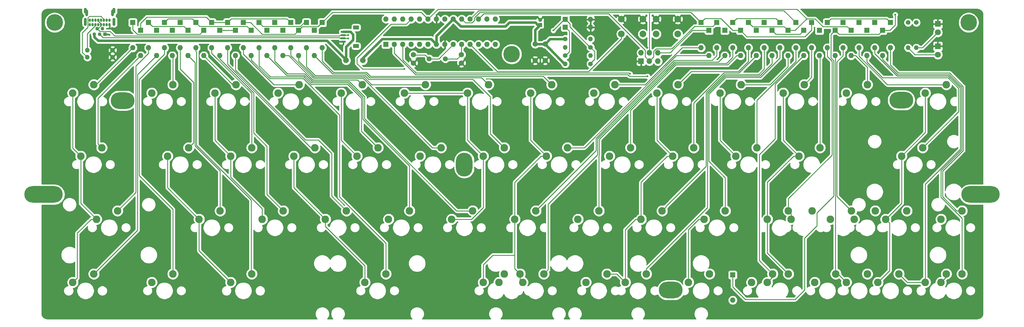
<source format=gbr>
G04 #@! TF.GenerationSoftware,KiCad,Pcbnew,(5.1.10-1-10_14)*
G04 #@! TF.CreationDate,2021-08-31T22:08:52+02:00*
G04 #@! TF.ProjectId,rosaline,726f7361-6c69-46e6-952e-6b696361645f,1*
G04 #@! TF.SameCoordinates,Original*
G04 #@! TF.FileFunction,Copper,L2,Bot*
G04 #@! TF.FilePolarity,Positive*
%FSLAX46Y46*%
G04 Gerber Fmt 4.6, Leading zero omitted, Abs format (unit mm)*
G04 Created by KiCad (PCBNEW (5.1.10-1-10_14)) date 2021-08-31 22:08:52*
%MOMM*%
%LPD*%
G01*
G04 APERTURE LIST*
G04 #@! TA.AperFunction,ComponentPad*
%ADD10C,2.286000*%
G04 #@! TD*
G04 #@! TA.AperFunction,ComponentPad*
%ADD11O,1.600000X1.600000*%
G04 #@! TD*
G04 #@! TA.AperFunction,ComponentPad*
%ADD12R,1.600000X1.600000*%
G04 #@! TD*
G04 #@! TA.AperFunction,ComponentPad*
%ADD13O,0.700000X1.000000*%
G04 #@! TD*
G04 #@! TA.AperFunction,ComponentPad*
%ADD14O,0.900000X2.400000*%
G04 #@! TD*
G04 #@! TA.AperFunction,ComponentPad*
%ADD15O,0.900000X1.700000*%
G04 #@! TD*
G04 #@! TA.AperFunction,ComponentPad*
%ADD16C,1.100000*%
G04 #@! TD*
G04 #@! TA.AperFunction,ComponentPad*
%ADD17R,1.100000X1.100000*%
G04 #@! TD*
G04 #@! TA.AperFunction,ComponentPad*
%ADD18O,0.850000X2.000000*%
G04 #@! TD*
G04 #@! TA.AperFunction,WasherPad*
%ADD19O,5.000000X7.200000*%
G04 #@! TD*
G04 #@! TA.AperFunction,WasherPad*
%ADD20O,11.600000X5.000000*%
G04 #@! TD*
G04 #@! TA.AperFunction,WasherPad*
%ADD21O,7.200000X5.000000*%
G04 #@! TD*
G04 #@! TA.AperFunction,WasherPad*
%ADD22C,5.000000*%
G04 #@! TD*
G04 #@! TA.AperFunction,ComponentPad*
%ADD23O,1.400000X1.400000*%
G04 #@! TD*
G04 #@! TA.AperFunction,ComponentPad*
%ADD24C,1.400000*%
G04 #@! TD*
G04 #@! TA.AperFunction,ComponentPad*
%ADD25C,1.710000*%
G04 #@! TD*
G04 #@! TA.AperFunction,ComponentPad*
%ADD26R,1.200000X1.200000*%
G04 #@! TD*
G04 #@! TA.AperFunction,ComponentPad*
%ADD27C,1.200000*%
G04 #@! TD*
G04 #@! TA.AperFunction,ComponentPad*
%ADD28C,1.600000*%
G04 #@! TD*
G04 #@! TA.AperFunction,ComponentPad*
%ADD29R,1.700000X1.700000*%
G04 #@! TD*
G04 #@! TA.AperFunction,ComponentPad*
%ADD30O,1.700000X1.700000*%
G04 #@! TD*
G04 #@! TA.AperFunction,ComponentPad*
%ADD31R,1.800000X1.800000*%
G04 #@! TD*
G04 #@! TA.AperFunction,ComponentPad*
%ADD32C,1.800000*%
G04 #@! TD*
G04 #@! TA.AperFunction,ComponentPad*
%ADD33C,2.000000*%
G04 #@! TD*
G04 #@! TA.AperFunction,ComponentPad*
%ADD34C,1.500000*%
G04 #@! TD*
G04 #@! TA.AperFunction,ViaPad*
%ADD35C,0.600000*%
G04 #@! TD*
G04 #@! TA.AperFunction,Conductor*
%ADD36C,0.800000*%
G04 #@! TD*
G04 #@! TA.AperFunction,Conductor*
%ADD37C,0.250000*%
G04 #@! TD*
G04 #@! TA.AperFunction,Conductor*
%ADD38C,0.254000*%
G04 #@! TD*
G04 #@! TA.AperFunction,Conductor*
%ADD39C,0.100000*%
G04 #@! TD*
G04 APERTURE END LIST*
D10*
X174783750Y-137953750D03*
X181133750Y-135413750D03*
X155733750Y-137953750D03*
X162083750Y-135413750D03*
X108108750Y-137953750D03*
X114458750Y-135413750D03*
X265271250Y-118903750D03*
X271621250Y-116363750D03*
X148590000Y-137953750D03*
X154940000Y-135413750D03*
X205740000Y-137953750D03*
X212090000Y-135413750D03*
X186690000Y-137953750D03*
X193040000Y-135413750D03*
X143827500Y-137953750D03*
X150177500Y-135413750D03*
D11*
X219075000Y-143351250D03*
D12*
X219075000Y-135731250D03*
D13*
X25136968Y-60145127D03*
X25986968Y-60145127D03*
X26836968Y-60145127D03*
X27686968Y-60145127D03*
X28536968Y-60145127D03*
X29386968Y-60145127D03*
X30236968Y-60145127D03*
X31086968Y-60145127D03*
X25986968Y-58795127D03*
X27686968Y-58795127D03*
X26836968Y-58795127D03*
X25136968Y-58795127D03*
X29386968Y-58795127D03*
X30236968Y-58795127D03*
X31086968Y-58795127D03*
X28536968Y-58795127D03*
D14*
X23786968Y-59315127D03*
X32436968Y-59315127D03*
D15*
X23786968Y-55935127D03*
X32436968Y-55935127D03*
D16*
X27308968Y-61339127D03*
X26508968Y-63089127D03*
X28108968Y-63089127D03*
X28908968Y-61339127D03*
D17*
X29708968Y-63089127D03*
D18*
X24208968Y-56639127D03*
X32008968Y-56639127D03*
D11*
X219075000Y-67151250D03*
D12*
X219075000Y-59531250D03*
D11*
X245268750Y-69532500D03*
D12*
X245268750Y-61912500D03*
D19*
X138112616Y-102393836D03*
D20*
X293846250Y-111442500D03*
D21*
X35004375Y-83105625D03*
D10*
X270033750Y-99853750D03*
X276383750Y-97313750D03*
X27146250Y-118903750D03*
X33496250Y-116363750D03*
X255746250Y-118903750D03*
X262096250Y-116363750D03*
X236696250Y-118903750D03*
X243046250Y-116363750D03*
X22383750Y-99853836D03*
X28733750Y-97313836D03*
X67627500Y-137953750D03*
X73977500Y-135413750D03*
X20002500Y-137953750D03*
X26352500Y-135413750D03*
X277177500Y-137953750D03*
X283527500Y-135413750D03*
X277177500Y-80803750D03*
X283527500Y-78263750D03*
X229552500Y-137953750D03*
X235902500Y-135413750D03*
X20002500Y-80803750D03*
X26352500Y-78263750D03*
D20*
X11191875Y-111442500D03*
D22*
X290274375Y-59531250D03*
D21*
X269960000Y-82970000D03*
X200380000Y-140310000D03*
D22*
X152400000Y-69056250D03*
X14525625Y-59531250D03*
D12*
X226218750Y-61912500D03*
D11*
X226218750Y-69532500D03*
X54768750Y-69532500D03*
D12*
X54768750Y-61912500D03*
D10*
X62865000Y-80803750D03*
X69215000Y-78263750D03*
D11*
X264318750Y-69532500D03*
D12*
X264318750Y-61912500D03*
D11*
X261937500Y-67151250D03*
D12*
X261937500Y-59531250D03*
D10*
X281940000Y-137953750D03*
X288290000Y-135413750D03*
X262890000Y-137953750D03*
X269240000Y-135413750D03*
X281940000Y-118903750D03*
X288290000Y-116363750D03*
X248602500Y-118903750D03*
X254952500Y-116363750D03*
X253365000Y-80803750D03*
X259715000Y-78263750D03*
X243840000Y-137953750D03*
X250190000Y-135413750D03*
X224790000Y-137953750D03*
X231140000Y-135413750D03*
X229552500Y-118903750D03*
X235902500Y-116363750D03*
X239077500Y-99853750D03*
X245427500Y-97313750D03*
X220027500Y-99853750D03*
X226377500Y-97313750D03*
X234315000Y-80803750D03*
X240665000Y-78263750D03*
X215265000Y-80803750D03*
X221615000Y-78263750D03*
X210502500Y-118903750D03*
X216852500Y-116363750D03*
X191452500Y-118903750D03*
X197802500Y-116363750D03*
X200977500Y-99853750D03*
X207327500Y-97313750D03*
X181927500Y-99853750D03*
X188277500Y-97313750D03*
X196215000Y-80803750D03*
X202565000Y-78263750D03*
X172402500Y-118903750D03*
X178752500Y-116363750D03*
X153352500Y-118903750D03*
X159702500Y-116363750D03*
X162877500Y-99853750D03*
X169227500Y-97313750D03*
X177165000Y-80803750D03*
X183515000Y-78263750D03*
X158115000Y-80803750D03*
X164465000Y-78263750D03*
X134302500Y-118903750D03*
X140652500Y-116363750D03*
X115252500Y-118903750D03*
X121602500Y-116363750D03*
X143827500Y-99853750D03*
X150177500Y-97313750D03*
X124777500Y-99853750D03*
X131127500Y-97313750D03*
X139065000Y-80803750D03*
X145415000Y-78263750D03*
X120015000Y-80803750D03*
X126365000Y-78263750D03*
X96202500Y-118903750D03*
X102552500Y-116363750D03*
X105727500Y-99853750D03*
X112077500Y-97313750D03*
X86677500Y-99853750D03*
X93027500Y-97313750D03*
X100965000Y-80803750D03*
X107315000Y-78263750D03*
X81915000Y-80803750D03*
X88265000Y-78263750D03*
X77152500Y-118903750D03*
X83502500Y-116363750D03*
X58102500Y-118903750D03*
X64452500Y-116363750D03*
X67627500Y-99853750D03*
X73977500Y-97313750D03*
X48577500Y-99853750D03*
X54927500Y-97313750D03*
X43815000Y-137953750D03*
X50165000Y-135413750D03*
X43815000Y-80803820D03*
X50165000Y-78263820D03*
X253365000Y-137953750D03*
X259715000Y-135413750D03*
D23*
X176212500Y-64500000D03*
D24*
X168592500Y-64500000D03*
D23*
X168592500Y-67000000D03*
D24*
X176212500Y-67000000D03*
D25*
X107540000Y-70961250D03*
X102460000Y-70961250D03*
D12*
X57150000Y-59531250D03*
D11*
X57150000Y-67151250D03*
D12*
X42862500Y-59531250D03*
D11*
X42862500Y-67151250D03*
D12*
X228600000Y-59531250D03*
D11*
X228600000Y-67151250D03*
D12*
X266700000Y-59531250D03*
D11*
X266700000Y-67151250D03*
X88106250Y-69532500D03*
D12*
X88106250Y-61912500D03*
D26*
X161000000Y-60245625D03*
D27*
X161000000Y-58745625D03*
D28*
X159500000Y-66000000D03*
X159500000Y-71000000D03*
X162500000Y-71000000D03*
X162500000Y-66000000D03*
X137250000Y-71750000D03*
X137250000Y-69250000D03*
X122750000Y-69250000D03*
X122750000Y-71750000D03*
D29*
X191452500Y-71199375D03*
D30*
X191452500Y-68659375D03*
X193992500Y-71199375D03*
X193992500Y-68659375D03*
X196532500Y-71199375D03*
X196532500Y-68659375D03*
D31*
X280987500Y-66675000D03*
D32*
X280987500Y-69215000D03*
D33*
X202500000Y-58500000D03*
X202500000Y-63000000D03*
X196000000Y-58500000D03*
X196000000Y-63000000D03*
X185500000Y-63000000D03*
X185500000Y-58500000D03*
X192000000Y-63000000D03*
X192000000Y-58500000D03*
D34*
X127517500Y-70485000D03*
X132397500Y-70485000D03*
D12*
X114480000Y-66120000D03*
D11*
X147500000Y-58500000D03*
X117020000Y-66120000D03*
X144960000Y-58500000D03*
X119560000Y-66120000D03*
X142420000Y-58500000D03*
X122100000Y-66120000D03*
X139880000Y-58500000D03*
X124640000Y-66120000D03*
X137340000Y-58500000D03*
X127180000Y-66120000D03*
X134800000Y-58500000D03*
X129720000Y-66120000D03*
X132260000Y-58500000D03*
X132260000Y-66120000D03*
X129720000Y-58500000D03*
X134800000Y-66120000D03*
X127180000Y-58500000D03*
X137340000Y-66120000D03*
X124640000Y-58500000D03*
X139880000Y-66120000D03*
X122100000Y-58500000D03*
X142420000Y-66120000D03*
X119560000Y-58500000D03*
X144960000Y-66120000D03*
X117020000Y-58500000D03*
X147500000Y-66120000D03*
X114480000Y-58500000D03*
D12*
X168592500Y-60960000D03*
D11*
X176212500Y-60960000D03*
X176212500Y-58578750D03*
D12*
X168592500Y-58578750D03*
X38100000Y-59531250D03*
D11*
X38100000Y-67151250D03*
D12*
X59531250Y-61912500D03*
D11*
X59531250Y-69532500D03*
X71437500Y-67151250D03*
D12*
X71437500Y-59531250D03*
X95250000Y-59531250D03*
D11*
X95250000Y-67151250D03*
D12*
X223837500Y-59531250D03*
D11*
X223837500Y-67151250D03*
X240506250Y-69532500D03*
D12*
X240506250Y-61912500D03*
X50006250Y-61912500D03*
D11*
X50006250Y-69532500D03*
D12*
X52387500Y-59531250D03*
D11*
X52387500Y-67151250D03*
X83343750Y-69532500D03*
D12*
X83343750Y-61912500D03*
D11*
X92868750Y-69532500D03*
D12*
X92868750Y-61912500D03*
X209550000Y-59531250D03*
D11*
X209550000Y-67151250D03*
X221456250Y-69532500D03*
D12*
X221456250Y-61912500D03*
X235743750Y-61912500D03*
D11*
X235743750Y-69532500D03*
D12*
X250031250Y-61912500D03*
D11*
X250031250Y-69532500D03*
X40481250Y-69532500D03*
D12*
X40481250Y-61912500D03*
D11*
X61912500Y-67151250D03*
D12*
X61912500Y-59531250D03*
D11*
X66675000Y-67151250D03*
D12*
X66675000Y-59531250D03*
X85725000Y-59531250D03*
D11*
X85725000Y-67151250D03*
D12*
X211931250Y-61912500D03*
D11*
X211931250Y-69532500D03*
D12*
X242887500Y-59531250D03*
D11*
X242887500Y-67151250D03*
D12*
X254793750Y-61912500D03*
D11*
X254793750Y-69532500D03*
X76200000Y-67151250D03*
D12*
X76200000Y-59531250D03*
X90487500Y-59531250D03*
D11*
X90487500Y-67151250D03*
D12*
X214312500Y-59531250D03*
D11*
X214312500Y-67151250D03*
D12*
X238125000Y-59531250D03*
D11*
X238125000Y-67151250D03*
D12*
X257175000Y-59531250D03*
D11*
X257175000Y-67151250D03*
X45243750Y-69532500D03*
D12*
X45243750Y-61912500D03*
D11*
X64293750Y-69532500D03*
D12*
X64293750Y-61912500D03*
D11*
X69056250Y-69532500D03*
D12*
X69056250Y-61912500D03*
D11*
X78581250Y-69532500D03*
D12*
X78581250Y-61912500D03*
D11*
X233362500Y-67151250D03*
D12*
X233362500Y-59531250D03*
D11*
X259556250Y-69532500D03*
D12*
X259556250Y-61912500D03*
X47625000Y-59531250D03*
D11*
X47625000Y-67151250D03*
D12*
X73818750Y-61912500D03*
D11*
X73818750Y-69532500D03*
D12*
X80962500Y-59531250D03*
D11*
X80962500Y-67151250D03*
D12*
X230981250Y-61912500D03*
D11*
X230981250Y-69532500D03*
D12*
X247650000Y-59531250D03*
D11*
X247650000Y-67151250D03*
D12*
X252412500Y-59531250D03*
D11*
X252412500Y-67151250D03*
D31*
X280987500Y-59960000D03*
D32*
X280987500Y-62500000D03*
D12*
X216693750Y-61912500D03*
D11*
X216693750Y-69532500D03*
D23*
X168592500Y-72000000D03*
D24*
X176212500Y-72000000D03*
X168592500Y-69532500D03*
D23*
X176212500Y-69532500D03*
X274500000Y-67151250D03*
D24*
X274500000Y-59531250D03*
X272000000Y-59531250D03*
D23*
X272000000Y-67151250D03*
G04 #@! TA.AperFunction,SMDPad,CuDef*
G36*
G01*
X100959375Y-62017500D02*
X102209375Y-62017500D01*
G75*
G02*
X102359375Y-62167500I0J-150000D01*
G01*
X102359375Y-62467500D01*
G75*
G02*
X102209375Y-62617500I-150000J0D01*
G01*
X100959375Y-62617500D01*
G75*
G02*
X100809375Y-62467500I0J150000D01*
G01*
X100809375Y-62167500D01*
G75*
G02*
X100959375Y-62017500I150000J0D01*
G01*
G37*
G04 #@! TD.AperFunction*
G04 #@! TA.AperFunction,SMDPad,CuDef*
G36*
G01*
X100959375Y-63017500D02*
X102209375Y-63017500D01*
G75*
G02*
X102359375Y-63167500I0J-150000D01*
G01*
X102359375Y-63467500D01*
G75*
G02*
X102209375Y-63617500I-150000J0D01*
G01*
X100959375Y-63617500D01*
G75*
G02*
X100809375Y-63467500I0J150000D01*
G01*
X100809375Y-63167500D01*
G75*
G02*
X100959375Y-63017500I150000J0D01*
G01*
G37*
G04 #@! TD.AperFunction*
G04 #@! TA.AperFunction,SMDPad,CuDef*
G36*
G01*
X100959375Y-64017500D02*
X102209375Y-64017500D01*
G75*
G02*
X102359375Y-64167500I0J-150000D01*
G01*
X102359375Y-64467500D01*
G75*
G02*
X102209375Y-64617500I-150000J0D01*
G01*
X100959375Y-64617500D01*
G75*
G02*
X100809375Y-64467500I0J150000D01*
G01*
X100809375Y-64167500D01*
G75*
G02*
X100959375Y-64017500I150000J0D01*
G01*
G37*
G04 #@! TD.AperFunction*
G04 #@! TA.AperFunction,SMDPad,CuDef*
G36*
G01*
X100959375Y-65017500D02*
X102209375Y-65017500D01*
G75*
G02*
X102359375Y-65167500I0J-150000D01*
G01*
X102359375Y-65467500D01*
G75*
G02*
X102209375Y-65617500I-150000J0D01*
G01*
X100959375Y-65617500D01*
G75*
G02*
X100809375Y-65467500I0J150000D01*
G01*
X100809375Y-65167500D01*
G75*
G02*
X100959375Y-65017500I150000J0D01*
G01*
G37*
G04 #@! TD.AperFunction*
G04 #@! TA.AperFunction,SMDPad,CuDef*
G36*
G01*
X104809374Y-60417500D02*
X106109376Y-60417500D01*
G75*
G02*
X106359375Y-60667499I0J-249999D01*
G01*
X106359375Y-61367501D01*
G75*
G02*
X106109376Y-61617500I-249999J0D01*
G01*
X104809374Y-61617500D01*
G75*
G02*
X104559375Y-61367501I0J249999D01*
G01*
X104559375Y-60667499D01*
G75*
G02*
X104809374Y-60417500I249999J0D01*
G01*
G37*
G04 #@! TD.AperFunction*
G04 #@! TA.AperFunction,SMDPad,CuDef*
G36*
G01*
X104809374Y-66017500D02*
X106109376Y-66017500D01*
G75*
G02*
X106359375Y-66267499I0J-249999D01*
G01*
X106359375Y-66967501D01*
G75*
G02*
X106109376Y-67217500I-249999J0D01*
G01*
X104809374Y-67217500D01*
G75*
G02*
X104559375Y-66967501I0J249999D01*
G01*
X104559375Y-66267499D01*
G75*
G02*
X104809374Y-66017500I249999J0D01*
G01*
G37*
G04 #@! TD.AperFunction*
X24389432Y-67865625D03*
D24*
X32009432Y-67865625D03*
X32009432Y-70008750D03*
D23*
X24389432Y-70008750D03*
D35*
X181927500Y-59055000D03*
X179546250Y-67389375D03*
X181451250Y-71913750D03*
X195738750Y-65484375D03*
X202882500Y-74056875D03*
X160972500Y-73104375D03*
X166925625Y-76676250D03*
X156686250Y-71913750D03*
X192405000Y-65008125D03*
X187404375Y-67389375D03*
X193357500Y-67151250D03*
X120729375Y-70008750D03*
X99298125Y-65246250D03*
X120967500Y-62865000D03*
X117395625Y-70961250D03*
X107870625Y-62865000D03*
X107870625Y-65484375D03*
X95726250Y-91678125D03*
X232410000Y-98583750D03*
X218122500Y-91201875D03*
X156924375Y-65484375D03*
X156924375Y-60960000D03*
X156924375Y-58340625D03*
X166687500Y-62388750D03*
X35480625Y-62150625D03*
X96202500Y-56435625D03*
X204549375Y-65960625D03*
X120015000Y-73580625D03*
X188118750Y-75009375D03*
X193357500Y-75723750D03*
X268128750Y-57150000D03*
X103108125Y-64293750D03*
X164967500Y-61912500D03*
X103108097Y-63341250D03*
D36*
X159500000Y-66000000D02*
X162500000Y-66000000D01*
X162500000Y-66120000D02*
X162500000Y-66000000D01*
X168380000Y-72000000D02*
X162500000Y-66120000D01*
X129720000Y-63580000D02*
X134800000Y-58500000D01*
X129720000Y-66120000D02*
X129720000Y-63580000D01*
X159500000Y-61745625D02*
X161000000Y-60245625D01*
X159500000Y-66000000D02*
X159500000Y-61745625D01*
X159543750Y-59531250D02*
X160258125Y-60245625D01*
X151685625Y-59531250D02*
X159543750Y-59531250D01*
X160258125Y-60245625D02*
X161000000Y-60245625D01*
X150495000Y-60721875D02*
X151685625Y-59531250D01*
X137021875Y-60721875D02*
X150495000Y-60721875D01*
X134800000Y-58500000D02*
X137021875Y-60721875D01*
X128100000Y-64500000D02*
X129720000Y-66120000D01*
X113330848Y-64500000D02*
X128100000Y-64500000D01*
X107540000Y-70290848D02*
X113330848Y-64500000D01*
X107540000Y-70961250D02*
X107540000Y-70290848D01*
X164000000Y-64500000D02*
X162500000Y-66000000D01*
X168500000Y-64500000D02*
X164000000Y-64500000D01*
D37*
X99369375Y-65317500D02*
X99298125Y-65246250D01*
X101584375Y-65317500D02*
X99369375Y-65317500D01*
X39421249Y-63037501D02*
X58406249Y-63037501D01*
X38100000Y-61716252D02*
X39421249Y-63037501D01*
X58406249Y-63037501D02*
X59531250Y-61912500D01*
X38100000Y-59531250D02*
X38100000Y-61716252D01*
X86981249Y-63037501D02*
X88106250Y-61912500D01*
X77128753Y-63037501D02*
X86981249Y-63037501D01*
X73622502Y-59531250D02*
X77128753Y-63037501D01*
X71437500Y-59531250D02*
X73622502Y-59531250D01*
X93993751Y-60787499D02*
X95250000Y-59531250D01*
X89231251Y-60787499D02*
X93993751Y-60787499D01*
X88106250Y-61912500D02*
X89231251Y-60787499D01*
X98345625Y-56435625D02*
X95250000Y-59531250D01*
X125115625Y-56435625D02*
X98345625Y-56435625D01*
X127180000Y-58500000D02*
X125115625Y-56435625D01*
X225093749Y-60787499D02*
X223837500Y-59531250D01*
X234618749Y-60787499D02*
X225093749Y-60787499D01*
X235743750Y-61912500D02*
X234618749Y-60787499D01*
X237928752Y-61912500D02*
X235743750Y-61912500D01*
X241435003Y-58406249D02*
X237928752Y-61912500D01*
X243947501Y-58406249D02*
X241435003Y-58406249D01*
X246328751Y-60787499D02*
X243947501Y-58406249D01*
X253668749Y-60787499D02*
X246328751Y-60787499D01*
X254793750Y-61912500D02*
X253668749Y-60787499D01*
X238511879Y-55483125D02*
X241435003Y-58406249D01*
X130196875Y-55483125D02*
X238511879Y-55483125D01*
X127180000Y-58500000D02*
X130196875Y-55483125D01*
X242887500Y-61781252D02*
X242887500Y-59531250D01*
X241663751Y-63005001D02*
X242887500Y-61781252D01*
X241696875Y-63005001D02*
X241663751Y-63005001D01*
X223361250Y-63817500D02*
X240884376Y-63817500D01*
X240884376Y-63817500D02*
X241696875Y-63005001D01*
X221456250Y-61912500D02*
X223361250Y-63817500D01*
X215503125Y-58340625D02*
X219075000Y-61912500D01*
X219075000Y-61912500D02*
X221456250Y-61912500D01*
X210740625Y-58340625D02*
X215503125Y-58340625D01*
X209550000Y-59531250D02*
X210740625Y-58340625D01*
X142819373Y-56435625D02*
X206454375Y-56435625D01*
X206454375Y-56435625D02*
X209550000Y-59531250D01*
X137340000Y-58500000D02*
X138465001Y-59625001D01*
X140420001Y-59625001D02*
X141208125Y-58836877D01*
X141208125Y-58046873D02*
X142819373Y-56435625D01*
X141208125Y-58836877D02*
X141208125Y-58046873D01*
X138465001Y-59625001D02*
X140420001Y-59625001D01*
X193992500Y-56435625D02*
X193992500Y-68659375D01*
X61912500Y-59531250D02*
X66675000Y-59531250D01*
X84599999Y-58406249D02*
X85725000Y-59531250D01*
X67800001Y-58406249D02*
X84599999Y-58406249D01*
X66675000Y-59531250D02*
X67800001Y-58406249D01*
X42344373Y-57864375D02*
X60245625Y-57864375D01*
X40481250Y-59727498D02*
X42344373Y-57864375D01*
X60245625Y-57864375D02*
X61912500Y-59531250D01*
X40481250Y-61912500D02*
X40481250Y-59727498D01*
X234526886Y-55933136D02*
X238125000Y-59531250D01*
X142446864Y-55933136D02*
X234526886Y-55933136D01*
X139880000Y-58500000D02*
X142446864Y-55933136D01*
X206930625Y-61912500D02*
X211931250Y-61912500D01*
X200183750Y-68659375D02*
X206930625Y-61912500D01*
X196532500Y-68659375D02*
X200183750Y-68659375D01*
X53512501Y-60656251D02*
X54768750Y-61912500D01*
X43987501Y-60656251D02*
X53512501Y-60656251D01*
X42862500Y-59531250D02*
X43987501Y-60656251D01*
X88726089Y-60656251D02*
X89851090Y-59531250D01*
X89851090Y-59531250D02*
X90487500Y-59531250D01*
X77325001Y-60656251D02*
X88726089Y-60656251D01*
X76200000Y-59531250D02*
X77325001Y-60656251D01*
X192643125Y-67865625D02*
X192643125Y-69850000D01*
X142420000Y-58500000D02*
X144008125Y-56911875D01*
X181689375Y-56911875D02*
X192643125Y-67865625D01*
X192643125Y-69850000D02*
X193992500Y-71199375D01*
X144008125Y-56911875D02*
X181689375Y-56911875D01*
X213187499Y-60656251D02*
X214312500Y-59531250D01*
X207550464Y-60656251D02*
X213187499Y-60656251D01*
X195968499Y-67484374D02*
X200722341Y-67484374D01*
X195262500Y-68190373D02*
X195968499Y-67484374D01*
X200722341Y-67484374D02*
X207550464Y-60656251D01*
X195262500Y-69929375D02*
X195262500Y-68190373D01*
X193992500Y-71199375D02*
X195262500Y-69929375D01*
X64293750Y-61912500D02*
X69056250Y-61912500D01*
X265574999Y-58406249D02*
X266700000Y-59531250D01*
X248775001Y-58406249D02*
X265574999Y-58406249D01*
X247650000Y-59531250D02*
X248775001Y-58406249D01*
X220200001Y-58406249D02*
X219075000Y-59531250D01*
X233362500Y-59531250D02*
X232237499Y-58406249D01*
X220265625Y-58340625D02*
X232171875Y-58340625D01*
X219075000Y-59531250D02*
X220265625Y-58340625D01*
X232171875Y-58340625D02*
X233362500Y-59531250D01*
X56024999Y-58406249D02*
X57150000Y-59531250D01*
X48750001Y-58406249D02*
X56024999Y-58406249D01*
X47625000Y-59531250D02*
X48750001Y-58406249D01*
X72562501Y-60656251D02*
X73818750Y-61912500D01*
X58275001Y-60656251D02*
X72562501Y-60656251D01*
X57150000Y-59531250D02*
X58275001Y-60656251D01*
X239381249Y-63037501D02*
X240506250Y-61912500D01*
X232106251Y-63037501D02*
X239381249Y-63037501D01*
X230981250Y-61912500D02*
X232106251Y-63037501D01*
X276336250Y-67151250D02*
X280987500Y-62500000D01*
X274500000Y-67151250D02*
X276336250Y-67151250D01*
X139065000Y-95091250D02*
X143827500Y-99853750D01*
X139065000Y-80803750D02*
X139065000Y-95091250D01*
X140285142Y-118903750D02*
X134302500Y-118903750D01*
X143827500Y-115361392D02*
X140285142Y-118903750D01*
X143827500Y-99853750D02*
X143827500Y-115361392D01*
X120015000Y-80803750D02*
X139065000Y-80803750D01*
X107394375Y-73580625D02*
X120015000Y-73580625D01*
X122100000Y-58500000D02*
X120592500Y-60007500D01*
X105727500Y-70246875D02*
X105727500Y-71913750D01*
X105727500Y-71913750D02*
X107394375Y-73580625D01*
X115966875Y-60007500D02*
X105727500Y-70246875D01*
X120592500Y-60007500D02*
X115966875Y-60007500D01*
X22383750Y-114141250D02*
X27146250Y-118903750D01*
X22383750Y-99853836D02*
X22383750Y-114141250D01*
X21337151Y-123096403D02*
X21337151Y-136619099D01*
X21337151Y-136619099D02*
X20002500Y-137953750D01*
X25529804Y-118903750D02*
X21337151Y-123096403D01*
X27146250Y-118903750D02*
X25529804Y-118903750D01*
X20002500Y-80803750D02*
X20002500Y-97472586D01*
X20002500Y-97472586D02*
X22383750Y-99853836D01*
X48577500Y-109378750D02*
X58102500Y-118903750D01*
X48577500Y-99853750D02*
X48577500Y-109378750D01*
X58102500Y-128428750D02*
X67627500Y-137953750D01*
X58102500Y-118903750D02*
X58102500Y-128428750D01*
X62865000Y-95091250D02*
X62865000Y-80803750D01*
X67627500Y-99853750D02*
X62865000Y-95091250D01*
X67627500Y-106225859D02*
X67627500Y-99853750D01*
X77152500Y-115750858D02*
X67627500Y-106225859D01*
X77152500Y-118903750D02*
X77152500Y-115750858D01*
X86677500Y-109378750D02*
X96202500Y-118903750D01*
X86677500Y-99853750D02*
X86677500Y-109378750D01*
X108108750Y-132971974D02*
X108108750Y-137953750D01*
X96202500Y-121065724D02*
X108108750Y-132971974D01*
X96202500Y-118903750D02*
X96202500Y-121065724D01*
X100965000Y-95091250D02*
X100965000Y-80803750D01*
X105727500Y-99853750D02*
X100965000Y-95091250D01*
X158115000Y-95091250D02*
X162877500Y-99853750D01*
X158115000Y-80803750D02*
X158115000Y-95091250D01*
X153352500Y-107762304D02*
X153352500Y-118903750D01*
X161261054Y-99853750D02*
X153352500Y-107762304D01*
X162877500Y-99853750D02*
X161261054Y-99853750D01*
X153352500Y-133826250D02*
X154940000Y-135413750D01*
X154940000Y-137160000D02*
X155733750Y-137953750D01*
X154940000Y-135413750D02*
X154940000Y-137160000D01*
X153352500Y-130016250D02*
X153352500Y-133826250D01*
X153352500Y-118903750D02*
X153352500Y-130016250D01*
X146685000Y-129778125D02*
X153352500Y-129778125D01*
X143827500Y-132635625D02*
X146685000Y-129778125D01*
X143827500Y-137953750D02*
X143827500Y-132635625D01*
X196215000Y-95091250D02*
X200977500Y-99853750D01*
X196215000Y-80803750D02*
X196215000Y-95091250D01*
X199361054Y-99853750D02*
X191452500Y-107762304D01*
X191452500Y-107762304D02*
X191452500Y-118903750D01*
X200977500Y-99853750D02*
X199361054Y-99853750D01*
X189836054Y-118903750D02*
X186690000Y-122049804D01*
X186690000Y-122049804D02*
X186690000Y-137953750D01*
X191452500Y-118903750D02*
X189836054Y-118903750D01*
X187880625Y-74771250D02*
X188118750Y-75009375D01*
X123606248Y-74771250D02*
X187880625Y-74771250D01*
X119560000Y-70725002D02*
X123606248Y-74771250D01*
X119560000Y-66120000D02*
X119560000Y-70725002D01*
X184150000Y-135413750D02*
X186690000Y-137953750D01*
X181133750Y-135413750D02*
X184150000Y-135413750D01*
X205740000Y-122049804D02*
X205740000Y-137953750D01*
X208886054Y-118903750D02*
X205740000Y-122049804D01*
X210502500Y-118903750D02*
X208886054Y-118903750D01*
X215265000Y-95091250D02*
X220027500Y-99853750D01*
X215265000Y-80803750D02*
X215265000Y-95091250D01*
X234315000Y-95091250D02*
X239077500Y-99853750D01*
X234315000Y-80803750D02*
X234315000Y-95091250D01*
X229552500Y-107762304D02*
X229552500Y-118903750D01*
X237461054Y-99853750D02*
X229552500Y-107762304D01*
X239077500Y-99853750D02*
X237461054Y-99853750D01*
X229552500Y-129063750D02*
X235902500Y-135413750D01*
X229552500Y-118903750D02*
X229552500Y-129063750D01*
X187908123Y-75723750D02*
X193357500Y-75723750D01*
X187405633Y-75221260D02*
X187908123Y-75723750D01*
X123419848Y-75221260D02*
X187405633Y-75221260D01*
X117020000Y-68821412D02*
X123419848Y-75221260D01*
X117020000Y-66120000D02*
X117020000Y-68821412D01*
X277177500Y-92710000D02*
X270033750Y-99853750D01*
X277177500Y-80803750D02*
X277177500Y-92710000D01*
X270033750Y-114141250D02*
X265271250Y-118903750D01*
X270033750Y-99853750D02*
X270033750Y-114141250D01*
X266414249Y-120046749D02*
X266414249Y-134429501D01*
X266414249Y-134429501D02*
X262890000Y-137953750D01*
X265271250Y-118903750D02*
X266414249Y-120046749D01*
X283527500Y-136366250D02*
X283527500Y-135413750D01*
X281940000Y-137953750D02*
X283527500Y-136366250D01*
X137250000Y-69250000D02*
X137250000Y-66210000D01*
X136015000Y-70485000D02*
X137250000Y-69250000D01*
X137250000Y-66210000D02*
X137340000Y-66120000D01*
X132397500Y-70485000D02*
X136015000Y-70485000D01*
X130435000Y-70485000D02*
X134800000Y-66120000D01*
X127517500Y-70485000D02*
X130435000Y-70485000D01*
X122794375Y-69294375D02*
X126326875Y-69294375D01*
X126326875Y-69294375D02*
X127517500Y-70485000D01*
X122750000Y-69250000D02*
X122794375Y-69294375D01*
D36*
X103751250Y-62317500D02*
X101584375Y-62317500D01*
X104536875Y-63103125D02*
X103751250Y-62317500D01*
X104536875Y-64770000D02*
X104536875Y-63103125D01*
X102460000Y-70789375D02*
X102460000Y-66846875D01*
X96678750Y-65008125D02*
X102460000Y-70789375D01*
X102460000Y-66846875D02*
X104536875Y-64770000D01*
X27650149Y-65008125D02*
X96678750Y-65008125D01*
X26508968Y-63866944D02*
X27650149Y-65008125D01*
X26508968Y-63089127D02*
X26508968Y-63866944D01*
D37*
X274063750Y-69215000D02*
X280987500Y-69215000D01*
X272000000Y-67151250D02*
X274063750Y-69215000D01*
X22860000Y-68580000D02*
X24389432Y-70008750D01*
X22860000Y-62626875D02*
X22860000Y-68580000D01*
X24526875Y-60960000D02*
X22860000Y-62626875D01*
X24526875Y-58102500D02*
X24526875Y-60960000D01*
X25003125Y-57626250D02*
X24526875Y-58102500D01*
X29386968Y-58945127D02*
X29386968Y-58540519D01*
X29386968Y-58540519D02*
X28472699Y-57626250D01*
X28472699Y-57626250D02*
X25003125Y-57626250D01*
X24389432Y-62847271D02*
X24389432Y-67865625D01*
X26836968Y-60399735D02*
X24389432Y-62847271D01*
X26987500Y-78263750D02*
X26352500Y-78263750D01*
X38100000Y-67151250D02*
X26987500Y-78263750D01*
X39528750Y-75247500D02*
X45243750Y-69532500D01*
X39528750Y-122237500D02*
X39528750Y-75247500D01*
X26352500Y-135413750D02*
X39528750Y-122237500D01*
X57335647Y-68468267D02*
X57150000Y-68282620D01*
X57335647Y-96570416D02*
X57335647Y-68468267D01*
X73977500Y-135413750D02*
X73818750Y-135255000D01*
X57150000Y-68282620D02*
X57150000Y-67151250D01*
X73818750Y-135255000D02*
X73818750Y-113053519D01*
X73818750Y-113053519D02*
X57335647Y-96570416D01*
X231140000Y-136366250D02*
X231140000Y-135413750D01*
X229552500Y-137953750D02*
X231140000Y-136366250D01*
X231869099Y-94600276D02*
X231869099Y-78169651D01*
X227106599Y-99362776D02*
X231869099Y-94600276D01*
X227106599Y-131380349D02*
X227106599Y-99362776D01*
X231140000Y-135413750D02*
X227106599Y-131380349D01*
X231869099Y-78169651D02*
X240506250Y-69532500D01*
X265746089Y-78263750D02*
X257175000Y-69692661D01*
X283527500Y-78263750D02*
X265746089Y-78263750D01*
X257175000Y-69692661D02*
X257175000Y-67151250D01*
X27590751Y-82422999D02*
X40481250Y-69532500D01*
X27590751Y-96170837D02*
X27590751Y-82422999D01*
X28733750Y-97313836D02*
X27590751Y-96170837D01*
X236696250Y-117157500D02*
X235902500Y-116363750D01*
X236696250Y-118903750D02*
X236696250Y-117157500D01*
X249078750Y-99536250D02*
X249078750Y-71199375D01*
X247650000Y-69770625D02*
X247650000Y-67151250D01*
X235902500Y-112712500D02*
X249078750Y-99536250D01*
X249078750Y-71199375D02*
X247650000Y-69770625D01*
X235902500Y-116363750D02*
X235902500Y-112712500D01*
X252412500Y-69532500D02*
X252412500Y-67151250D01*
X250543610Y-71401390D02*
X252412500Y-69532500D01*
X250543610Y-111954860D02*
X250543610Y-71401390D01*
X254952500Y-116363750D02*
X250543610Y-111954860D01*
X250825000Y-135413750D02*
X250190000Y-135413750D01*
X253365000Y-137953750D02*
X250825000Y-135413750D01*
X250093599Y-69594849D02*
X250031250Y-69532500D01*
X250093599Y-135317349D02*
X250093599Y-69594849D01*
X250190000Y-135413750D02*
X250093599Y-135317349D01*
X50165000Y-69691250D02*
X50006250Y-69532500D01*
X50165000Y-78263820D02*
X50165000Y-69691250D01*
X47625000Y-69056250D02*
X47625000Y-67151250D01*
X40005000Y-76676250D02*
X47625000Y-69056250D01*
X40005000Y-105727500D02*
X40005000Y-76676250D01*
X50165000Y-115887500D02*
X40005000Y-105727500D01*
X50165000Y-135413750D02*
X50165000Y-115887500D01*
X68262500Y-78263750D02*
X69215000Y-78263750D01*
X59531250Y-69532500D02*
X68262500Y-78263750D01*
X52387500Y-73580625D02*
X52387500Y-67151250D01*
X56435625Y-77628750D02*
X52387500Y-73580625D01*
X56435625Y-95805625D02*
X56435625Y-77628750D01*
X54927500Y-97313750D02*
X56435625Y-95805625D01*
X61912500Y-68788608D02*
X61912500Y-67151250D01*
X73977500Y-80853608D02*
X61912500Y-68788608D01*
X73977500Y-97313750D02*
X73977500Y-80853608D01*
X56885636Y-71649386D02*
X54768750Y-69532500D01*
X56885636Y-96756815D02*
X56885636Y-71649386D01*
X64452500Y-104323679D02*
X56885636Y-96756815D01*
X64452500Y-116363750D02*
X64452500Y-104323679D01*
X78581250Y-111442500D02*
X78581250Y-96916875D01*
X78581250Y-96916875D02*
X74533125Y-92868750D01*
X74533125Y-80724375D02*
X64293750Y-70485000D01*
X64293750Y-70485000D02*
X64293750Y-69532500D01*
X74533125Y-92868750D02*
X74533125Y-80724375D01*
X83502500Y-116363750D02*
X78581250Y-111442500D01*
X71437500Y-69060483D02*
X71437500Y-67151250D01*
X88265000Y-78263750D02*
X80640767Y-78263750D01*
X80640767Y-78263750D02*
X71437500Y-69060483D01*
X107315000Y-78263750D02*
X105886908Y-76835658D01*
X92469711Y-76835658D02*
X85166553Y-69532500D01*
X105886908Y-76835658D02*
X92469711Y-76835658D01*
X85166553Y-69532500D02*
X83343750Y-69532500D01*
X66675000Y-72151875D02*
X66675000Y-67151250D01*
X91836875Y-97313750D02*
X66675000Y-72151875D01*
X93027500Y-97313750D02*
X91836875Y-97313750D01*
X91910514Y-78185691D02*
X89686698Y-75961875D01*
X107093901Y-82333131D02*
X102946461Y-78185691D01*
X79611714Y-75961875D02*
X76200000Y-72550161D01*
X107093901Y-92330151D02*
X107093901Y-82333131D01*
X89686698Y-75961875D02*
X79611714Y-75961875D01*
X112077500Y-97313750D02*
X107093901Y-92330151D01*
X102946461Y-78185691D02*
X91910514Y-78185691D01*
X76200000Y-72550161D02*
X76200000Y-67151250D01*
X69056250Y-73895167D02*
X69056250Y-69532500D01*
X98107500Y-99060000D02*
X94059375Y-95011875D01*
X90172958Y-95011875D02*
X69056250Y-73895167D01*
X94059375Y-95011875D02*
X90172958Y-95011875D01*
X98107500Y-111918750D02*
X98107500Y-99060000D01*
X102552500Y-116363750D02*
X98107500Y-111918750D01*
X110172500Y-78263750D02*
X107844386Y-75935636D01*
X126365000Y-78263750D02*
X110172500Y-78263750D01*
X92842511Y-75935636D02*
X88106250Y-71199375D01*
X88106250Y-71199375D02*
X88106250Y-69532500D01*
X107844386Y-75935636D02*
X92842511Y-75935636D01*
X98345625Y-75009375D02*
X92868750Y-69532500D01*
X108346875Y-75009375D02*
X98345625Y-75009375D01*
X109537500Y-76200000D02*
X108346875Y-75009375D01*
X145415000Y-78263750D02*
X143351250Y-76200000D01*
X143351250Y-76200000D02*
X109537500Y-76200000D01*
X128537642Y-97313750D02*
X107609539Y-76385647D01*
X131127500Y-97313750D02*
X128537642Y-97313750D01*
X92656111Y-76385647D02*
X85725000Y-69454536D01*
X85725000Y-69454536D02*
X85725000Y-67151250D01*
X107609539Y-76385647D02*
X92656111Y-76385647D01*
X90487500Y-72866250D02*
X90487500Y-67151250D01*
X93106875Y-75485625D02*
X90487500Y-72866250D01*
X108108750Y-75485625D02*
X93106875Y-75485625D01*
X109299375Y-76676250D02*
X108108750Y-75485625D01*
X140731875Y-76676250D02*
X109299375Y-76676250D01*
X145970625Y-81915000D02*
X140731875Y-76676250D01*
X145970625Y-93106875D02*
X145970625Y-81915000D01*
X150177500Y-97313750D02*
X145970625Y-93106875D01*
X84534375Y-75485625D02*
X78581250Y-69532500D01*
X107543912Y-82146731D02*
X103132861Y-77735680D01*
X103132861Y-77735680D02*
X92096913Y-77735680D01*
X121602500Y-102790625D02*
X107543912Y-88732037D01*
X107543912Y-88732037D02*
X107543912Y-82146731D01*
X89846858Y-75485625D02*
X84534375Y-75485625D01*
X92096913Y-77735680D02*
X89846858Y-75485625D01*
X121602500Y-116363750D02*
X121602500Y-102790625D01*
X90007018Y-75009375D02*
X84772500Y-75009375D01*
X103319261Y-77285669D02*
X92283312Y-77285669D01*
X80962500Y-71199375D02*
X80962500Y-67151250D01*
X92283312Y-77285669D02*
X90007018Y-75009375D01*
X140652500Y-116363750D02*
X135812036Y-116363750D01*
X107993923Y-81960331D02*
X103319261Y-77285669D01*
X135812036Y-116363750D02*
X107993923Y-88545637D01*
X107993923Y-88545637D02*
X107993923Y-81960331D01*
X84772500Y-75009375D02*
X80962500Y-71199375D01*
X161925000Y-75723750D02*
X164465000Y-78263750D01*
X95250000Y-71199375D02*
X98583750Y-74533125D01*
X109775625Y-75723750D02*
X161925000Y-75723750D01*
X98583750Y-74533125D02*
X108585000Y-74533125D01*
X108585000Y-74533125D02*
X109775625Y-75723750D01*
X95250000Y-67151250D02*
X95250000Y-71199375D01*
X203835000Y-67151250D02*
X209550000Y-67151250D01*
X192722500Y-78263750D02*
X203835000Y-67151250D01*
X183515000Y-78263750D02*
X192722500Y-78263750D01*
X174308910Y-97313750D02*
X169227500Y-97313750D01*
X202090160Y-69532500D02*
X174308910Y-97313750D01*
X211931250Y-69532500D02*
X202090160Y-69532500D01*
X214312500Y-69532500D02*
X214312500Y-67151250D01*
X212883750Y-70961250D02*
X214312500Y-69532500D01*
X201375786Y-70961250D02*
X212883750Y-70961250D01*
X177879375Y-94457661D02*
X201375786Y-70961250D01*
X177879375Y-98186875D02*
X177879375Y-94457661D01*
X159702500Y-116363750D02*
X177879375Y-98186875D01*
X178752500Y-116363750D02*
X178752500Y-99697822D01*
X201748585Y-71861271D02*
X217222479Y-71861271D01*
X219075000Y-70008750D02*
X219075000Y-67151250D01*
X178779397Y-94830459D02*
X201748585Y-71861271D01*
X217222479Y-71861271D02*
X219075000Y-70008750D01*
X178779397Y-99670925D02*
X178779397Y-94830459D01*
X178752500Y-99697822D02*
X178779397Y-99670925D01*
X220819840Y-74295000D02*
X223837500Y-71277340D01*
X223837500Y-71277340D02*
X223837500Y-67151250D01*
X202565000Y-78263750D02*
X206533750Y-74295000D01*
X206533750Y-74295000D02*
X220819840Y-74295000D01*
X220324880Y-69532500D02*
X221456250Y-69532500D01*
X217546098Y-72311282D02*
X220324880Y-69532500D01*
X188277500Y-85968769D02*
X201934987Y-72311282D01*
X201934987Y-72311282D02*
X217546098Y-72311282D01*
X188277500Y-97313750D02*
X188277500Y-85968769D01*
X216377660Y-74771250D02*
X220980000Y-74771250D01*
X220980000Y-74771250D02*
X226218750Y-69532500D01*
X207327500Y-83821410D02*
X216377660Y-74771250D01*
X207327500Y-97313750D02*
X207327500Y-83821410D01*
X228600000Y-73580625D02*
X228600000Y-67151250D01*
X226959364Y-75221261D02*
X228600000Y-73580625D01*
X211031228Y-80754093D02*
X216564060Y-75221261D01*
X211043401Y-101829317D02*
X211031228Y-101817144D01*
X211043401Y-102958183D02*
X211043401Y-101829317D01*
X216564060Y-75221261D02*
X226959364Y-75221261D01*
X211031228Y-101817144D02*
X211031228Y-80754093D01*
X198945499Y-115056085D02*
X211043401Y-102958183D01*
X198945499Y-115220751D02*
X198945499Y-115056085D01*
X197802500Y-116363750D02*
X198945499Y-115220751D01*
X227488092Y-76121283D02*
X233362500Y-70246875D01*
X216936860Y-76121283D02*
X227488092Y-76121283D01*
X233362500Y-70246875D02*
X233362500Y-67151250D01*
X211931250Y-81126893D02*
X216936860Y-76121283D01*
X211931250Y-101444344D02*
X211931250Y-81126893D01*
X216852500Y-106365594D02*
X211931250Y-101444344D01*
X216852500Y-116363750D02*
X216852500Y-106365594D01*
X227223728Y-75671272D02*
X230981250Y-71913750D01*
X216750460Y-75671272D02*
X227223728Y-75671272D01*
X211481239Y-101630744D02*
X211481239Y-80940493D01*
X211481239Y-80940493D02*
X216750460Y-75671272D01*
X211493412Y-103144583D02*
X211493412Y-101642917D01*
X211493412Y-101642917D02*
X211481239Y-101630744D01*
X230981250Y-71913750D02*
X230981250Y-69532500D01*
X211493411Y-111641072D02*
X211481239Y-111628900D01*
X211481239Y-103156756D02*
X211493412Y-103144583D01*
X211493411Y-115343893D02*
X211493411Y-111641072D01*
X211481239Y-111628900D02*
X211481239Y-103156756D01*
X193040000Y-133797304D02*
X211493411Y-115343893D01*
X193040000Y-135413750D02*
X193040000Y-133797304D01*
X235743750Y-72866250D02*
X230346250Y-78263750D01*
X230346250Y-78263750D02*
X221615000Y-78263750D01*
X235743750Y-69532500D02*
X235743750Y-72866250D01*
X242887500Y-76041250D02*
X242887500Y-67151250D01*
X240665000Y-78263750D02*
X242887500Y-76041250D01*
X226377500Y-97313750D02*
X226377500Y-83024839D01*
X238125000Y-71277340D02*
X238125000Y-67151250D01*
X226377500Y-83024839D02*
X238125000Y-71277340D01*
X245427500Y-69691250D02*
X245268750Y-69532500D01*
X245427500Y-97313750D02*
X245427500Y-69691250D01*
X256222500Y-69532500D02*
X254793750Y-69532500D01*
X259715000Y-73025000D02*
X256222500Y-69532500D01*
X259715000Y-78263750D02*
X259715000Y-73025000D01*
X282416250Y-104380945D02*
X288642532Y-98154665D01*
X282416250Y-112106446D02*
X282416250Y-104380945D01*
X288290000Y-116363750D02*
X286673554Y-116363750D01*
X286673554Y-116363750D02*
X282416250Y-112106446D01*
X269081250Y-74771250D02*
X266700000Y-72390000D01*
X288642532Y-98154665D02*
X288642532Y-78850174D01*
X288642532Y-78850174D02*
X284563608Y-74771250D01*
X266700000Y-72390000D02*
X266700000Y-67151250D01*
X284563608Y-74771250D02*
X269081250Y-74771250D01*
X284377208Y-75221261D02*
X268894850Y-75221261D01*
X288192521Y-79036574D02*
X284377208Y-75221261D01*
X288192521Y-97968265D02*
X288192521Y-79036574D01*
X264318750Y-70645161D02*
X264318750Y-69532500D01*
X281940000Y-112280864D02*
X281940000Y-104220786D01*
X288290000Y-135413750D02*
X288290000Y-118630864D01*
X288290000Y-118630864D02*
X281940000Y-112280864D01*
X268894850Y-75221261D02*
X264318750Y-70645161D01*
X281940000Y-104220786D02*
X288192521Y-97968265D01*
X42862500Y-68816252D02*
X42862500Y-67151250D01*
X39025010Y-72653742D02*
X42862500Y-68816252D01*
X39025010Y-110834990D02*
X39025010Y-72653742D01*
X33496250Y-116363750D02*
X39025010Y-110834990D01*
X259556250Y-71437500D02*
X259556250Y-69532500D01*
X287292501Y-79409376D02*
X284083125Y-76200000D01*
X287292501Y-86404999D02*
X287292501Y-79409376D01*
X276383750Y-97313750D02*
X287292501Y-86404999D01*
X264318750Y-76200000D02*
X259556250Y-71437500D01*
X284083125Y-76200000D02*
X264318750Y-76200000D01*
X114458750Y-126097358D02*
X114458750Y-135413750D01*
X100514990Y-87418115D02*
X100514990Y-112153598D01*
X100514990Y-112153598D02*
X114458750Y-126097358D01*
X73818750Y-69532500D02*
X73818750Y-70805322D01*
X79451553Y-76438125D02*
X89526538Y-76438125D01*
X89526538Y-76438125D02*
X91643420Y-78555011D01*
X91643420Y-78555011D02*
X91651886Y-78555011D01*
X73818750Y-70805322D02*
X79451553Y-76438125D01*
X91651886Y-78555011D02*
X100514990Y-87418115D01*
X263193749Y-63037501D02*
X264318750Y-61912500D01*
X251156251Y-63037501D02*
X263193749Y-63037501D01*
X250031250Y-61912500D02*
X251156251Y-63037501D01*
X266503752Y-61912500D02*
X264318750Y-61912500D01*
X268128750Y-60287502D02*
X266503752Y-61912500D01*
X268128750Y-57150000D02*
X268128750Y-60287502D01*
X248775001Y-70259216D02*
X248775001Y-63168749D01*
X249555000Y-71039215D02*
X248775001Y-70259216D01*
X249555000Y-111918750D02*
X249555000Y-71039215D01*
X248775001Y-63168749D02*
X250031250Y-61912500D01*
X244514251Y-116959499D02*
X249555000Y-111918750D01*
X244514251Y-120867723D02*
X244514251Y-116959499D01*
X222885000Y-143113125D02*
X237886875Y-143113125D01*
X240744375Y-124637599D02*
X244514251Y-120867723D01*
X240744375Y-140255625D02*
X240744375Y-124637599D01*
X237886875Y-143113125D02*
X240744375Y-140255625D01*
X219075000Y-139303125D02*
X222885000Y-143113125D01*
X219075000Y-135731250D02*
X219075000Y-139303125D01*
X27700000Y-60450000D02*
X27700000Y-60308159D01*
X29075466Y-64055625D02*
X28108968Y-63089127D01*
X100488750Y-64055625D02*
X29075466Y-64055625D01*
X100726875Y-64293750D02*
X100488750Y-64055625D01*
X103108125Y-64293750D02*
X100726875Y-64293750D01*
X169783125Y-62150625D02*
X169783125Y-68341875D01*
X169783125Y-68341875D02*
X168625000Y-69500000D01*
X168632500Y-61000000D02*
X169783125Y-62150625D01*
X168380000Y-61000000D02*
X168632500Y-61000000D01*
X28536968Y-59903218D02*
X28536968Y-60295127D01*
X27686968Y-59053218D02*
X28536968Y-59903218D01*
X27686968Y-58945127D02*
X27686968Y-59053218D01*
X27660873Y-61339127D02*
X28536968Y-60463032D01*
X27308968Y-61339127D02*
X27660873Y-61339127D01*
X32623125Y-63579375D02*
X100488750Y-63579375D01*
X28158125Y-62210000D02*
X31253750Y-62210000D01*
X31253750Y-62210000D02*
X32623125Y-63579375D01*
X27308968Y-61360843D02*
X28158125Y-62210000D01*
X27308968Y-61339127D02*
X27308968Y-61360843D01*
X100750625Y-63317500D02*
X100488750Y-63579375D01*
X101584375Y-63317500D02*
X100750625Y-63317500D01*
X101608125Y-63341250D02*
X101584375Y-63317500D01*
X103108097Y-63341250D02*
X101608125Y-63341250D01*
X177403125Y-70596875D02*
X176000000Y-72000000D01*
X177403125Y-68190625D02*
X177403125Y-70596875D01*
X176212500Y-67000000D02*
X177403125Y-68190625D01*
X169975011Y-60855011D02*
X176120000Y-67000000D01*
X169975011Y-59961261D02*
X169975011Y-60855011D01*
X176120000Y-67000000D02*
X176212500Y-67000000D01*
X168446875Y-58433125D02*
X169975011Y-59961261D01*
X164967500Y-61912500D02*
X168446875Y-58433125D01*
X271780000Y-137953750D02*
X269240000Y-135413750D01*
X277177500Y-137953750D02*
X271780000Y-137953750D01*
X261937500Y-68900322D02*
X261937500Y-67151250D01*
X268708450Y-75671272D02*
X261937500Y-68900322D01*
X287742510Y-79222974D02*
X284190808Y-75671272D01*
X277177500Y-108346875D02*
X287742510Y-97781865D01*
X287742510Y-97781865D02*
X287742510Y-79222974D01*
X277177500Y-137953750D02*
X277177500Y-108346875D01*
X284190808Y-75671272D02*
X268708450Y-75671272D01*
X185500000Y-64414213D02*
X185500000Y-63000000D01*
X175592974Y-74321239D02*
X185500000Y-64414213D01*
X148081239Y-74321239D02*
X175592974Y-74321239D01*
X139880000Y-66120000D02*
X148081239Y-74321239D01*
X214814990Y-71411260D02*
X216693750Y-69532500D01*
X201562186Y-71411260D02*
X214814990Y-71411260D01*
X162083750Y-135413750D02*
X163418401Y-134079099D01*
X163418401Y-114395509D02*
X178329386Y-99484525D01*
X178329386Y-99484525D02*
X178329386Y-94644060D01*
X163418401Y-134079099D02*
X163418401Y-114395509D01*
X178329386Y-94644060D02*
X201562186Y-71411260D01*
D38*
X22701968Y-55481834D02*
X22701968Y-56388421D01*
X22717668Y-56547824D01*
X22779710Y-56752347D01*
X22880460Y-56940837D01*
X23016047Y-57106049D01*
X23148968Y-57215135D01*
X23148968Y-57266192D01*
X23164306Y-57421922D01*
X23224918Y-57621733D01*
X23230550Y-57632271D01*
X23181258Y-57658618D01*
X23016046Y-57794205D01*
X22880459Y-57959417D01*
X22779709Y-58147908D01*
X22717668Y-58352431D01*
X22701968Y-58511834D01*
X22701968Y-60118421D01*
X22717668Y-60277824D01*
X22779710Y-60482347D01*
X22880460Y-60670837D01*
X23016047Y-60836049D01*
X23181259Y-60971636D01*
X23350159Y-61061915D01*
X22349003Y-62063071D01*
X22319999Y-62086874D01*
X22274526Y-62142284D01*
X22225026Y-62202599D01*
X22184990Y-62277501D01*
X22154454Y-62334629D01*
X22110997Y-62477890D01*
X22100000Y-62589543D01*
X22100000Y-62589553D01*
X22096324Y-62626875D01*
X22100000Y-62664198D01*
X22100001Y-68555616D01*
X22096766Y-68605976D01*
X22104928Y-68667360D01*
X22110998Y-68728986D01*
X22114781Y-68741457D01*
X22116499Y-68754377D01*
X22136482Y-68812996D01*
X22154455Y-68872247D01*
X22160597Y-68883738D01*
X22164803Y-68896076D01*
X22195842Y-68949676D01*
X22225027Y-69004276D01*
X22233294Y-69014350D01*
X22239826Y-69025629D01*
X22280718Y-69072135D01*
X22320000Y-69120001D01*
X22359007Y-69152013D01*
X23067114Y-69813506D01*
X23054432Y-69877264D01*
X23054432Y-70140236D01*
X23105736Y-70398155D01*
X23206371Y-70641109D01*
X23352470Y-70859763D01*
X23538419Y-71045712D01*
X23757073Y-71191811D01*
X24000027Y-71292446D01*
X24257946Y-71343750D01*
X24520918Y-71343750D01*
X24778837Y-71292446D01*
X25021791Y-71191811D01*
X25240445Y-71045712D01*
X25356138Y-70930019D01*
X31267768Y-70930019D01*
X31327229Y-71163787D01*
X31565674Y-71274684D01*
X31821172Y-71336933D01*
X32083905Y-71348140D01*
X32343776Y-71307875D01*
X32590798Y-71217685D01*
X32691635Y-71163787D01*
X32751096Y-70930019D01*
X32009432Y-70188355D01*
X31267768Y-70930019D01*
X25356138Y-70930019D01*
X25426394Y-70859763D01*
X25572493Y-70641109D01*
X25673128Y-70398155D01*
X25724432Y-70140236D01*
X25724432Y-70083223D01*
X30670042Y-70083223D01*
X30710307Y-70343094D01*
X30800497Y-70590116D01*
X30854395Y-70690953D01*
X31088163Y-70750414D01*
X31829827Y-70008750D01*
X32189037Y-70008750D01*
X32930701Y-70750414D01*
X33164469Y-70690953D01*
X33275366Y-70452508D01*
X33337615Y-70197010D01*
X33348822Y-69934277D01*
X33308557Y-69674406D01*
X33218367Y-69427384D01*
X33164469Y-69326547D01*
X32930701Y-69267086D01*
X32189037Y-70008750D01*
X31829827Y-70008750D01*
X31088163Y-69267086D01*
X30854395Y-69326547D01*
X30743498Y-69564992D01*
X30681249Y-69820490D01*
X30670042Y-70083223D01*
X25724432Y-70083223D01*
X25724432Y-69877264D01*
X25673128Y-69619345D01*
X25572493Y-69376391D01*
X25426394Y-69157737D01*
X25240445Y-68971788D01*
X25188661Y-68937188D01*
X25240445Y-68902587D01*
X25356138Y-68786894D01*
X31267768Y-68786894D01*
X31305997Y-68937188D01*
X31267768Y-69087481D01*
X32009432Y-69829145D01*
X32751096Y-69087481D01*
X32712867Y-68937188D01*
X32751096Y-68786894D01*
X32009432Y-68045230D01*
X31267768Y-68786894D01*
X25356138Y-68786894D01*
X25426394Y-68716638D01*
X25572493Y-68497984D01*
X25673128Y-68255030D01*
X25724432Y-67997111D01*
X25724432Y-67940098D01*
X30670042Y-67940098D01*
X30710307Y-68199969D01*
X30800497Y-68446991D01*
X30854395Y-68547828D01*
X31088163Y-68607289D01*
X31829827Y-67865625D01*
X32189037Y-67865625D01*
X32930701Y-68607289D01*
X33164469Y-68547828D01*
X33275366Y-68309383D01*
X33337615Y-68053885D01*
X33348822Y-67791152D01*
X33308557Y-67531281D01*
X33218367Y-67284259D01*
X33164469Y-67183422D01*
X32930701Y-67123961D01*
X32189037Y-67865625D01*
X31829827Y-67865625D01*
X31088163Y-67123961D01*
X30854395Y-67183422D01*
X30743498Y-67421867D01*
X30681249Y-67677365D01*
X30670042Y-67940098D01*
X25724432Y-67940098D01*
X25724432Y-67734139D01*
X25673128Y-67476220D01*
X25572493Y-67233266D01*
X25426394Y-67014612D01*
X25356138Y-66944356D01*
X31267768Y-66944356D01*
X32009432Y-67686020D01*
X32751096Y-66944356D01*
X32691635Y-66710588D01*
X32453190Y-66599691D01*
X32197692Y-66537442D01*
X31934959Y-66526235D01*
X31675088Y-66566500D01*
X31428066Y-66656690D01*
X31327229Y-66710588D01*
X31267768Y-66944356D01*
X25356138Y-66944356D01*
X25240445Y-66828663D01*
X25149432Y-66767850D01*
X25149432Y-63162072D01*
X25323968Y-62987536D01*
X25323968Y-63205839D01*
X25369507Y-63434779D01*
X25458834Y-63650435D01*
X25473968Y-63673085D01*
X25473968Y-63816116D01*
X25468962Y-63866944D01*
X25473968Y-63917772D01*
X25473968Y-63917782D01*
X25486724Y-64047285D01*
X25488945Y-64069839D01*
X25548128Y-64264937D01*
X25644234Y-64444741D01*
X25741165Y-64562851D01*
X25773573Y-64602340D01*
X25813060Y-64634746D01*
X26882345Y-65704032D01*
X26914753Y-65743521D01*
X26954241Y-65775928D01*
X27072351Y-65872859D01*
X27155129Y-65917104D01*
X27252156Y-65968966D01*
X27447254Y-66028149D01*
X27599311Y-66043125D01*
X27599314Y-66043125D01*
X27650149Y-66048132D01*
X27700984Y-66043125D01*
X37178729Y-66043125D01*
X36985363Y-66236491D01*
X36828320Y-66471523D01*
X36720147Y-66732676D01*
X36665000Y-67009915D01*
X36665000Y-67292585D01*
X36701312Y-67475136D01*
X27370725Y-76805724D01*
X27194699Y-76688107D01*
X26871123Y-76554078D01*
X26527618Y-76485750D01*
X26177382Y-76485750D01*
X25833877Y-76554078D01*
X25510301Y-76688107D01*
X25219091Y-76882687D01*
X24971437Y-77130341D01*
X24776857Y-77421551D01*
X24642828Y-77745127D01*
X24574500Y-78088632D01*
X24574500Y-78438868D01*
X24642828Y-78782373D01*
X24776857Y-79105949D01*
X24971437Y-79397159D01*
X25219091Y-79644813D01*
X25510301Y-79839393D01*
X25833877Y-79973422D01*
X26177382Y-80041750D01*
X26527618Y-80041750D01*
X26871123Y-79973422D01*
X27194699Y-79839393D01*
X27485909Y-79644813D01*
X27733563Y-79397159D01*
X27928143Y-79105949D01*
X28062172Y-78782373D01*
X28130500Y-78438868D01*
X28130500Y-78195551D01*
X37776114Y-68549938D01*
X37958665Y-68586250D01*
X38241335Y-68586250D01*
X38518574Y-68531103D01*
X38779727Y-68422930D01*
X39014759Y-68265887D01*
X39214637Y-68066009D01*
X39371680Y-67830977D01*
X39479853Y-67569824D01*
X39535000Y-67292585D01*
X39535000Y-67009915D01*
X39479853Y-66732676D01*
X39371680Y-66471523D01*
X39214637Y-66236491D01*
X39021271Y-66043125D01*
X41941229Y-66043125D01*
X41747863Y-66236491D01*
X41590820Y-66471523D01*
X41482647Y-66732676D01*
X41427500Y-67009915D01*
X41427500Y-67292585D01*
X41482647Y-67569824D01*
X41590820Y-67830977D01*
X41747863Y-68066009D01*
X41947741Y-68265887D01*
X42102500Y-68369294D01*
X42102500Y-68501449D01*
X41752228Y-68851722D01*
X41595887Y-68617741D01*
X41396009Y-68417863D01*
X41160977Y-68260820D01*
X40899824Y-68152647D01*
X40622585Y-68097500D01*
X40339915Y-68097500D01*
X40062676Y-68152647D01*
X39801523Y-68260820D01*
X39566491Y-68417863D01*
X39366613Y-68617741D01*
X39209570Y-68852773D01*
X39101397Y-69113926D01*
X39046250Y-69391165D01*
X39046250Y-69673835D01*
X39082562Y-69856386D01*
X27079749Y-81859200D01*
X27050751Y-81882998D01*
X27026953Y-81911996D01*
X27026952Y-81911997D01*
X26955777Y-81998723D01*
X26885205Y-82130753D01*
X26868807Y-82184813D01*
X26841749Y-82274013D01*
X26839603Y-82295798D01*
X26827075Y-82422999D01*
X26830752Y-82460331D01*
X26830751Y-96133515D01*
X26827075Y-96170837D01*
X26830751Y-96208159D01*
X26830751Y-96208169D01*
X26841748Y-96319822D01*
X26878385Y-96440599D01*
X26885205Y-96463083D01*
X26955777Y-96595113D01*
X26966214Y-96607830D01*
X27050750Y-96710838D01*
X27056927Y-96715908D01*
X27024078Y-96795213D01*
X26955750Y-97138718D01*
X26955750Y-97488954D01*
X27024078Y-97832459D01*
X27158107Y-98156035D01*
X27352687Y-98447245D01*
X27600341Y-98694899D01*
X27891551Y-98889479D01*
X28215127Y-99023508D01*
X28558632Y-99091836D01*
X28908868Y-99091836D01*
X29252373Y-99023508D01*
X29575949Y-98889479D01*
X29867159Y-98694899D01*
X30114813Y-98447245D01*
X30309393Y-98156035D01*
X30443422Y-97832459D01*
X30511750Y-97488954D01*
X30511750Y-97138718D01*
X30443422Y-96795213D01*
X30309393Y-96471637D01*
X30114813Y-96180427D01*
X29867159Y-95932773D01*
X29575949Y-95738193D01*
X29252373Y-95604164D01*
X28908868Y-95535836D01*
X28558632Y-95535836D01*
X28350751Y-95577186D01*
X28350751Y-84780822D01*
X28444757Y-84819761D01*
X28741316Y-84878750D01*
X29043684Y-84878750D01*
X29340243Y-84819761D01*
X29619595Y-84704049D01*
X29871005Y-84536062D01*
X30084812Y-84322255D01*
X30252799Y-84070845D01*
X30368511Y-83791493D01*
X30427500Y-83494934D01*
X30427500Y-83192566D01*
X30368511Y-82896007D01*
X30252799Y-82616655D01*
X30084812Y-82365245D01*
X29871005Y-82151438D01*
X29619595Y-81983451D01*
X29340243Y-81867739D01*
X29240627Y-81847924D01*
X38265011Y-72823541D01*
X38265011Y-80823242D01*
X37854515Y-80486356D01*
X37309892Y-80195249D01*
X36718942Y-80015987D01*
X36258377Y-79970625D01*
X33750373Y-79970625D01*
X33289808Y-80015987D01*
X32698858Y-80195249D01*
X32154235Y-80486356D01*
X31676870Y-80878120D01*
X31285106Y-81355485D01*
X30993999Y-81900108D01*
X30814737Y-82491058D01*
X30754207Y-83105625D01*
X30814737Y-83720192D01*
X30993999Y-84311142D01*
X31285106Y-84855765D01*
X31676870Y-85333130D01*
X32154235Y-85724894D01*
X32698858Y-86016001D01*
X33289808Y-86195263D01*
X33750373Y-86240625D01*
X36258377Y-86240625D01*
X36718942Y-86195263D01*
X37309892Y-86016001D01*
X37854515Y-85724894D01*
X38265011Y-85388008D01*
X38265010Y-110520187D01*
X34097073Y-114688126D01*
X34014873Y-114654078D01*
X33671368Y-114585750D01*
X33321132Y-114585750D01*
X32977627Y-114654078D01*
X32654051Y-114788107D01*
X32362841Y-114982687D01*
X32115187Y-115230341D01*
X31920607Y-115521551D01*
X31786578Y-115845127D01*
X31718250Y-116188632D01*
X31718250Y-116538868D01*
X31786578Y-116882373D01*
X31920607Y-117205949D01*
X32115187Y-117497159D01*
X32362841Y-117744813D01*
X32654051Y-117939393D01*
X32977627Y-118073422D01*
X33321132Y-118141750D01*
X33671368Y-118141750D01*
X34014873Y-118073422D01*
X34338449Y-117939393D01*
X34629659Y-117744813D01*
X34877313Y-117497159D01*
X35071893Y-117205949D01*
X35205922Y-116882373D01*
X35274250Y-116538868D01*
X35274250Y-116188632D01*
X35205922Y-115845127D01*
X35171874Y-115762927D01*
X38768750Y-112166052D01*
X38768750Y-121922697D01*
X26953323Y-133738126D01*
X26871123Y-133704078D01*
X26527618Y-133635750D01*
X26177382Y-133635750D01*
X25833877Y-133704078D01*
X25510301Y-133838107D01*
X25219091Y-134032687D01*
X24971437Y-134280341D01*
X24776857Y-134571551D01*
X24642828Y-134895127D01*
X24574500Y-135238632D01*
X24574500Y-135588868D01*
X24642828Y-135932373D01*
X24776857Y-136255949D01*
X24971437Y-136547159D01*
X25219091Y-136794813D01*
X25510301Y-136989393D01*
X25833877Y-137123422D01*
X26177382Y-137191750D01*
X26527618Y-137191750D01*
X26871123Y-137123422D01*
X27194699Y-136989393D01*
X27485909Y-136794813D01*
X27733563Y-136547159D01*
X27928143Y-136255949D01*
X28062172Y-135932373D01*
X28130500Y-135588868D01*
X28130500Y-135238632D01*
X28062172Y-134895127D01*
X28028124Y-134812927D01*
X33401225Y-129439826D01*
X40265350Y-129439826D01*
X40265350Y-129957674D01*
X40366377Y-130465572D01*
X40564549Y-130944001D01*
X40852250Y-131374576D01*
X41218424Y-131740750D01*
X41648999Y-132028451D01*
X42127428Y-132226623D01*
X42635326Y-132327650D01*
X43153174Y-132327650D01*
X43661072Y-132226623D01*
X44139501Y-132028451D01*
X44570076Y-131740750D01*
X44936250Y-131374576D01*
X45223951Y-130944001D01*
X45422123Y-130465572D01*
X45523150Y-129957674D01*
X45523150Y-129439826D01*
X45422123Y-128931928D01*
X45223951Y-128453499D01*
X44936250Y-128022924D01*
X44570076Y-127656750D01*
X44139501Y-127369049D01*
X43661072Y-127170877D01*
X43153174Y-127069850D01*
X42635326Y-127069850D01*
X42127428Y-127170877D01*
X41648999Y-127369049D01*
X41218424Y-127656750D01*
X40852250Y-128022924D01*
X40564549Y-128453499D01*
X40366377Y-128931928D01*
X40265350Y-129439826D01*
X33401225Y-129439826D01*
X40039760Y-122801293D01*
X40068751Y-122777501D01*
X40092545Y-122748508D01*
X40092549Y-122748504D01*
X40163723Y-122661777D01*
X40163724Y-122661776D01*
X40234296Y-122529747D01*
X40277753Y-122386486D01*
X40288750Y-122274833D01*
X40288750Y-122274824D01*
X40292426Y-122237501D01*
X40288750Y-122200178D01*
X40288750Y-114246107D01*
X40735250Y-114246107D01*
X40735250Y-114671393D01*
X40818220Y-115088507D01*
X40980969Y-115481420D01*
X41217246Y-115835032D01*
X41517968Y-116135754D01*
X41871580Y-116372031D01*
X42264493Y-116534780D01*
X42681607Y-116617750D01*
X43106893Y-116617750D01*
X43524007Y-116534780D01*
X43916920Y-116372031D01*
X44270532Y-116135754D01*
X44571254Y-115835032D01*
X44807531Y-115481420D01*
X44970280Y-115088507D01*
X45053250Y-114671393D01*
X45053250Y-114246107D01*
X44970280Y-113828993D01*
X44807531Y-113436080D01*
X44571254Y-113082468D01*
X44270532Y-112781746D01*
X43916920Y-112545469D01*
X43524007Y-112382720D01*
X43106893Y-112299750D01*
X42681607Y-112299750D01*
X42264493Y-112382720D01*
X41871580Y-112545469D01*
X41517968Y-112781746D01*
X41217246Y-113082468D01*
X40980969Y-113436080D01*
X40818220Y-113828993D01*
X40735250Y-114246107D01*
X40288750Y-114246107D01*
X40288750Y-107086051D01*
X49405001Y-116202303D01*
X49405000Y-133804059D01*
X49322801Y-133838107D01*
X49031591Y-134032687D01*
X48783937Y-134280341D01*
X48589357Y-134571551D01*
X48455328Y-134895127D01*
X48387000Y-135238632D01*
X48387000Y-135588868D01*
X48455328Y-135932373D01*
X48589357Y-136255949D01*
X48783937Y-136547159D01*
X49031591Y-136794813D01*
X49322801Y-136989393D01*
X49646377Y-137123422D01*
X49989882Y-137191750D01*
X50340118Y-137191750D01*
X50683623Y-137123422D01*
X51007199Y-136989393D01*
X51298409Y-136794813D01*
X51546063Y-136547159D01*
X51740643Y-136255949D01*
X51874672Y-135932373D01*
X51943000Y-135588868D01*
X51943000Y-135238632D01*
X51874672Y-134895127D01*
X51740643Y-134571551D01*
X51546063Y-134280341D01*
X51298409Y-134032687D01*
X51007199Y-133838107D01*
X50925000Y-133804059D01*
X50925000Y-115924825D01*
X50928676Y-115887500D01*
X50925000Y-115850175D01*
X50925000Y-115850167D01*
X50914003Y-115738514D01*
X50870546Y-115595253D01*
X50799974Y-115463224D01*
X50705001Y-115347499D01*
X50676003Y-115323701D01*
X40765000Y-105412699D01*
X40765000Y-102247402D01*
X45821600Y-102247402D01*
X45821600Y-102540098D01*
X45878702Y-102827171D01*
X45990712Y-103097588D01*
X46153326Y-103340956D01*
X46360294Y-103547924D01*
X46603662Y-103710538D01*
X46874079Y-103822548D01*
X47161152Y-103879650D01*
X47453848Y-103879650D01*
X47740921Y-103822548D01*
X47817500Y-103790828D01*
X47817501Y-109341418D01*
X47813824Y-109378750D01*
X47828498Y-109527735D01*
X47871954Y-109670996D01*
X47942526Y-109803026D01*
X48007280Y-109881928D01*
X48037500Y-109918751D01*
X48066498Y-109942549D01*
X56426876Y-118302928D01*
X56392828Y-118385127D01*
X56324500Y-118728632D01*
X56324500Y-119078868D01*
X56392828Y-119422373D01*
X56526857Y-119745949D01*
X56670522Y-119960959D01*
X56399079Y-120014952D01*
X56128662Y-120126962D01*
X55885294Y-120289576D01*
X55678326Y-120496544D01*
X55515712Y-120739912D01*
X55403702Y-121010329D01*
X55346600Y-121297402D01*
X55346600Y-121590098D01*
X55403702Y-121877171D01*
X55515712Y-122147588D01*
X55678326Y-122390956D01*
X55885294Y-122597924D01*
X56128662Y-122760538D01*
X56399079Y-122872548D01*
X56686152Y-122929650D01*
X56978848Y-122929650D01*
X57265921Y-122872548D01*
X57342500Y-122840828D01*
X57342501Y-128391418D01*
X57338824Y-128428750D01*
X57353498Y-128577735D01*
X57396954Y-128720996D01*
X57467526Y-128853026D01*
X57532280Y-128931928D01*
X57562500Y-128968751D01*
X57591498Y-128992549D01*
X65951876Y-137352928D01*
X65917828Y-137435127D01*
X65849500Y-137778632D01*
X65849500Y-138128868D01*
X65917828Y-138472373D01*
X66051857Y-138795949D01*
X66165996Y-138966770D01*
X65909757Y-139017739D01*
X65630405Y-139133451D01*
X65378995Y-139301438D01*
X65165188Y-139515245D01*
X64997201Y-139766655D01*
X64881489Y-140046007D01*
X64822500Y-140342566D01*
X64822500Y-140644934D01*
X64881489Y-140941493D01*
X64997201Y-141220845D01*
X65165188Y-141472255D01*
X65378995Y-141686062D01*
X65630405Y-141854049D01*
X65909757Y-141969761D01*
X66206316Y-142028750D01*
X66508684Y-142028750D01*
X66805243Y-141969761D01*
X67084595Y-141854049D01*
X67336005Y-141686062D01*
X67549812Y-141472255D01*
X67717799Y-141220845D01*
X67833511Y-140941493D01*
X67892500Y-140644934D01*
X67892500Y-140342566D01*
X67871070Y-140234826D01*
X68808600Y-140234826D01*
X68808600Y-140752674D01*
X68909627Y-141260572D01*
X69107799Y-141739001D01*
X69395500Y-142169576D01*
X69761674Y-142535750D01*
X70192249Y-142823451D01*
X70670678Y-143021623D01*
X71178576Y-143122650D01*
X71696424Y-143122650D01*
X72204322Y-143021623D01*
X72682751Y-142823451D01*
X73113326Y-142535750D01*
X73479500Y-142169576D01*
X73767201Y-141739001D01*
X73965373Y-141260572D01*
X74066400Y-140752674D01*
X74066400Y-140342566D01*
X74982500Y-140342566D01*
X74982500Y-140644934D01*
X75041489Y-140941493D01*
X75157201Y-141220845D01*
X75325188Y-141472255D01*
X75538995Y-141686062D01*
X75790405Y-141854049D01*
X76069757Y-141969761D01*
X76366316Y-142028750D01*
X76668684Y-142028750D01*
X76965243Y-141969761D01*
X77244595Y-141854049D01*
X77496005Y-141686062D01*
X77709812Y-141472255D01*
X77877799Y-141220845D01*
X77993511Y-140941493D01*
X78052500Y-140644934D01*
X78052500Y-140342566D01*
X77993511Y-140046007D01*
X77877799Y-139766655D01*
X77709812Y-139515245D01*
X77496005Y-139301438D01*
X77244595Y-139133451D01*
X76965243Y-139017739D01*
X76668684Y-138958750D01*
X76366316Y-138958750D01*
X76069757Y-139017739D01*
X75790405Y-139133451D01*
X75538995Y-139301438D01*
X75325188Y-139515245D01*
X75157201Y-139766655D01*
X75041489Y-140046007D01*
X74982500Y-140342566D01*
X74066400Y-140342566D01*
X74066400Y-140234826D01*
X73965373Y-139726928D01*
X73767201Y-139248499D01*
X73479500Y-138817924D01*
X73113326Y-138451750D01*
X72682751Y-138164049D01*
X72204322Y-137965877D01*
X71696424Y-137864850D01*
X71178576Y-137864850D01*
X70670678Y-137965877D01*
X70192249Y-138164049D01*
X69761674Y-138451750D01*
X69395500Y-138817924D01*
X69107799Y-139248499D01*
X68909627Y-139726928D01*
X68808600Y-140234826D01*
X67871070Y-140234826D01*
X67833511Y-140046007D01*
X67717799Y-139766655D01*
X67694476Y-139731750D01*
X67802618Y-139731750D01*
X68146123Y-139663422D01*
X68469699Y-139529393D01*
X68760909Y-139334813D01*
X69008563Y-139087159D01*
X69203143Y-138795949D01*
X69337172Y-138472373D01*
X69405500Y-138128868D01*
X69405500Y-137778632D01*
X69337172Y-137435127D01*
X69203143Y-137111551D01*
X69008563Y-136820341D01*
X68760909Y-136572687D01*
X68469699Y-136378107D01*
X68146123Y-136244078D01*
X67802618Y-136175750D01*
X67452382Y-136175750D01*
X67108877Y-136244078D01*
X67026678Y-136278126D01*
X58862500Y-128113949D01*
X58862500Y-121184826D01*
X59283600Y-121184826D01*
X59283600Y-121702674D01*
X59384627Y-122210572D01*
X59582799Y-122689001D01*
X59870500Y-123119576D01*
X60236674Y-123485750D01*
X60667249Y-123773451D01*
X61145678Y-123971623D01*
X61653576Y-124072650D01*
X62171424Y-124072650D01*
X62679322Y-123971623D01*
X63157751Y-123773451D01*
X63588326Y-123485750D01*
X63954500Y-123119576D01*
X64242201Y-122689001D01*
X64440373Y-122210572D01*
X64541400Y-121702674D01*
X64541400Y-121297402D01*
X65506600Y-121297402D01*
X65506600Y-121590098D01*
X65563702Y-121877171D01*
X65675712Y-122147588D01*
X65838326Y-122390956D01*
X66045294Y-122597924D01*
X66288662Y-122760538D01*
X66559079Y-122872548D01*
X66846152Y-122929650D01*
X67138848Y-122929650D01*
X67425921Y-122872548D01*
X67696338Y-122760538D01*
X67939706Y-122597924D01*
X68146674Y-122390956D01*
X68309288Y-122147588D01*
X68421298Y-121877171D01*
X68478400Y-121590098D01*
X68478400Y-121297402D01*
X68421298Y-121010329D01*
X68309288Y-120739912D01*
X68146674Y-120496544D01*
X67939706Y-120289576D01*
X67696338Y-120126962D01*
X67425921Y-120014952D01*
X67138848Y-119957850D01*
X66846152Y-119957850D01*
X66559079Y-120014952D01*
X66288662Y-120126962D01*
X66045294Y-120289576D01*
X65838326Y-120496544D01*
X65675712Y-120739912D01*
X65563702Y-121010329D01*
X65506600Y-121297402D01*
X64541400Y-121297402D01*
X64541400Y-121184826D01*
X64440373Y-120676928D01*
X64242201Y-120198499D01*
X63954500Y-119767924D01*
X63588326Y-119401750D01*
X63157751Y-119114049D01*
X62679322Y-118915877D01*
X62171424Y-118814850D01*
X61653576Y-118814850D01*
X61145678Y-118915877D01*
X60667249Y-119114049D01*
X60236674Y-119401750D01*
X59870500Y-119767924D01*
X59582799Y-120198499D01*
X59384627Y-120676928D01*
X59283600Y-121184826D01*
X58862500Y-121184826D01*
X58862500Y-120513441D01*
X58944699Y-120479393D01*
X59235909Y-120284813D01*
X59483563Y-120037159D01*
X59678143Y-119745949D01*
X59812172Y-119422373D01*
X59880500Y-119078868D01*
X59880500Y-118728632D01*
X59812172Y-118385127D01*
X59678143Y-118061551D01*
X59483563Y-117770341D01*
X59235909Y-117522687D01*
X58944699Y-117328107D01*
X58621123Y-117194078D01*
X58277618Y-117125750D01*
X57927382Y-117125750D01*
X57583877Y-117194078D01*
X57501678Y-117228126D01*
X49337500Y-109063949D01*
X49337500Y-102134826D01*
X49758600Y-102134826D01*
X49758600Y-102652674D01*
X49859627Y-103160572D01*
X50057799Y-103639001D01*
X50345500Y-104069576D01*
X50711674Y-104435750D01*
X51142249Y-104723451D01*
X51620678Y-104921623D01*
X52128576Y-105022650D01*
X52646424Y-105022650D01*
X53154322Y-104921623D01*
X53632751Y-104723451D01*
X54063326Y-104435750D01*
X54429500Y-104069576D01*
X54717201Y-103639001D01*
X54915373Y-103160572D01*
X55016400Y-102652674D01*
X55016400Y-102247402D01*
X55981600Y-102247402D01*
X55981600Y-102540098D01*
X56038702Y-102827171D01*
X56150712Y-103097588D01*
X56313326Y-103340956D01*
X56520294Y-103547924D01*
X56763662Y-103710538D01*
X57034079Y-103822548D01*
X57321152Y-103879650D01*
X57613848Y-103879650D01*
X57900921Y-103822548D01*
X58171338Y-103710538D01*
X58414706Y-103547924D01*
X58621674Y-103340956D01*
X58784288Y-103097588D01*
X58896298Y-102827171D01*
X58953400Y-102540098D01*
X58953400Y-102247402D01*
X58896298Y-101960329D01*
X58784288Y-101689912D01*
X58621674Y-101446544D01*
X58414706Y-101239576D01*
X58171338Y-101076962D01*
X57900921Y-100964952D01*
X57613848Y-100907850D01*
X57321152Y-100907850D01*
X57034079Y-100964952D01*
X56763662Y-101076962D01*
X56520294Y-101239576D01*
X56313326Y-101446544D01*
X56150712Y-101689912D01*
X56038702Y-101960329D01*
X55981600Y-102247402D01*
X55016400Y-102247402D01*
X55016400Y-102134826D01*
X54915373Y-101626928D01*
X54717201Y-101148499D01*
X54429500Y-100717924D01*
X54063326Y-100351750D01*
X53632751Y-100064049D01*
X53154322Y-99865877D01*
X52646424Y-99764850D01*
X52128576Y-99764850D01*
X51620678Y-99865877D01*
X51142249Y-100064049D01*
X50711674Y-100351750D01*
X50345500Y-100717924D01*
X50057799Y-101148499D01*
X49859627Y-101626928D01*
X49758600Y-102134826D01*
X49337500Y-102134826D01*
X49337500Y-101463441D01*
X49419699Y-101429393D01*
X49710909Y-101234813D01*
X49958563Y-100987159D01*
X50153143Y-100695949D01*
X50287172Y-100372373D01*
X50355500Y-100028868D01*
X50355500Y-99678632D01*
X50287172Y-99335127D01*
X50153143Y-99011551D01*
X49958563Y-98720341D01*
X49710909Y-98472687D01*
X49419699Y-98278107D01*
X49096123Y-98144078D01*
X48752618Y-98075750D01*
X48402382Y-98075750D01*
X48058877Y-98144078D01*
X47735301Y-98278107D01*
X47444091Y-98472687D01*
X47196437Y-98720341D01*
X47001857Y-99011551D01*
X46867828Y-99335127D01*
X46799500Y-99678632D01*
X46799500Y-100028868D01*
X46867828Y-100372373D01*
X47001857Y-100695949D01*
X47145522Y-100910959D01*
X46874079Y-100964952D01*
X46603662Y-101076962D01*
X46360294Y-101239576D01*
X46153326Y-101446544D01*
X45990712Y-101689912D01*
X45878702Y-101960329D01*
X45821600Y-102247402D01*
X40765000Y-102247402D01*
X40765000Y-83197472D01*
X41059100Y-83197472D01*
X41059100Y-83490168D01*
X41116202Y-83777241D01*
X41228212Y-84047658D01*
X41390826Y-84291026D01*
X41597794Y-84497994D01*
X41841162Y-84660608D01*
X42111579Y-84772618D01*
X42398652Y-84829720D01*
X42691348Y-84829720D01*
X42978421Y-84772618D01*
X43248838Y-84660608D01*
X43492206Y-84497994D01*
X43699174Y-84291026D01*
X43861788Y-84047658D01*
X43973798Y-83777241D01*
X44030900Y-83490168D01*
X44030900Y-83197472D01*
X44008508Y-83084896D01*
X44996100Y-83084896D01*
X44996100Y-83602744D01*
X45097127Y-84110642D01*
X45295299Y-84589071D01*
X45583000Y-85019646D01*
X45949174Y-85385820D01*
X46379749Y-85673521D01*
X46858178Y-85871693D01*
X47366076Y-85972720D01*
X47883924Y-85972720D01*
X48391822Y-85871693D01*
X48870251Y-85673521D01*
X49300826Y-85385820D01*
X49667000Y-85019646D01*
X49954701Y-84589071D01*
X50152873Y-84110642D01*
X50253900Y-83602744D01*
X50253900Y-83197472D01*
X51219100Y-83197472D01*
X51219100Y-83490168D01*
X51276202Y-83777241D01*
X51388212Y-84047658D01*
X51550826Y-84291026D01*
X51757794Y-84497994D01*
X52001162Y-84660608D01*
X52271579Y-84772618D01*
X52558652Y-84829720D01*
X52851348Y-84829720D01*
X53138421Y-84772618D01*
X53408838Y-84660608D01*
X53652206Y-84497994D01*
X53859174Y-84291026D01*
X54021788Y-84047658D01*
X54133798Y-83777241D01*
X54190900Y-83490168D01*
X54190900Y-83197472D01*
X54133798Y-82910399D01*
X54021788Y-82639982D01*
X53859174Y-82396614D01*
X53652206Y-82189646D01*
X53408838Y-82027032D01*
X53138421Y-81915022D01*
X52851348Y-81857920D01*
X52558652Y-81857920D01*
X52271579Y-81915022D01*
X52001162Y-82027032D01*
X51757794Y-82189646D01*
X51550826Y-82396614D01*
X51388212Y-82639982D01*
X51276202Y-82910399D01*
X51219100Y-83197472D01*
X50253900Y-83197472D01*
X50253900Y-83084896D01*
X50152873Y-82576998D01*
X49954701Y-82098569D01*
X49667000Y-81667994D01*
X49300826Y-81301820D01*
X48870251Y-81014119D01*
X48391822Y-80815947D01*
X47883924Y-80714920D01*
X47366076Y-80714920D01*
X46858178Y-80815947D01*
X46379749Y-81014119D01*
X45949174Y-81301820D01*
X45583000Y-81667994D01*
X45295299Y-82098569D01*
X45097127Y-82576998D01*
X44996100Y-83084896D01*
X44008508Y-83084896D01*
X43973798Y-82910399D01*
X43861788Y-82639982D01*
X43822925Y-82581820D01*
X43990118Y-82581820D01*
X44333623Y-82513492D01*
X44657199Y-82379463D01*
X44948409Y-82184883D01*
X45196063Y-81937229D01*
X45390643Y-81646019D01*
X45524672Y-81322443D01*
X45593000Y-80978938D01*
X45593000Y-80628702D01*
X45524672Y-80285197D01*
X45390643Y-79961621D01*
X45196063Y-79670411D01*
X44948409Y-79422757D01*
X44657199Y-79228177D01*
X44333623Y-79094148D01*
X43990118Y-79025820D01*
X43639882Y-79025820D01*
X43296377Y-79094148D01*
X42972801Y-79228177D01*
X42681591Y-79422757D01*
X42433937Y-79670411D01*
X42239357Y-79961621D01*
X42105328Y-80285197D01*
X42037000Y-80628702D01*
X42037000Y-80978938D01*
X42105328Y-81322443D01*
X42239357Y-81646019D01*
X42383022Y-81861029D01*
X42111579Y-81915022D01*
X41841162Y-82027032D01*
X41597794Y-82189646D01*
X41390826Y-82396614D01*
X41228212Y-82639982D01*
X41116202Y-82910399D01*
X41059100Y-83197472D01*
X40765000Y-83197472D01*
X40765000Y-78088702D01*
X48387000Y-78088702D01*
X48387000Y-78438938D01*
X48455328Y-78782443D01*
X48589357Y-79106019D01*
X48783937Y-79397229D01*
X49031591Y-79644883D01*
X49322801Y-79839463D01*
X49646377Y-79973492D01*
X49989882Y-80041820D01*
X50340118Y-80041820D01*
X50683623Y-79973492D01*
X51007199Y-79839463D01*
X51298409Y-79644883D01*
X51546063Y-79397229D01*
X51740643Y-79106019D01*
X51874672Y-78782443D01*
X51943000Y-78438938D01*
X51943000Y-78088702D01*
X51874672Y-77745197D01*
X51740643Y-77421621D01*
X51546063Y-77130411D01*
X51298409Y-76882757D01*
X51007199Y-76688177D01*
X50925000Y-76654129D01*
X50925000Y-70643146D01*
X51120887Y-70447259D01*
X51277930Y-70212227D01*
X51386103Y-69951074D01*
X51441250Y-69673835D01*
X51441250Y-69391165D01*
X51386103Y-69113926D01*
X51277930Y-68852773D01*
X51120887Y-68617741D01*
X50921009Y-68417863D01*
X50685977Y-68260820D01*
X50424824Y-68152647D01*
X50147585Y-68097500D01*
X49864915Y-68097500D01*
X49587676Y-68152647D01*
X49326523Y-68260820D01*
X49091491Y-68417863D01*
X48891613Y-68617741D01*
X48734570Y-68852773D01*
X48626397Y-69113926D01*
X48571250Y-69391165D01*
X48571250Y-69673835D01*
X48626397Y-69951074D01*
X48734570Y-70212227D01*
X48891613Y-70447259D01*
X49091491Y-70647137D01*
X49326523Y-70804180D01*
X49405001Y-70836687D01*
X49405000Y-76654129D01*
X49322801Y-76688177D01*
X49031591Y-76882757D01*
X48783937Y-77130411D01*
X48589357Y-77421621D01*
X48455328Y-77745197D01*
X48387000Y-78088702D01*
X40765000Y-78088702D01*
X40765000Y-76991051D01*
X48136004Y-69620048D01*
X48165001Y-69596251D01*
X48259974Y-69480526D01*
X48330546Y-69348497D01*
X48374003Y-69205236D01*
X48385000Y-69093583D01*
X48385000Y-69093574D01*
X48388676Y-69056251D01*
X48385000Y-69018928D01*
X48385000Y-68369293D01*
X48539759Y-68265887D01*
X48739637Y-68066009D01*
X48896680Y-67830977D01*
X49004853Y-67569824D01*
X49060000Y-67292585D01*
X49060000Y-67009915D01*
X49004853Y-66732676D01*
X48896680Y-66471523D01*
X48739637Y-66236491D01*
X48546271Y-66043125D01*
X51466229Y-66043125D01*
X51272863Y-66236491D01*
X51115820Y-66471523D01*
X51007647Y-66732676D01*
X50952500Y-67009915D01*
X50952500Y-67292585D01*
X51007647Y-67569824D01*
X51115820Y-67830977D01*
X51272863Y-68066009D01*
X51472741Y-68265887D01*
X51627501Y-68369294D01*
X51627500Y-73543302D01*
X51623824Y-73580625D01*
X51627500Y-73617947D01*
X51627500Y-73617957D01*
X51638497Y-73729610D01*
X51662954Y-73810235D01*
X51681954Y-73872871D01*
X51752526Y-74004901D01*
X51772298Y-74028993D01*
X51847499Y-74120626D01*
X51876503Y-74144429D01*
X55675626Y-77943553D01*
X55675625Y-95490823D01*
X55528322Y-95638126D01*
X55446123Y-95604078D01*
X55102618Y-95535750D01*
X54752382Y-95535750D01*
X54408877Y-95604078D01*
X54085301Y-95738107D01*
X53794091Y-95932687D01*
X53546437Y-96180341D01*
X53351857Y-96471551D01*
X53217828Y-96795127D01*
X53149500Y-97138632D01*
X53149500Y-97488868D01*
X53217828Y-97832373D01*
X53351857Y-98155949D01*
X53546437Y-98447159D01*
X53794091Y-98694813D01*
X54085301Y-98889393D01*
X54408877Y-99023422D01*
X54752382Y-99091750D01*
X55102618Y-99091750D01*
X55446123Y-99023422D01*
X55769699Y-98889393D01*
X56060909Y-98694813D01*
X56308563Y-98447159D01*
X56503143Y-98155949D01*
X56637172Y-97832373D01*
X56678521Y-97624501D01*
X63692501Y-104638482D01*
X63692500Y-114754059D01*
X63610301Y-114788107D01*
X63319091Y-114982687D01*
X63071437Y-115230341D01*
X62876857Y-115521551D01*
X62742828Y-115845127D01*
X62674500Y-116188632D01*
X62674500Y-116538868D01*
X62742828Y-116882373D01*
X62876857Y-117205949D01*
X63071437Y-117497159D01*
X63319091Y-117744813D01*
X63610301Y-117939393D01*
X63933877Y-118073422D01*
X64277382Y-118141750D01*
X64627618Y-118141750D01*
X64971123Y-118073422D01*
X65294699Y-117939393D01*
X65585909Y-117744813D01*
X65833563Y-117497159D01*
X66028143Y-117205949D01*
X66162172Y-116882373D01*
X66230500Y-116538868D01*
X66230500Y-116188632D01*
X66162172Y-115845127D01*
X66028143Y-115521551D01*
X65833563Y-115230341D01*
X65585909Y-114982687D01*
X65294699Y-114788107D01*
X65212500Y-114754059D01*
X65212500Y-105522071D01*
X73058751Y-113368322D01*
X73058750Y-133889257D01*
X72844091Y-134032687D01*
X72596437Y-134280341D01*
X72401857Y-134571551D01*
X72267828Y-134895127D01*
X72199500Y-135238632D01*
X72199500Y-135588868D01*
X72267828Y-135932373D01*
X72401857Y-136255949D01*
X72596437Y-136547159D01*
X72844091Y-136794813D01*
X73135301Y-136989393D01*
X73458877Y-137123422D01*
X73802382Y-137191750D01*
X74152618Y-137191750D01*
X74496123Y-137123422D01*
X74819699Y-136989393D01*
X75110909Y-136794813D01*
X75358563Y-136547159D01*
X75553143Y-136255949D01*
X75687172Y-135932373D01*
X75755500Y-135588868D01*
X75755500Y-135238632D01*
X75687172Y-134895127D01*
X75553143Y-134571551D01*
X75358563Y-134280341D01*
X75110909Y-134032687D01*
X74819699Y-133838107D01*
X74578750Y-133738303D01*
X74578750Y-131979826D01*
X92621100Y-131979826D01*
X92621100Y-132497674D01*
X92722127Y-133005572D01*
X92920299Y-133484001D01*
X93208000Y-133914576D01*
X93574174Y-134280750D01*
X94004749Y-134568451D01*
X94483178Y-134766623D01*
X94991076Y-134867650D01*
X95508924Y-134867650D01*
X96016822Y-134766623D01*
X96495251Y-134568451D01*
X96925826Y-134280750D01*
X97292000Y-133914576D01*
X97579701Y-133484001D01*
X97615375Y-133397876D01*
X97651049Y-133484001D01*
X97938750Y-133914576D01*
X98304924Y-134280750D01*
X98735499Y-134568451D01*
X99213928Y-134766623D01*
X99721826Y-134867650D01*
X100239674Y-134867650D01*
X100747572Y-134766623D01*
X101226001Y-134568451D01*
X101656576Y-134280750D01*
X102022750Y-133914576D01*
X102310451Y-133484001D01*
X102508623Y-133005572D01*
X102609650Y-132497674D01*
X102609650Y-131979826D01*
X102508623Y-131471928D01*
X102310451Y-130993499D01*
X102022750Y-130562924D01*
X101656576Y-130196750D01*
X101226001Y-129909049D01*
X100747572Y-129710877D01*
X100239674Y-129609850D01*
X99721826Y-129609850D01*
X99213928Y-129710877D01*
X98735499Y-129909049D01*
X98304924Y-130196750D01*
X97938750Y-130562924D01*
X97651049Y-130993499D01*
X97615375Y-131079624D01*
X97579701Y-130993499D01*
X97292000Y-130562924D01*
X96925826Y-130196750D01*
X96495251Y-129909049D01*
X96016822Y-129710877D01*
X95508924Y-129609850D01*
X94991076Y-129609850D01*
X94483178Y-129710877D01*
X94004749Y-129909049D01*
X93574174Y-130196750D01*
X93208000Y-130562924D01*
X92920299Y-130993499D01*
X92722127Y-131471928D01*
X92621100Y-131979826D01*
X74578750Y-131979826D01*
X74578750Y-122167101D01*
X74728326Y-122390956D01*
X74935294Y-122597924D01*
X75178662Y-122760538D01*
X75449079Y-122872548D01*
X75736152Y-122929650D01*
X76028848Y-122929650D01*
X76315921Y-122872548D01*
X76586338Y-122760538D01*
X76829706Y-122597924D01*
X77036674Y-122390956D01*
X77199288Y-122147588D01*
X77311298Y-121877171D01*
X77368400Y-121590098D01*
X77368400Y-121297402D01*
X77346008Y-121184826D01*
X78333600Y-121184826D01*
X78333600Y-121702674D01*
X78434627Y-122210572D01*
X78632799Y-122689001D01*
X78920500Y-123119576D01*
X79286674Y-123485750D01*
X79717249Y-123773451D01*
X80195678Y-123971623D01*
X80703576Y-124072650D01*
X81221424Y-124072650D01*
X81729322Y-123971623D01*
X82207751Y-123773451D01*
X82638326Y-123485750D01*
X83004500Y-123119576D01*
X83292201Y-122689001D01*
X83490373Y-122210572D01*
X83591400Y-121702674D01*
X83591400Y-121297402D01*
X84556600Y-121297402D01*
X84556600Y-121590098D01*
X84613702Y-121877171D01*
X84725712Y-122147588D01*
X84888326Y-122390956D01*
X85095294Y-122597924D01*
X85338662Y-122760538D01*
X85609079Y-122872548D01*
X85896152Y-122929650D01*
X86188848Y-122929650D01*
X86475921Y-122872548D01*
X86746338Y-122760538D01*
X86989706Y-122597924D01*
X87196674Y-122390956D01*
X87359288Y-122147588D01*
X87471298Y-121877171D01*
X87528400Y-121590098D01*
X87528400Y-121297402D01*
X87471298Y-121010329D01*
X87359288Y-120739912D01*
X87196674Y-120496544D01*
X86989706Y-120289576D01*
X86746338Y-120126962D01*
X86475921Y-120014952D01*
X86188848Y-119957850D01*
X85896152Y-119957850D01*
X85609079Y-120014952D01*
X85338662Y-120126962D01*
X85095294Y-120289576D01*
X84888326Y-120496544D01*
X84725712Y-120739912D01*
X84613702Y-121010329D01*
X84556600Y-121297402D01*
X83591400Y-121297402D01*
X83591400Y-121184826D01*
X83490373Y-120676928D01*
X83292201Y-120198499D01*
X83004500Y-119767924D01*
X82638326Y-119401750D01*
X82207751Y-119114049D01*
X81729322Y-118915877D01*
X81221424Y-118814850D01*
X80703576Y-118814850D01*
X80195678Y-118915877D01*
X79717249Y-119114049D01*
X79286674Y-119401750D01*
X78920500Y-119767924D01*
X78632799Y-120198499D01*
X78434627Y-120676928D01*
X78333600Y-121184826D01*
X77346008Y-121184826D01*
X77311298Y-121010329D01*
X77199288Y-120739912D01*
X77160425Y-120681750D01*
X77327618Y-120681750D01*
X77671123Y-120613422D01*
X77994699Y-120479393D01*
X78285909Y-120284813D01*
X78533563Y-120037159D01*
X78728143Y-119745949D01*
X78862172Y-119422373D01*
X78930500Y-119078868D01*
X78930500Y-118728632D01*
X78862172Y-118385127D01*
X78728143Y-118061551D01*
X78533563Y-117770341D01*
X78285909Y-117522687D01*
X77994699Y-117328107D01*
X77912500Y-117294059D01*
X77912500Y-115788180D01*
X77916176Y-115750857D01*
X77912500Y-115713534D01*
X77912500Y-115713525D01*
X77901503Y-115601872D01*
X77858046Y-115458611D01*
X77787474Y-115326582D01*
X77774311Y-115310543D01*
X77716299Y-115239854D01*
X77716295Y-115239850D01*
X77692501Y-115210857D01*
X77663508Y-115187063D01*
X68387500Y-105911058D01*
X68387500Y-102134826D01*
X68808600Y-102134826D01*
X68808600Y-102652674D01*
X68909627Y-103160572D01*
X69107799Y-103639001D01*
X69395500Y-104069576D01*
X69761674Y-104435750D01*
X70192249Y-104723451D01*
X70670678Y-104921623D01*
X71178576Y-105022650D01*
X71696424Y-105022650D01*
X72204322Y-104921623D01*
X72682751Y-104723451D01*
X73113326Y-104435750D01*
X73479500Y-104069576D01*
X73767201Y-103639001D01*
X73965373Y-103160572D01*
X74066400Y-102652674D01*
X74066400Y-102134826D01*
X73965373Y-101626928D01*
X73767201Y-101148499D01*
X73479500Y-100717924D01*
X73113326Y-100351750D01*
X72682751Y-100064049D01*
X72204322Y-99865877D01*
X71696424Y-99764850D01*
X71178576Y-99764850D01*
X70670678Y-99865877D01*
X70192249Y-100064049D01*
X69761674Y-100351750D01*
X69395500Y-100717924D01*
X69107799Y-101148499D01*
X68909627Y-101626928D01*
X68808600Y-102134826D01*
X68387500Y-102134826D01*
X68387500Y-101463441D01*
X68469699Y-101429393D01*
X68760909Y-101234813D01*
X69008563Y-100987159D01*
X69203143Y-100695949D01*
X69337172Y-100372373D01*
X69405500Y-100028868D01*
X69405500Y-99678632D01*
X69337172Y-99335127D01*
X69203143Y-99011551D01*
X69008563Y-98720341D01*
X68760909Y-98472687D01*
X68469699Y-98278107D01*
X68146123Y-98144078D01*
X67802618Y-98075750D01*
X67452382Y-98075750D01*
X67108877Y-98144078D01*
X67026678Y-98178126D01*
X63625000Y-94776449D01*
X63625000Y-83084826D01*
X64046100Y-83084826D01*
X64046100Y-83602674D01*
X64147127Y-84110572D01*
X64345299Y-84589001D01*
X64633000Y-85019576D01*
X64999174Y-85385750D01*
X65429749Y-85673451D01*
X65908178Y-85871623D01*
X66416076Y-85972650D01*
X66933924Y-85972650D01*
X67441822Y-85871623D01*
X67920251Y-85673451D01*
X68350826Y-85385750D01*
X68717000Y-85019576D01*
X69004701Y-84589001D01*
X69202873Y-84110572D01*
X69303900Y-83602674D01*
X69303900Y-83084826D01*
X69202873Y-82576928D01*
X69004701Y-82098499D01*
X68717000Y-81667924D01*
X68350826Y-81301750D01*
X67920251Y-81014049D01*
X67441822Y-80815877D01*
X66933924Y-80714850D01*
X66416076Y-80714850D01*
X65908178Y-80815877D01*
X65429749Y-81014049D01*
X64999174Y-81301750D01*
X64633000Y-81667924D01*
X64345299Y-82098499D01*
X64147127Y-82576928D01*
X64046100Y-83084826D01*
X63625000Y-83084826D01*
X63625000Y-82413441D01*
X63707199Y-82379393D01*
X63998409Y-82184813D01*
X64246063Y-81937159D01*
X64440643Y-81645949D01*
X64574672Y-81322373D01*
X64643000Y-80978868D01*
X64643000Y-80628632D01*
X64574672Y-80285127D01*
X64440643Y-79961551D01*
X64246063Y-79670341D01*
X63998409Y-79422687D01*
X63707199Y-79228107D01*
X63383623Y-79094078D01*
X63040118Y-79025750D01*
X62689882Y-79025750D01*
X62346377Y-79094078D01*
X62022801Y-79228107D01*
X61731591Y-79422687D01*
X61483937Y-79670341D01*
X61289357Y-79961551D01*
X61155328Y-80285127D01*
X61087000Y-80628632D01*
X61087000Y-80978868D01*
X61155328Y-81322373D01*
X61289357Y-81645949D01*
X61433022Y-81860959D01*
X61161579Y-81914952D01*
X60891162Y-82026962D01*
X60647794Y-82189576D01*
X60440826Y-82396544D01*
X60278212Y-82639912D01*
X60166202Y-82910329D01*
X60109100Y-83197402D01*
X60109100Y-83490098D01*
X60166202Y-83777171D01*
X60278212Y-84047588D01*
X60440826Y-84290956D01*
X60647794Y-84497924D01*
X60891162Y-84660538D01*
X61161579Y-84772548D01*
X61448652Y-84829650D01*
X61741348Y-84829650D01*
X62028421Y-84772548D01*
X62105001Y-84740828D01*
X62105000Y-95053928D01*
X62101324Y-95091250D01*
X62105000Y-95128572D01*
X62105000Y-95128582D01*
X62115997Y-95240235D01*
X62149075Y-95349279D01*
X62159454Y-95383496D01*
X62230026Y-95515526D01*
X62246833Y-95536005D01*
X62324999Y-95631251D01*
X62354003Y-95655054D01*
X65951876Y-99252928D01*
X65917828Y-99335127D01*
X65849500Y-99678632D01*
X65849500Y-100028868D01*
X65917828Y-100372373D01*
X66051857Y-100695949D01*
X66195522Y-100910959D01*
X65924079Y-100964952D01*
X65653662Y-101076962D01*
X65410294Y-101239576D01*
X65203326Y-101446544D01*
X65040712Y-101689912D01*
X64928702Y-101960329D01*
X64871600Y-102247402D01*
X64871600Y-102540098D01*
X64928702Y-102827171D01*
X65040712Y-103097588D01*
X65203326Y-103340956D01*
X65410294Y-103547924D01*
X65653662Y-103710538D01*
X65924079Y-103822548D01*
X66211152Y-103879650D01*
X66503848Y-103879650D01*
X66790921Y-103822548D01*
X66867500Y-103790828D01*
X66867500Y-105027468D01*
X58095647Y-96255615D01*
X58095647Y-68505600D01*
X58099324Y-68468267D01*
X58084650Y-68319281D01*
X58073162Y-68281411D01*
X58067594Y-68263052D01*
X58264637Y-68066009D01*
X58421680Y-67830977D01*
X58529853Y-67569824D01*
X58585000Y-67292585D01*
X58585000Y-67009915D01*
X58529853Y-66732676D01*
X58421680Y-66471523D01*
X58264637Y-66236491D01*
X58071271Y-66043125D01*
X60991229Y-66043125D01*
X60797863Y-66236491D01*
X60640820Y-66471523D01*
X60532647Y-66732676D01*
X60477500Y-67009915D01*
X60477500Y-67292585D01*
X60532647Y-67569824D01*
X60640820Y-67830977D01*
X60797863Y-68066009D01*
X60997741Y-68265887D01*
X61152500Y-68369294D01*
X61152500Y-68751285D01*
X61148824Y-68788608D01*
X61152500Y-68825930D01*
X61152500Y-68825940D01*
X61163497Y-68937593D01*
X61205045Y-69074560D01*
X61206954Y-69080854D01*
X61277526Y-69212884D01*
X61300213Y-69240528D01*
X61372499Y-69328609D01*
X61401503Y-69352412D01*
X68630468Y-76581378D01*
X68372801Y-76688107D01*
X68081591Y-76882687D01*
X68018915Y-76945363D01*
X60929938Y-69856387D01*
X60966250Y-69673835D01*
X60966250Y-69391165D01*
X60911103Y-69113926D01*
X60802930Y-68852773D01*
X60645887Y-68617741D01*
X60446009Y-68417863D01*
X60210977Y-68260820D01*
X59949824Y-68152647D01*
X59672585Y-68097500D01*
X59389915Y-68097500D01*
X59112676Y-68152647D01*
X58851523Y-68260820D01*
X58616491Y-68417863D01*
X58416613Y-68617741D01*
X58259570Y-68852773D01*
X58151397Y-69113926D01*
X58096250Y-69391165D01*
X58096250Y-69673835D01*
X58151397Y-69951074D01*
X58259570Y-70212227D01*
X58416613Y-70447259D01*
X58616491Y-70647137D01*
X58851523Y-70804180D01*
X59112676Y-70912353D01*
X59389915Y-70967500D01*
X59672585Y-70967500D01*
X59855137Y-70931188D01*
X67455420Y-78531472D01*
X67505328Y-78782373D01*
X67639357Y-79105949D01*
X67833937Y-79397159D01*
X68081591Y-79644813D01*
X68372801Y-79839393D01*
X68696377Y-79973422D01*
X69039882Y-80041750D01*
X69390118Y-80041750D01*
X69733623Y-79973422D01*
X70057199Y-79839393D01*
X70348409Y-79644813D01*
X70596063Y-79397159D01*
X70790643Y-79105949D01*
X70897372Y-78848282D01*
X73217501Y-81168411D01*
X73217501Y-83079764D01*
X73183798Y-82910329D01*
X73071788Y-82639912D01*
X72909174Y-82396544D01*
X72702206Y-82189576D01*
X72458838Y-82026962D01*
X72188421Y-81914952D01*
X71901348Y-81857850D01*
X71608652Y-81857850D01*
X71321579Y-81914952D01*
X71051162Y-82026962D01*
X70807794Y-82189576D01*
X70600826Y-82396544D01*
X70438212Y-82639912D01*
X70326202Y-82910329D01*
X70269100Y-83197402D01*
X70269100Y-83490098D01*
X70326202Y-83777171D01*
X70438212Y-84047588D01*
X70600826Y-84290956D01*
X70807794Y-84497924D01*
X71051162Y-84660538D01*
X71321579Y-84772548D01*
X71608652Y-84829650D01*
X71901348Y-84829650D01*
X72188421Y-84772548D01*
X72458838Y-84660538D01*
X72702206Y-84497924D01*
X72909174Y-84290956D01*
X73071788Y-84047588D01*
X73183798Y-83777171D01*
X73217501Y-83607736D01*
X73217500Y-95704059D01*
X73135301Y-95738107D01*
X72844091Y-95932687D01*
X72596437Y-96180341D01*
X72401857Y-96471551D01*
X72267828Y-96795127D01*
X72199500Y-97138632D01*
X72199500Y-97488868D01*
X72267828Y-97832373D01*
X72401857Y-98155949D01*
X72596437Y-98447159D01*
X72844091Y-98694813D01*
X73135301Y-98889393D01*
X73458877Y-99023422D01*
X73802382Y-99091750D01*
X74152618Y-99091750D01*
X74496123Y-99023422D01*
X74819699Y-98889393D01*
X75110909Y-98694813D01*
X75358563Y-98447159D01*
X75553143Y-98155949D01*
X75687172Y-97832373D01*
X75755500Y-97488868D01*
X75755500Y-97138632D01*
X75687172Y-96795127D01*
X75553143Y-96471551D01*
X75358563Y-96180341D01*
X75110909Y-95932687D01*
X74819699Y-95738107D01*
X74737500Y-95704059D01*
X74737500Y-94147926D01*
X77821251Y-97231678D01*
X77821251Y-101670400D01*
X77671674Y-101446544D01*
X77464706Y-101239576D01*
X77221338Y-101076962D01*
X76950921Y-100964952D01*
X76663848Y-100907850D01*
X76371152Y-100907850D01*
X76084079Y-100964952D01*
X75813662Y-101076962D01*
X75570294Y-101239576D01*
X75363326Y-101446544D01*
X75200712Y-101689912D01*
X75088702Y-101960329D01*
X75031600Y-102247402D01*
X75031600Y-102540098D01*
X75088702Y-102827171D01*
X75200712Y-103097588D01*
X75363326Y-103340956D01*
X75570294Y-103547924D01*
X75813662Y-103710538D01*
X76084079Y-103822548D01*
X76371152Y-103879650D01*
X76663848Y-103879650D01*
X76950921Y-103822548D01*
X77221338Y-103710538D01*
X77464706Y-103547924D01*
X77671674Y-103340956D01*
X77821251Y-103117100D01*
X77821250Y-111405178D01*
X77817574Y-111442500D01*
X77821250Y-111479822D01*
X77821250Y-111479832D01*
X77832247Y-111591485D01*
X77859756Y-111682170D01*
X77875704Y-111734746D01*
X77946276Y-111866776D01*
X77986121Y-111915326D01*
X78041249Y-111982501D01*
X78070253Y-112006304D01*
X81826876Y-115762928D01*
X81792828Y-115845127D01*
X81724500Y-116188632D01*
X81724500Y-116538868D01*
X81792828Y-116882373D01*
X81926857Y-117205949D01*
X82121437Y-117497159D01*
X82369091Y-117744813D01*
X82660301Y-117939393D01*
X82983877Y-118073422D01*
X83327382Y-118141750D01*
X83677618Y-118141750D01*
X84021123Y-118073422D01*
X84344699Y-117939393D01*
X84635909Y-117744813D01*
X84883563Y-117497159D01*
X85078143Y-117205949D01*
X85212172Y-116882373D01*
X85280500Y-116538868D01*
X85280500Y-116188632D01*
X85212172Y-115845127D01*
X85078143Y-115521551D01*
X84883563Y-115230341D01*
X84635909Y-114982687D01*
X84344699Y-114788107D01*
X84021123Y-114654078D01*
X83677618Y-114585750D01*
X83327382Y-114585750D01*
X82983877Y-114654078D01*
X82901678Y-114688126D01*
X79341250Y-111127699D01*
X79341250Y-102247402D01*
X83921600Y-102247402D01*
X83921600Y-102540098D01*
X83978702Y-102827171D01*
X84090712Y-103097588D01*
X84253326Y-103340956D01*
X84460294Y-103547924D01*
X84703662Y-103710538D01*
X84974079Y-103822548D01*
X85261152Y-103879650D01*
X85553848Y-103879650D01*
X85840921Y-103822548D01*
X85917500Y-103790828D01*
X85917501Y-109341418D01*
X85913824Y-109378750D01*
X85928498Y-109527735D01*
X85971954Y-109670996D01*
X86042526Y-109803026D01*
X86107280Y-109881928D01*
X86137500Y-109918751D01*
X86166498Y-109942549D01*
X94526876Y-118302928D01*
X94492828Y-118385127D01*
X94424500Y-118728632D01*
X94424500Y-119078868D01*
X94492828Y-119422373D01*
X94626857Y-119745949D01*
X94770522Y-119960959D01*
X94499079Y-120014952D01*
X94228662Y-120126962D01*
X93985294Y-120289576D01*
X93778326Y-120496544D01*
X93615712Y-120739912D01*
X93503702Y-121010329D01*
X93446600Y-121297402D01*
X93446600Y-121590098D01*
X93503702Y-121877171D01*
X93615712Y-122147588D01*
X93778326Y-122390956D01*
X93985294Y-122597924D01*
X94228662Y-122760538D01*
X94499079Y-122872548D01*
X94786152Y-122929650D01*
X95078848Y-122929650D01*
X95365921Y-122872548D01*
X95636338Y-122760538D01*
X95879706Y-122597924D01*
X96086674Y-122390956D01*
X96233376Y-122171401D01*
X107348750Y-133286776D01*
X107348751Y-136344059D01*
X107266551Y-136378107D01*
X106975341Y-136572687D01*
X106727687Y-136820341D01*
X106533107Y-137111551D01*
X106399078Y-137435127D01*
X106330750Y-137778632D01*
X106330750Y-138128868D01*
X106399078Y-138472373D01*
X106533107Y-138795949D01*
X106676772Y-139010959D01*
X106405329Y-139064952D01*
X106134912Y-139176962D01*
X105891544Y-139339576D01*
X105684576Y-139546544D01*
X105521962Y-139789912D01*
X105409952Y-140060329D01*
X105352850Y-140347402D01*
X105352850Y-140640098D01*
X105409952Y-140927171D01*
X105521962Y-141197588D01*
X105684576Y-141440956D01*
X105891544Y-141647924D01*
X106134912Y-141810538D01*
X106405329Y-141922548D01*
X106692402Y-141979650D01*
X106985098Y-141979650D01*
X107272171Y-141922548D01*
X107542588Y-141810538D01*
X107785956Y-141647924D01*
X107992924Y-141440956D01*
X108155538Y-141197588D01*
X108267548Y-140927171D01*
X108324650Y-140640098D01*
X108324650Y-140347402D01*
X108302258Y-140234826D01*
X109289850Y-140234826D01*
X109289850Y-140752674D01*
X109390877Y-141260572D01*
X109589049Y-141739001D01*
X109876750Y-142169576D01*
X110242924Y-142535750D01*
X110673499Y-142823451D01*
X111151928Y-143021623D01*
X111659826Y-143122650D01*
X112177674Y-143122650D01*
X112685572Y-143021623D01*
X113164001Y-142823451D01*
X113594576Y-142535750D01*
X113960750Y-142169576D01*
X114248451Y-141739001D01*
X114446623Y-141260572D01*
X114547650Y-140752674D01*
X114547650Y-140347402D01*
X115512850Y-140347402D01*
X115512850Y-140640098D01*
X115569952Y-140927171D01*
X115681962Y-141197588D01*
X115844576Y-141440956D01*
X116051544Y-141647924D01*
X116294912Y-141810538D01*
X116565329Y-141922548D01*
X116852402Y-141979650D01*
X117145098Y-141979650D01*
X117432171Y-141922548D01*
X117702588Y-141810538D01*
X117945956Y-141647924D01*
X118152924Y-141440956D01*
X118315538Y-141197588D01*
X118427548Y-140927171D01*
X118484650Y-140640098D01*
X118484650Y-140347402D01*
X141071600Y-140347402D01*
X141071600Y-140640098D01*
X141128702Y-140927171D01*
X141240712Y-141197588D01*
X141403326Y-141440956D01*
X141610294Y-141647924D01*
X141853662Y-141810538D01*
X142124079Y-141922548D01*
X142411152Y-141979650D01*
X142703848Y-141979650D01*
X142990921Y-141922548D01*
X143261338Y-141810538D01*
X143504706Y-141647924D01*
X143711674Y-141440956D01*
X143874288Y-141197588D01*
X143986298Y-140927171D01*
X144043400Y-140640098D01*
X144043400Y-140347402D01*
X143986298Y-140060329D01*
X143874288Y-139789912D01*
X143835425Y-139731750D01*
X144002618Y-139731750D01*
X144346123Y-139663422D01*
X144669699Y-139529393D01*
X144960909Y-139334813D01*
X145208563Y-139087159D01*
X145403143Y-138795949D01*
X145537172Y-138472373D01*
X145605500Y-138128868D01*
X145605500Y-137778632D01*
X145537172Y-137435127D01*
X145403143Y-137111551D01*
X145208563Y-136820341D01*
X144960909Y-136572687D01*
X144669699Y-136378107D01*
X144587500Y-136344059D01*
X144587500Y-132950426D01*
X144987369Y-132550557D01*
X145077877Y-133005572D01*
X145276049Y-133484001D01*
X145563750Y-133914576D01*
X145929924Y-134280750D01*
X146360499Y-134568451D01*
X146838928Y-134766623D01*
X147346826Y-134867650D01*
X147864674Y-134867650D01*
X148372572Y-134766623D01*
X148551808Y-134692381D01*
X148467828Y-134895127D01*
X148399500Y-135238632D01*
X148399500Y-135588868D01*
X148467828Y-135932373D01*
X148568638Y-136175750D01*
X148414882Y-136175750D01*
X148071377Y-136244078D01*
X147747801Y-136378107D01*
X147456591Y-136572687D01*
X147208937Y-136820341D01*
X147014357Y-137111551D01*
X146880328Y-137435127D01*
X146812000Y-137778632D01*
X146812000Y-137990182D01*
X146392249Y-138164049D01*
X145961674Y-138451750D01*
X145595500Y-138817924D01*
X145307799Y-139248499D01*
X145109627Y-139726928D01*
X145008600Y-140234826D01*
X145008600Y-140752674D01*
X145109627Y-141260572D01*
X145307799Y-141739001D01*
X145595500Y-142169576D01*
X145961674Y-142535750D01*
X146392249Y-142823451D01*
X146870678Y-143021623D01*
X147378576Y-143122650D01*
X147896424Y-143122650D01*
X148404322Y-143021623D01*
X148882751Y-142823451D01*
X149313326Y-142535750D01*
X149679500Y-142169576D01*
X149967201Y-141739001D01*
X150018750Y-141614551D01*
X150070299Y-141739001D01*
X150358000Y-142169576D01*
X150724174Y-142535750D01*
X151154749Y-142823451D01*
X151633178Y-143021623D01*
X152141076Y-143122650D01*
X152658924Y-143122650D01*
X153166822Y-143021623D01*
X153645251Y-142823451D01*
X154075826Y-142535750D01*
X154442000Y-142169576D01*
X154568904Y-141979650D01*
X154610098Y-141979650D01*
X154897171Y-141922548D01*
X155167588Y-141810538D01*
X155410956Y-141647924D01*
X155617924Y-141440956D01*
X155780538Y-141197588D01*
X155892548Y-140927171D01*
X155946844Y-140654205D01*
X156003989Y-140941493D01*
X156119701Y-141220845D01*
X156287688Y-141472255D01*
X156501495Y-141686062D01*
X156752905Y-141854049D01*
X157032257Y-141969761D01*
X157328816Y-142028750D01*
X157407653Y-142028750D01*
X157501750Y-142169576D01*
X157867924Y-142535750D01*
X158298499Y-142823451D01*
X158776928Y-143021623D01*
X159284826Y-143122650D01*
X159802674Y-143122650D01*
X160310572Y-143021623D01*
X160789001Y-142823451D01*
X161219576Y-142535750D01*
X161585750Y-142169576D01*
X161873451Y-141739001D01*
X162071623Y-141260572D01*
X162172650Y-140752674D01*
X162172650Y-140347402D01*
X163137850Y-140347402D01*
X163137850Y-140640098D01*
X163194952Y-140927171D01*
X163306962Y-141197588D01*
X163469576Y-141440956D01*
X163676544Y-141647924D01*
X163919912Y-141810538D01*
X164190329Y-141922548D01*
X164477402Y-141979650D01*
X164770098Y-141979650D01*
X165057171Y-141922548D01*
X165327588Y-141810538D01*
X165570956Y-141647924D01*
X165777924Y-141440956D01*
X165940538Y-141197588D01*
X166052548Y-140927171D01*
X166109650Y-140640098D01*
X166109650Y-140347402D01*
X172027850Y-140347402D01*
X172027850Y-140640098D01*
X172084952Y-140927171D01*
X172196962Y-141197588D01*
X172359576Y-141440956D01*
X172566544Y-141647924D01*
X172809912Y-141810538D01*
X173080329Y-141922548D01*
X173367402Y-141979650D01*
X173660098Y-141979650D01*
X173947171Y-141922548D01*
X174217588Y-141810538D01*
X174460956Y-141647924D01*
X174667924Y-141440956D01*
X174830538Y-141197588D01*
X174942548Y-140927171D01*
X174999650Y-140640098D01*
X174999650Y-140347402D01*
X174977258Y-140234826D01*
X175964850Y-140234826D01*
X175964850Y-140752674D01*
X176065877Y-141260572D01*
X176264049Y-141739001D01*
X176551750Y-142169576D01*
X176917924Y-142535750D01*
X177348499Y-142823451D01*
X177826928Y-143021623D01*
X178334826Y-143122650D01*
X178852674Y-143122650D01*
X179360572Y-143021623D01*
X179839001Y-142823451D01*
X180269576Y-142535750D01*
X180635750Y-142169576D01*
X180923451Y-141739001D01*
X181121623Y-141260572D01*
X181222650Y-140752674D01*
X181222650Y-140234826D01*
X181121623Y-139726928D01*
X180923451Y-139248499D01*
X180635750Y-138817924D01*
X180269576Y-138451750D01*
X179839001Y-138164049D01*
X179360572Y-137965877D01*
X178852674Y-137864850D01*
X178334826Y-137864850D01*
X177826928Y-137965877D01*
X177348499Y-138164049D01*
X176917924Y-138451750D01*
X176551750Y-138817924D01*
X176264049Y-139248499D01*
X176065877Y-139726928D01*
X175964850Y-140234826D01*
X174977258Y-140234826D01*
X174942548Y-140060329D01*
X174830538Y-139789912D01*
X174791675Y-139731750D01*
X174958868Y-139731750D01*
X175302373Y-139663422D01*
X175625949Y-139529393D01*
X175917159Y-139334813D01*
X176164813Y-139087159D01*
X176359393Y-138795949D01*
X176493422Y-138472373D01*
X176561750Y-138128868D01*
X176561750Y-137778632D01*
X176493422Y-137435127D01*
X176359393Y-137111551D01*
X176164813Y-136820341D01*
X175917159Y-136572687D01*
X175625949Y-136378107D01*
X175302373Y-136244078D01*
X174958868Y-136175750D01*
X174608632Y-136175750D01*
X174265127Y-136244078D01*
X173941551Y-136378107D01*
X173650341Y-136572687D01*
X173402687Y-136820341D01*
X173208107Y-137111551D01*
X173074078Y-137435127D01*
X173005750Y-137778632D01*
X173005750Y-138128868D01*
X173074078Y-138472373D01*
X173208107Y-138795949D01*
X173351772Y-139010959D01*
X173080329Y-139064952D01*
X172809912Y-139176962D01*
X172566544Y-139339576D01*
X172359576Y-139546544D01*
X172196962Y-139789912D01*
X172084952Y-140060329D01*
X172027850Y-140347402D01*
X166109650Y-140347402D01*
X166052548Y-140060329D01*
X165940538Y-139789912D01*
X165777924Y-139546544D01*
X165570956Y-139339576D01*
X165327588Y-139176962D01*
X165057171Y-139064952D01*
X164770098Y-139007850D01*
X164477402Y-139007850D01*
X164190329Y-139064952D01*
X163919912Y-139176962D01*
X163676544Y-139339576D01*
X163469576Y-139546544D01*
X163306962Y-139789912D01*
X163194952Y-140060329D01*
X163137850Y-140347402D01*
X162172650Y-140347402D01*
X162172650Y-140234826D01*
X162071623Y-139726928D01*
X161873451Y-139248499D01*
X161585750Y-138817924D01*
X161219576Y-138451750D01*
X160789001Y-138164049D01*
X160310572Y-137965877D01*
X159802674Y-137864850D01*
X159284826Y-137864850D01*
X158776928Y-137965877D01*
X158298499Y-138164049D01*
X157867924Y-138451750D01*
X157501750Y-138817924D01*
X157407653Y-138958750D01*
X157328816Y-138958750D01*
X157180962Y-138988160D01*
X157309393Y-138795949D01*
X157443422Y-138472373D01*
X157511750Y-138128868D01*
X157511750Y-137778632D01*
X157443422Y-137435127D01*
X157309393Y-137111551D01*
X157114813Y-136820341D01*
X156867159Y-136572687D01*
X156575949Y-136378107D01*
X156464786Y-136332062D01*
X156515643Y-136255949D01*
X156649672Y-135932373D01*
X156718000Y-135588868D01*
X156718000Y-135238632D01*
X156649672Y-134895127D01*
X156515643Y-134571551D01*
X156321063Y-134280341D01*
X156073409Y-134032687D01*
X155782199Y-133838107D01*
X155458623Y-133704078D01*
X155115118Y-133635750D01*
X154764882Y-133635750D01*
X154421377Y-133704078D01*
X154339177Y-133738126D01*
X154112500Y-133511449D01*
X154112500Y-129815458D01*
X154116177Y-129778125D01*
X154112500Y-129740792D01*
X154112500Y-121184826D01*
X154533600Y-121184826D01*
X154533600Y-121702674D01*
X154634627Y-122210572D01*
X154832799Y-122689001D01*
X155120500Y-123119576D01*
X155486674Y-123485750D01*
X155917249Y-123773451D01*
X156395678Y-123971623D01*
X156903576Y-124072650D01*
X157421424Y-124072650D01*
X157929322Y-123971623D01*
X158407751Y-123773451D01*
X158838326Y-123485750D01*
X159204500Y-123119576D01*
X159492201Y-122689001D01*
X159690373Y-122210572D01*
X159791400Y-121702674D01*
X159791400Y-121184826D01*
X159690373Y-120676928D01*
X159492201Y-120198499D01*
X159204500Y-119767924D01*
X158838326Y-119401750D01*
X158407751Y-119114049D01*
X157929322Y-118915877D01*
X157421424Y-118814850D01*
X156903576Y-118814850D01*
X156395678Y-118915877D01*
X155917249Y-119114049D01*
X155486674Y-119401750D01*
X155120500Y-119767924D01*
X154832799Y-120198499D01*
X154634627Y-120676928D01*
X154533600Y-121184826D01*
X154112500Y-121184826D01*
X154112500Y-120513441D01*
X154194699Y-120479393D01*
X154485909Y-120284813D01*
X154733563Y-120037159D01*
X154928143Y-119745949D01*
X155062172Y-119422373D01*
X155130500Y-119078868D01*
X155130500Y-118728632D01*
X155062172Y-118385127D01*
X154928143Y-118061551D01*
X154733563Y-117770341D01*
X154485909Y-117522687D01*
X154194699Y-117328107D01*
X154112500Y-117294059D01*
X154112500Y-108077105D01*
X160166144Y-102023462D01*
X160121600Y-102247402D01*
X160121600Y-102540098D01*
X160178702Y-102827171D01*
X160290712Y-103097588D01*
X160453326Y-103340956D01*
X160660294Y-103547924D01*
X160903662Y-103710538D01*
X161174079Y-103822548D01*
X161461152Y-103879650D01*
X161753848Y-103879650D01*
X162040921Y-103822548D01*
X162311338Y-103710538D01*
X162554706Y-103547924D01*
X162761674Y-103340956D01*
X162924288Y-103097588D01*
X163036298Y-102827171D01*
X163093400Y-102540098D01*
X163093400Y-102247402D01*
X163071008Y-102134826D01*
X164058600Y-102134826D01*
X164058600Y-102652674D01*
X164159627Y-103160572D01*
X164357799Y-103639001D01*
X164645500Y-104069576D01*
X165011674Y-104435750D01*
X165442249Y-104723451D01*
X165920678Y-104921623D01*
X166428576Y-105022650D01*
X166946424Y-105022650D01*
X167454322Y-104921623D01*
X167932751Y-104723451D01*
X168363326Y-104435750D01*
X168729500Y-104069576D01*
X169017201Y-103639001D01*
X169215373Y-103160572D01*
X169316400Y-102652674D01*
X169316400Y-102134826D01*
X169215373Y-101626928D01*
X169017201Y-101148499D01*
X168729500Y-100717924D01*
X168363326Y-100351750D01*
X167932751Y-100064049D01*
X167454322Y-99865877D01*
X166946424Y-99764850D01*
X166428576Y-99764850D01*
X165920678Y-99865877D01*
X165442249Y-100064049D01*
X165011674Y-100351750D01*
X164645500Y-100717924D01*
X164357799Y-101148499D01*
X164159627Y-101626928D01*
X164058600Y-102134826D01*
X163071008Y-102134826D01*
X163036298Y-101960329D01*
X162924288Y-101689912D01*
X162885425Y-101631750D01*
X163052618Y-101631750D01*
X163396123Y-101563422D01*
X163719699Y-101429393D01*
X164010909Y-101234813D01*
X164258563Y-100987159D01*
X164453143Y-100695949D01*
X164587172Y-100372373D01*
X164655500Y-100028868D01*
X164655500Y-99678632D01*
X164587172Y-99335127D01*
X164453143Y-99011551D01*
X164258563Y-98720341D01*
X164010909Y-98472687D01*
X163719699Y-98278107D01*
X163396123Y-98144078D01*
X163052618Y-98075750D01*
X162702382Y-98075750D01*
X162358877Y-98144078D01*
X162276678Y-98178126D01*
X158875000Y-94776449D01*
X158875000Y-83084826D01*
X159296100Y-83084826D01*
X159296100Y-83602674D01*
X159397127Y-84110572D01*
X159595299Y-84589001D01*
X159883000Y-85019576D01*
X160249174Y-85385750D01*
X160679749Y-85673451D01*
X161158178Y-85871623D01*
X161666076Y-85972650D01*
X162183924Y-85972650D01*
X162691822Y-85871623D01*
X163170251Y-85673451D01*
X163600826Y-85385750D01*
X163967000Y-85019576D01*
X164254701Y-84589001D01*
X164452873Y-84110572D01*
X164553900Y-83602674D01*
X164553900Y-83197402D01*
X165519100Y-83197402D01*
X165519100Y-83490098D01*
X165576202Y-83777171D01*
X165688212Y-84047588D01*
X165850826Y-84290956D01*
X166057794Y-84497924D01*
X166301162Y-84660538D01*
X166571579Y-84772548D01*
X166858652Y-84829650D01*
X167151348Y-84829650D01*
X167438421Y-84772548D01*
X167708838Y-84660538D01*
X167952206Y-84497924D01*
X168159174Y-84290956D01*
X168321788Y-84047588D01*
X168433798Y-83777171D01*
X168490900Y-83490098D01*
X168490900Y-83197402D01*
X174409100Y-83197402D01*
X174409100Y-83490098D01*
X174466202Y-83777171D01*
X174578212Y-84047588D01*
X174740826Y-84290956D01*
X174947794Y-84497924D01*
X175191162Y-84660538D01*
X175461579Y-84772548D01*
X175748652Y-84829650D01*
X176041348Y-84829650D01*
X176328421Y-84772548D01*
X176598838Y-84660538D01*
X176842206Y-84497924D01*
X177049174Y-84290956D01*
X177211788Y-84047588D01*
X177323798Y-83777171D01*
X177380900Y-83490098D01*
X177380900Y-83197402D01*
X177358508Y-83084826D01*
X178346100Y-83084826D01*
X178346100Y-83602674D01*
X178447127Y-84110572D01*
X178645299Y-84589001D01*
X178933000Y-85019576D01*
X179299174Y-85385750D01*
X179729749Y-85673451D01*
X180208178Y-85871623D01*
X180716076Y-85972650D01*
X181233924Y-85972650D01*
X181741822Y-85871623D01*
X182220251Y-85673451D01*
X182650826Y-85385750D01*
X183017000Y-85019576D01*
X183304701Y-84589001D01*
X183502873Y-84110572D01*
X183603900Y-83602674D01*
X183603900Y-83084826D01*
X183502873Y-82576928D01*
X183304701Y-82098499D01*
X183017000Y-81667924D01*
X182650826Y-81301750D01*
X182220251Y-81014049D01*
X181741822Y-80815877D01*
X181233924Y-80714850D01*
X180716076Y-80714850D01*
X180208178Y-80815877D01*
X179729749Y-81014049D01*
X179299174Y-81301750D01*
X178933000Y-81667924D01*
X178645299Y-82098499D01*
X178447127Y-82576928D01*
X178346100Y-83084826D01*
X177358508Y-83084826D01*
X177323798Y-82910329D01*
X177211788Y-82639912D01*
X177172925Y-82581750D01*
X177340118Y-82581750D01*
X177683623Y-82513422D01*
X178007199Y-82379393D01*
X178298409Y-82184813D01*
X178546063Y-81937159D01*
X178740643Y-81645949D01*
X178874672Y-81322373D01*
X178943000Y-80978868D01*
X178943000Y-80628632D01*
X178874672Y-80285127D01*
X178740643Y-79961551D01*
X178546063Y-79670341D01*
X178298409Y-79422687D01*
X178007199Y-79228107D01*
X177683623Y-79094078D01*
X177340118Y-79025750D01*
X176989882Y-79025750D01*
X176646377Y-79094078D01*
X176322801Y-79228107D01*
X176031591Y-79422687D01*
X175783937Y-79670341D01*
X175589357Y-79961551D01*
X175455328Y-80285127D01*
X175387000Y-80628632D01*
X175387000Y-80978868D01*
X175455328Y-81322373D01*
X175589357Y-81645949D01*
X175733022Y-81860959D01*
X175461579Y-81914952D01*
X175191162Y-82026962D01*
X174947794Y-82189576D01*
X174740826Y-82396544D01*
X174578212Y-82639912D01*
X174466202Y-82910329D01*
X174409100Y-83197402D01*
X168490900Y-83197402D01*
X168433798Y-82910329D01*
X168321788Y-82639912D01*
X168159174Y-82396544D01*
X167952206Y-82189576D01*
X167708838Y-82026962D01*
X167438421Y-81914952D01*
X167151348Y-81857850D01*
X166858652Y-81857850D01*
X166571579Y-81914952D01*
X166301162Y-82026962D01*
X166057794Y-82189576D01*
X165850826Y-82396544D01*
X165688212Y-82639912D01*
X165576202Y-82910329D01*
X165519100Y-83197402D01*
X164553900Y-83197402D01*
X164553900Y-83084826D01*
X164452873Y-82576928D01*
X164254701Y-82098499D01*
X163967000Y-81667924D01*
X163600826Y-81301750D01*
X163170251Y-81014049D01*
X162691822Y-80815877D01*
X162183924Y-80714850D01*
X161666076Y-80714850D01*
X161158178Y-80815877D01*
X160679749Y-81014049D01*
X160249174Y-81301750D01*
X159883000Y-81667924D01*
X159595299Y-82098499D01*
X159397127Y-82576928D01*
X159296100Y-83084826D01*
X158875000Y-83084826D01*
X158875000Y-82413441D01*
X158957199Y-82379393D01*
X159248409Y-82184813D01*
X159496063Y-81937159D01*
X159690643Y-81645949D01*
X159824672Y-81322373D01*
X159893000Y-80978868D01*
X159893000Y-80628632D01*
X159824672Y-80285127D01*
X159690643Y-79961551D01*
X159496063Y-79670341D01*
X159248409Y-79422687D01*
X158957199Y-79228107D01*
X158633623Y-79094078D01*
X158290118Y-79025750D01*
X157939882Y-79025750D01*
X157596377Y-79094078D01*
X157272801Y-79228107D01*
X156981591Y-79422687D01*
X156733937Y-79670341D01*
X156539357Y-79961551D01*
X156405328Y-80285127D01*
X156337000Y-80628632D01*
X156337000Y-80978868D01*
X156405328Y-81322373D01*
X156539357Y-81645949D01*
X156683022Y-81860959D01*
X156411579Y-81914952D01*
X156141162Y-82026962D01*
X155897794Y-82189576D01*
X155690826Y-82396544D01*
X155528212Y-82639912D01*
X155416202Y-82910329D01*
X155359100Y-83197402D01*
X155359100Y-83490098D01*
X155416202Y-83777171D01*
X155528212Y-84047588D01*
X155690826Y-84290956D01*
X155897794Y-84497924D01*
X156141162Y-84660538D01*
X156411579Y-84772548D01*
X156698652Y-84829650D01*
X156991348Y-84829650D01*
X157278421Y-84772548D01*
X157355000Y-84740828D01*
X157355001Y-95053918D01*
X157351324Y-95091250D01*
X157355001Y-95128582D01*
X157355001Y-95128583D01*
X157365998Y-95240236D01*
X157370396Y-95254735D01*
X157409454Y-95383496D01*
X157480026Y-95515526D01*
X157551201Y-95602252D01*
X157575000Y-95631251D01*
X157603998Y-95655049D01*
X161067281Y-99118333D01*
X160968807Y-99148204D01*
X160836778Y-99218776D01*
X160721053Y-99313749D01*
X160697255Y-99342747D01*
X152841503Y-107198500D01*
X152812499Y-107222303D01*
X152757371Y-107289478D01*
X152717526Y-107338028D01*
X152646955Y-107470057D01*
X152646954Y-107470058D01*
X152603497Y-107613319D01*
X152592500Y-107724972D01*
X152592500Y-107724982D01*
X152588824Y-107762304D01*
X152592500Y-107799626D01*
X152592501Y-117294059D01*
X152510301Y-117328107D01*
X152219091Y-117522687D01*
X151971437Y-117770341D01*
X151776857Y-118061551D01*
X151642828Y-118385127D01*
X151574500Y-118728632D01*
X151574500Y-119078868D01*
X151642828Y-119422373D01*
X151776857Y-119745949D01*
X151920522Y-119960959D01*
X151649079Y-120014952D01*
X151378662Y-120126962D01*
X151135294Y-120289576D01*
X150928326Y-120496544D01*
X150765712Y-120739912D01*
X150653702Y-121010329D01*
X150596600Y-121297402D01*
X150596600Y-121590098D01*
X150653702Y-121877171D01*
X150765712Y-122147588D01*
X150928326Y-122390956D01*
X151135294Y-122597924D01*
X151378662Y-122760538D01*
X151649079Y-122872548D01*
X151936152Y-122929650D01*
X152228848Y-122929650D01*
X152515921Y-122872548D01*
X152592500Y-122840828D01*
X152592501Y-129018125D01*
X146722322Y-129018125D01*
X146684999Y-129014449D01*
X146647676Y-129018125D01*
X146647667Y-129018125D01*
X146536014Y-129029122D01*
X146392753Y-129072579D01*
X146260724Y-129143151D01*
X146144999Y-129238124D01*
X146121201Y-129267122D01*
X143316498Y-132071826D01*
X143287500Y-132095624D01*
X143263702Y-132124622D01*
X143263701Y-132124623D01*
X143192526Y-132211349D01*
X143121954Y-132343379D01*
X143078498Y-132486640D01*
X143063824Y-132635625D01*
X143067501Y-132672957D01*
X143067500Y-136344059D01*
X142985301Y-136378107D01*
X142694091Y-136572687D01*
X142446437Y-136820341D01*
X142251857Y-137111551D01*
X142117828Y-137435127D01*
X142049500Y-137778632D01*
X142049500Y-138128868D01*
X142117828Y-138472373D01*
X142251857Y-138795949D01*
X142395522Y-139010959D01*
X142124079Y-139064952D01*
X141853662Y-139176962D01*
X141610294Y-139339576D01*
X141403326Y-139546544D01*
X141240712Y-139789912D01*
X141128702Y-140060329D01*
X141071600Y-140347402D01*
X118484650Y-140347402D01*
X118427548Y-140060329D01*
X118315538Y-139789912D01*
X118152924Y-139546544D01*
X117945956Y-139339576D01*
X117702588Y-139176962D01*
X117432171Y-139064952D01*
X117145098Y-139007850D01*
X116852402Y-139007850D01*
X116565329Y-139064952D01*
X116294912Y-139176962D01*
X116051544Y-139339576D01*
X115844576Y-139546544D01*
X115681962Y-139789912D01*
X115569952Y-140060329D01*
X115512850Y-140347402D01*
X114547650Y-140347402D01*
X114547650Y-140234826D01*
X114446623Y-139726928D01*
X114248451Y-139248499D01*
X113960750Y-138817924D01*
X113594576Y-138451750D01*
X113164001Y-138164049D01*
X112685572Y-137965877D01*
X112177674Y-137864850D01*
X111659826Y-137864850D01*
X111151928Y-137965877D01*
X110673499Y-138164049D01*
X110242924Y-138451750D01*
X109876750Y-138817924D01*
X109589049Y-139248499D01*
X109390877Y-139726928D01*
X109289850Y-140234826D01*
X108302258Y-140234826D01*
X108267548Y-140060329D01*
X108155538Y-139789912D01*
X108116675Y-139731750D01*
X108283868Y-139731750D01*
X108627373Y-139663422D01*
X108950949Y-139529393D01*
X109242159Y-139334813D01*
X109489813Y-139087159D01*
X109684393Y-138795949D01*
X109818422Y-138472373D01*
X109886750Y-138128868D01*
X109886750Y-137778632D01*
X109818422Y-137435127D01*
X109684393Y-137111551D01*
X109489813Y-136820341D01*
X109242159Y-136572687D01*
X108950949Y-136378107D01*
X108868750Y-136344059D01*
X108868750Y-133009296D01*
X108872426Y-132971973D01*
X108868750Y-132934650D01*
X108868750Y-132934641D01*
X108857753Y-132822988D01*
X108814296Y-132679727D01*
X108743724Y-132547698D01*
X108648751Y-132431973D01*
X108619754Y-132408176D01*
X100282103Y-124070526D01*
X100779322Y-123971623D01*
X101257751Y-123773451D01*
X101688326Y-123485750D01*
X102054500Y-123119576D01*
X102342201Y-122689001D01*
X102540373Y-122210572D01*
X102641400Y-121702674D01*
X102641400Y-121297402D01*
X103606600Y-121297402D01*
X103606600Y-121590098D01*
X103663702Y-121877171D01*
X103775712Y-122147588D01*
X103938326Y-122390956D01*
X104145294Y-122597924D01*
X104388662Y-122760538D01*
X104659079Y-122872548D01*
X104946152Y-122929650D01*
X105238848Y-122929650D01*
X105525921Y-122872548D01*
X105796338Y-122760538D01*
X106039706Y-122597924D01*
X106246674Y-122390956D01*
X106409288Y-122147588D01*
X106521298Y-121877171D01*
X106578400Y-121590098D01*
X106578400Y-121297402D01*
X106521298Y-121010329D01*
X106409288Y-120739912D01*
X106246674Y-120496544D01*
X106039706Y-120289576D01*
X105796338Y-120126962D01*
X105525921Y-120014952D01*
X105238848Y-119957850D01*
X104946152Y-119957850D01*
X104659079Y-120014952D01*
X104388662Y-120126962D01*
X104145294Y-120289576D01*
X103938326Y-120496544D01*
X103775712Y-120739912D01*
X103663702Y-121010329D01*
X103606600Y-121297402D01*
X102641400Y-121297402D01*
X102641400Y-121184826D01*
X102540373Y-120676928D01*
X102342201Y-120198499D01*
X102054500Y-119767924D01*
X101688326Y-119401750D01*
X101257751Y-119114049D01*
X100779322Y-118915877D01*
X100271424Y-118814850D01*
X99753576Y-118814850D01*
X99245678Y-118915877D01*
X98767249Y-119114049D01*
X98336674Y-119401750D01*
X97970500Y-119767924D01*
X97682799Y-120198499D01*
X97484627Y-120676928D01*
X97385724Y-121174147D01*
X96962500Y-120750923D01*
X96962500Y-120513441D01*
X97044699Y-120479393D01*
X97335909Y-120284813D01*
X97583563Y-120037159D01*
X97778143Y-119745949D01*
X97912172Y-119422373D01*
X97980500Y-119078868D01*
X97980500Y-118728632D01*
X97912172Y-118385127D01*
X97778143Y-118061551D01*
X97583563Y-117770341D01*
X97335909Y-117522687D01*
X97044699Y-117328107D01*
X96721123Y-117194078D01*
X96377618Y-117125750D01*
X96027382Y-117125750D01*
X95683877Y-117194078D01*
X95601678Y-117228126D01*
X87437500Y-109063949D01*
X87437500Y-102134826D01*
X87858600Y-102134826D01*
X87858600Y-102652674D01*
X87959627Y-103160572D01*
X88157799Y-103639001D01*
X88445500Y-104069576D01*
X88811674Y-104435750D01*
X89242249Y-104723451D01*
X89720678Y-104921623D01*
X90228576Y-105022650D01*
X90746424Y-105022650D01*
X91254322Y-104921623D01*
X91732751Y-104723451D01*
X92163326Y-104435750D01*
X92529500Y-104069576D01*
X92817201Y-103639001D01*
X93015373Y-103160572D01*
X93116400Y-102652674D01*
X93116400Y-102247402D01*
X94081600Y-102247402D01*
X94081600Y-102540098D01*
X94138702Y-102827171D01*
X94250712Y-103097588D01*
X94413326Y-103340956D01*
X94620294Y-103547924D01*
X94863662Y-103710538D01*
X95134079Y-103822548D01*
X95421152Y-103879650D01*
X95713848Y-103879650D01*
X96000921Y-103822548D01*
X96271338Y-103710538D01*
X96514706Y-103547924D01*
X96721674Y-103340956D01*
X96884288Y-103097588D01*
X96996298Y-102827171D01*
X97053400Y-102540098D01*
X97053400Y-102247402D01*
X96996298Y-101960329D01*
X96884288Y-101689912D01*
X96721674Y-101446544D01*
X96514706Y-101239576D01*
X96271338Y-101076962D01*
X96000921Y-100964952D01*
X95713848Y-100907850D01*
X95421152Y-100907850D01*
X95134079Y-100964952D01*
X94863662Y-101076962D01*
X94620294Y-101239576D01*
X94413326Y-101446544D01*
X94250712Y-101689912D01*
X94138702Y-101960329D01*
X94081600Y-102247402D01*
X93116400Y-102247402D01*
X93116400Y-102134826D01*
X93015373Y-101626928D01*
X92817201Y-101148499D01*
X92529500Y-100717924D01*
X92163326Y-100351750D01*
X91732751Y-100064049D01*
X91254322Y-99865877D01*
X90746424Y-99764850D01*
X90228576Y-99764850D01*
X89720678Y-99865877D01*
X89242249Y-100064049D01*
X88811674Y-100351750D01*
X88445500Y-100717924D01*
X88157799Y-101148499D01*
X87959627Y-101626928D01*
X87858600Y-102134826D01*
X87437500Y-102134826D01*
X87437500Y-101463441D01*
X87519699Y-101429393D01*
X87810909Y-101234813D01*
X88058563Y-100987159D01*
X88253143Y-100695949D01*
X88387172Y-100372373D01*
X88455500Y-100028868D01*
X88455500Y-99678632D01*
X88387172Y-99335127D01*
X88253143Y-99011551D01*
X88058563Y-98720341D01*
X87810909Y-98472687D01*
X87519699Y-98278107D01*
X87196123Y-98144078D01*
X86852618Y-98075750D01*
X86502382Y-98075750D01*
X86158877Y-98144078D01*
X85835301Y-98278107D01*
X85544091Y-98472687D01*
X85296437Y-98720341D01*
X85101857Y-99011551D01*
X84967828Y-99335127D01*
X84899500Y-99678632D01*
X84899500Y-100028868D01*
X84967828Y-100372373D01*
X85101857Y-100695949D01*
X85245522Y-100910959D01*
X84974079Y-100964952D01*
X84703662Y-101076962D01*
X84460294Y-101239576D01*
X84253326Y-101446544D01*
X84090712Y-101689912D01*
X83978702Y-101960329D01*
X83921600Y-102247402D01*
X79341250Y-102247402D01*
X79341250Y-96954197D01*
X79344926Y-96916874D01*
X79341250Y-96879551D01*
X79341250Y-96879542D01*
X79330253Y-96767889D01*
X79286796Y-96624628D01*
X79216224Y-96492599D01*
X79121251Y-96376874D01*
X79092253Y-96353076D01*
X75293125Y-92553949D01*
X75293125Y-81844801D01*
X91273076Y-97824753D01*
X91296874Y-97853751D01*
X91325872Y-97877549D01*
X91342035Y-97890814D01*
X91451857Y-98155949D01*
X91646437Y-98447159D01*
X91894091Y-98694813D01*
X92185301Y-98889393D01*
X92508877Y-99023422D01*
X92852382Y-99091750D01*
X93202618Y-99091750D01*
X93546123Y-99023422D01*
X93869699Y-98889393D01*
X94160909Y-98694813D01*
X94408563Y-98447159D01*
X94603143Y-98155949D01*
X94737172Y-97832373D01*
X94805500Y-97488868D01*
X94805500Y-97138632D01*
X94737172Y-96795127D01*
X94715497Y-96742798D01*
X97347501Y-99374803D01*
X97347500Y-111881428D01*
X97343824Y-111918750D01*
X97347500Y-111956072D01*
X97347500Y-111956082D01*
X97358497Y-112067735D01*
X97396041Y-112191503D01*
X97401954Y-112210996D01*
X97472526Y-112343026D01*
X97511138Y-112390074D01*
X97567499Y-112458751D01*
X97596503Y-112482554D01*
X100876876Y-115762928D01*
X100842828Y-115845127D01*
X100774500Y-116188632D01*
X100774500Y-116538868D01*
X100842828Y-116882373D01*
X100976857Y-117205949D01*
X101171437Y-117497159D01*
X101419091Y-117744813D01*
X101710301Y-117939393D01*
X102033877Y-118073422D01*
X102377382Y-118141750D01*
X102727618Y-118141750D01*
X103071123Y-118073422D01*
X103394699Y-117939393D01*
X103685909Y-117744813D01*
X103933563Y-117497159D01*
X104128143Y-117205949D01*
X104234872Y-116948281D01*
X113698750Y-126412160D01*
X113698751Y-133804059D01*
X113616551Y-133838107D01*
X113325341Y-134032687D01*
X113077687Y-134280341D01*
X112883107Y-134571551D01*
X112749078Y-134895127D01*
X112680750Y-135238632D01*
X112680750Y-135588868D01*
X112749078Y-135932373D01*
X112883107Y-136255949D01*
X113077687Y-136547159D01*
X113325341Y-136794813D01*
X113616551Y-136989393D01*
X113940127Y-137123422D01*
X114283632Y-137191750D01*
X114633868Y-137191750D01*
X114977373Y-137123422D01*
X115300949Y-136989393D01*
X115592159Y-136794813D01*
X115839813Y-136547159D01*
X116034393Y-136255949D01*
X116168422Y-135932373D01*
X116236750Y-135588868D01*
X116236750Y-135238632D01*
X116168422Y-134895127D01*
X116034393Y-134571551D01*
X115839813Y-134280341D01*
X115592159Y-134032687D01*
X115300949Y-133838107D01*
X115218750Y-133804059D01*
X115218750Y-131979826D01*
X121227850Y-131979826D01*
X121227850Y-132497674D01*
X121328877Y-133005572D01*
X121527049Y-133484001D01*
X121814750Y-133914576D01*
X122180924Y-134280750D01*
X122611499Y-134568451D01*
X123089928Y-134766623D01*
X123597826Y-134867650D01*
X124115674Y-134867650D01*
X124623572Y-134766623D01*
X125102001Y-134568451D01*
X125532576Y-134280750D01*
X125898750Y-133914576D01*
X126186451Y-133484001D01*
X126384623Y-133005572D01*
X126485650Y-132497674D01*
X126485650Y-131979826D01*
X126384623Y-131471928D01*
X126186451Y-130993499D01*
X125898750Y-130562924D01*
X125532576Y-130196750D01*
X125102001Y-129909049D01*
X124623572Y-129710877D01*
X124115674Y-129609850D01*
X123597826Y-129609850D01*
X123089928Y-129710877D01*
X122611499Y-129909049D01*
X122180924Y-130196750D01*
X121814750Y-130562924D01*
X121527049Y-130993499D01*
X121328877Y-131471928D01*
X121227850Y-131979826D01*
X115218750Y-131979826D01*
X115218750Y-126134691D01*
X115222427Y-126097358D01*
X115207753Y-125948372D01*
X115164296Y-125805111D01*
X115093724Y-125673082D01*
X115022549Y-125586355D01*
X114998751Y-125557357D01*
X114969754Y-125533560D01*
X110733596Y-121297402D01*
X112496600Y-121297402D01*
X112496600Y-121590098D01*
X112553702Y-121877171D01*
X112665712Y-122147588D01*
X112828326Y-122390956D01*
X113035294Y-122597924D01*
X113278662Y-122760538D01*
X113549079Y-122872548D01*
X113836152Y-122929650D01*
X114128848Y-122929650D01*
X114415921Y-122872548D01*
X114686338Y-122760538D01*
X114929706Y-122597924D01*
X115136674Y-122390956D01*
X115299288Y-122147588D01*
X115411298Y-121877171D01*
X115468400Y-121590098D01*
X115468400Y-121297402D01*
X115446008Y-121184826D01*
X116433600Y-121184826D01*
X116433600Y-121702674D01*
X116534627Y-122210572D01*
X116732799Y-122689001D01*
X117020500Y-123119576D01*
X117386674Y-123485750D01*
X117817249Y-123773451D01*
X118295678Y-123971623D01*
X118803576Y-124072650D01*
X119321424Y-124072650D01*
X119829322Y-123971623D01*
X120307751Y-123773451D01*
X120738326Y-123485750D01*
X121104500Y-123119576D01*
X121392201Y-122689001D01*
X121590373Y-122210572D01*
X121691400Y-121702674D01*
X121691400Y-121297402D01*
X122656600Y-121297402D01*
X122656600Y-121590098D01*
X122713702Y-121877171D01*
X122825712Y-122147588D01*
X122988326Y-122390956D01*
X123195294Y-122597924D01*
X123438662Y-122760538D01*
X123709079Y-122872548D01*
X123996152Y-122929650D01*
X124288848Y-122929650D01*
X124575921Y-122872548D01*
X124846338Y-122760538D01*
X125089706Y-122597924D01*
X125296674Y-122390956D01*
X125459288Y-122147588D01*
X125571298Y-121877171D01*
X125628400Y-121590098D01*
X125628400Y-121297402D01*
X125571298Y-121010329D01*
X125459288Y-120739912D01*
X125296674Y-120496544D01*
X125089706Y-120289576D01*
X124846338Y-120126962D01*
X124575921Y-120014952D01*
X124288848Y-119957850D01*
X123996152Y-119957850D01*
X123709079Y-120014952D01*
X123438662Y-120126962D01*
X123195294Y-120289576D01*
X122988326Y-120496544D01*
X122825712Y-120739912D01*
X122713702Y-121010329D01*
X122656600Y-121297402D01*
X121691400Y-121297402D01*
X121691400Y-121184826D01*
X121590373Y-120676928D01*
X121392201Y-120198499D01*
X121104500Y-119767924D01*
X120738326Y-119401750D01*
X120307751Y-119114049D01*
X119829322Y-118915877D01*
X119321424Y-118814850D01*
X118803576Y-118814850D01*
X118295678Y-118915877D01*
X117817249Y-119114049D01*
X117386674Y-119401750D01*
X117020500Y-119767924D01*
X116732799Y-120198499D01*
X116534627Y-120676928D01*
X116433600Y-121184826D01*
X115446008Y-121184826D01*
X115411298Y-121010329D01*
X115299288Y-120739912D01*
X115260425Y-120681750D01*
X115427618Y-120681750D01*
X115771123Y-120613422D01*
X116094699Y-120479393D01*
X116385909Y-120284813D01*
X116633563Y-120037159D01*
X116828143Y-119745949D01*
X116962172Y-119422373D01*
X117030500Y-119078868D01*
X117030500Y-118728632D01*
X116962172Y-118385127D01*
X116828143Y-118061551D01*
X116633563Y-117770341D01*
X116385909Y-117522687D01*
X116094699Y-117328107D01*
X115771123Y-117194078D01*
X115427618Y-117125750D01*
X115077382Y-117125750D01*
X114733877Y-117194078D01*
X114410301Y-117328107D01*
X114119091Y-117522687D01*
X113871437Y-117770341D01*
X113676857Y-118061551D01*
X113542828Y-118385127D01*
X113474500Y-118728632D01*
X113474500Y-119078868D01*
X113542828Y-119422373D01*
X113676857Y-119745949D01*
X113820522Y-119960959D01*
X113549079Y-120014952D01*
X113278662Y-120126962D01*
X113035294Y-120289576D01*
X112828326Y-120496544D01*
X112665712Y-120739912D01*
X112553702Y-121010329D01*
X112496600Y-121297402D01*
X110733596Y-121297402D01*
X101274990Y-111838797D01*
X101274990Y-96476041D01*
X104051876Y-99252928D01*
X104017828Y-99335127D01*
X103949500Y-99678632D01*
X103949500Y-100028868D01*
X104017828Y-100372373D01*
X104151857Y-100695949D01*
X104295522Y-100910959D01*
X104024079Y-100964952D01*
X103753662Y-101076962D01*
X103510294Y-101239576D01*
X103303326Y-101446544D01*
X103140712Y-101689912D01*
X103028702Y-101960329D01*
X102971600Y-102247402D01*
X102971600Y-102540098D01*
X103028702Y-102827171D01*
X103140712Y-103097588D01*
X103303326Y-103340956D01*
X103510294Y-103547924D01*
X103753662Y-103710538D01*
X104024079Y-103822548D01*
X104311152Y-103879650D01*
X104603848Y-103879650D01*
X104890921Y-103822548D01*
X105161338Y-103710538D01*
X105404706Y-103547924D01*
X105611674Y-103340956D01*
X105774288Y-103097588D01*
X105886298Y-102827171D01*
X105943400Y-102540098D01*
X105943400Y-102247402D01*
X105921008Y-102134826D01*
X106908600Y-102134826D01*
X106908600Y-102652674D01*
X107009627Y-103160572D01*
X107207799Y-103639001D01*
X107495500Y-104069576D01*
X107861674Y-104435750D01*
X108292249Y-104723451D01*
X108770678Y-104921623D01*
X109278576Y-105022650D01*
X109796424Y-105022650D01*
X110304322Y-104921623D01*
X110782751Y-104723451D01*
X111213326Y-104435750D01*
X111579500Y-104069576D01*
X111867201Y-103639001D01*
X112065373Y-103160572D01*
X112166400Y-102652674D01*
X112166400Y-102247402D01*
X113131600Y-102247402D01*
X113131600Y-102540098D01*
X113188702Y-102827171D01*
X113300712Y-103097588D01*
X113463326Y-103340956D01*
X113670294Y-103547924D01*
X113913662Y-103710538D01*
X114184079Y-103822548D01*
X114471152Y-103879650D01*
X114763848Y-103879650D01*
X115050921Y-103822548D01*
X115321338Y-103710538D01*
X115564706Y-103547924D01*
X115771674Y-103340956D01*
X115934288Y-103097588D01*
X116046298Y-102827171D01*
X116103400Y-102540098D01*
X116103400Y-102247402D01*
X116046298Y-101960329D01*
X115934288Y-101689912D01*
X115771674Y-101446544D01*
X115564706Y-101239576D01*
X115321338Y-101076962D01*
X115050921Y-100964952D01*
X114763848Y-100907850D01*
X114471152Y-100907850D01*
X114184079Y-100964952D01*
X113913662Y-101076962D01*
X113670294Y-101239576D01*
X113463326Y-101446544D01*
X113300712Y-101689912D01*
X113188702Y-101960329D01*
X113131600Y-102247402D01*
X112166400Y-102247402D01*
X112166400Y-102134826D01*
X112065373Y-101626928D01*
X111867201Y-101148499D01*
X111579500Y-100717924D01*
X111213326Y-100351750D01*
X110782751Y-100064049D01*
X110304322Y-99865877D01*
X109796424Y-99764850D01*
X109278576Y-99764850D01*
X108770678Y-99865877D01*
X108292249Y-100064049D01*
X107861674Y-100351750D01*
X107495500Y-100717924D01*
X107207799Y-101148499D01*
X107009627Y-101626928D01*
X106908600Y-102134826D01*
X105921008Y-102134826D01*
X105886298Y-101960329D01*
X105774288Y-101689912D01*
X105735425Y-101631750D01*
X105902618Y-101631750D01*
X106246123Y-101563422D01*
X106569699Y-101429393D01*
X106860909Y-101234813D01*
X107108563Y-100987159D01*
X107303143Y-100695949D01*
X107437172Y-100372373D01*
X107505500Y-100028868D01*
X107505500Y-99678632D01*
X107437172Y-99335127D01*
X107303143Y-99011551D01*
X107108563Y-98720341D01*
X106860909Y-98472687D01*
X106569699Y-98278107D01*
X106246123Y-98144078D01*
X105902618Y-98075750D01*
X105552382Y-98075750D01*
X105208877Y-98144078D01*
X105126678Y-98178126D01*
X101725000Y-94776449D01*
X101725000Y-82413441D01*
X101807199Y-82379393D01*
X102098409Y-82184813D01*
X102346063Y-81937159D01*
X102540643Y-81645949D01*
X102674672Y-81322373D01*
X102743000Y-80978868D01*
X102743000Y-80628632D01*
X102674672Y-80285127D01*
X102540643Y-79961551D01*
X102346063Y-79670341D01*
X102098409Y-79422687D01*
X101807199Y-79228107D01*
X101483623Y-79094078D01*
X101140118Y-79025750D01*
X100789882Y-79025750D01*
X100446377Y-79094078D01*
X100122801Y-79228107D01*
X99831591Y-79422687D01*
X99583937Y-79670341D01*
X99389357Y-79961551D01*
X99255328Y-80285127D01*
X99187000Y-80628632D01*
X99187000Y-80978868D01*
X99255328Y-81322373D01*
X99389357Y-81645949D01*
X99533022Y-81860959D01*
X99261579Y-81914952D01*
X98991162Y-82026962D01*
X98747794Y-82189576D01*
X98540826Y-82396544D01*
X98378212Y-82639912D01*
X98266202Y-82910329D01*
X98209100Y-83197402D01*
X98209100Y-83490098D01*
X98266202Y-83777171D01*
X98378212Y-84047588D01*
X98540826Y-84290956D01*
X98747794Y-84497924D01*
X98991162Y-84660538D01*
X99261579Y-84772548D01*
X99548652Y-84829650D01*
X99841348Y-84829650D01*
X100128421Y-84772548D01*
X100205001Y-84740828D01*
X100205001Y-86033324D01*
X93117367Y-78945691D01*
X102631660Y-78945691D01*
X104419941Y-80733972D01*
X104008178Y-80815877D01*
X103529749Y-81014049D01*
X103099174Y-81301750D01*
X102733000Y-81667924D01*
X102445299Y-82098499D01*
X102247127Y-82576928D01*
X102146100Y-83084826D01*
X102146100Y-83602674D01*
X102247127Y-84110572D01*
X102445299Y-84589001D01*
X102733000Y-85019576D01*
X103099174Y-85385750D01*
X103529749Y-85673451D01*
X104008178Y-85871623D01*
X104516076Y-85972650D01*
X105033924Y-85972650D01*
X105541822Y-85871623D01*
X106020251Y-85673451D01*
X106333902Y-85463876D01*
X106333901Y-92292829D01*
X106330225Y-92330151D01*
X106333901Y-92367473D01*
X106333901Y-92367483D01*
X106344898Y-92479136D01*
X106371513Y-92566874D01*
X106388355Y-92622397D01*
X106458927Y-92754427D01*
X106498772Y-92802977D01*
X106553900Y-92870152D01*
X106582904Y-92893955D01*
X110401876Y-96712928D01*
X110367828Y-96795127D01*
X110299500Y-97138632D01*
X110299500Y-97488868D01*
X110367828Y-97832373D01*
X110501857Y-98155949D01*
X110696437Y-98447159D01*
X110944091Y-98694813D01*
X111235301Y-98889393D01*
X111558877Y-99023422D01*
X111902382Y-99091750D01*
X112252618Y-99091750D01*
X112596123Y-99023422D01*
X112919699Y-98889393D01*
X113210909Y-98694813D01*
X113458563Y-98447159D01*
X113653143Y-98155949D01*
X113787172Y-97832373D01*
X113855500Y-97488868D01*
X113855500Y-97138632D01*
X113787172Y-96795127D01*
X113653143Y-96471551D01*
X113458563Y-96180341D01*
X113210909Y-95932687D01*
X112919699Y-95738107D01*
X112596123Y-95604078D01*
X112252618Y-95535750D01*
X111902382Y-95535750D01*
X111558877Y-95604078D01*
X111476678Y-95638126D01*
X107853901Y-92015350D01*
X107853901Y-90116827D01*
X120842501Y-103105428D01*
X120842500Y-114754059D01*
X120760301Y-114788107D01*
X120469091Y-114982687D01*
X120221437Y-115230341D01*
X120026857Y-115521551D01*
X119892828Y-115845127D01*
X119824500Y-116188632D01*
X119824500Y-116538868D01*
X119892828Y-116882373D01*
X120026857Y-117205949D01*
X120221437Y-117497159D01*
X120469091Y-117744813D01*
X120760301Y-117939393D01*
X121083877Y-118073422D01*
X121427382Y-118141750D01*
X121777618Y-118141750D01*
X122121123Y-118073422D01*
X122444699Y-117939393D01*
X122735909Y-117744813D01*
X122983563Y-117497159D01*
X123178143Y-117205949D01*
X123312172Y-116882373D01*
X123380500Y-116538868D01*
X123380500Y-116188632D01*
X123312172Y-115845127D01*
X123178143Y-115521551D01*
X122983563Y-115230341D01*
X122735909Y-114982687D01*
X122444699Y-114788107D01*
X122362500Y-114754059D01*
X122362500Y-103989016D01*
X135248236Y-116874752D01*
X135272035Y-116903751D01*
X135387760Y-116998724D01*
X135519789Y-117069296D01*
X135663050Y-117112753D01*
X135774703Y-117123750D01*
X135774711Y-117123750D01*
X135812036Y-117127426D01*
X135849361Y-117123750D01*
X139042809Y-117123750D01*
X139076857Y-117205949D01*
X139271437Y-117497159D01*
X139519091Y-117744813D01*
X139810301Y-117939393D01*
X140067969Y-118046122D01*
X139970341Y-118143750D01*
X135912191Y-118143750D01*
X135878143Y-118061551D01*
X135683563Y-117770341D01*
X135435909Y-117522687D01*
X135144699Y-117328107D01*
X134821123Y-117194078D01*
X134477618Y-117125750D01*
X134127382Y-117125750D01*
X133783877Y-117194078D01*
X133460301Y-117328107D01*
X133169091Y-117522687D01*
X132921437Y-117770341D01*
X132726857Y-118061551D01*
X132592828Y-118385127D01*
X132524500Y-118728632D01*
X132524500Y-119078868D01*
X132592828Y-119422373D01*
X132726857Y-119745949D01*
X132870522Y-119960959D01*
X132599079Y-120014952D01*
X132328662Y-120126962D01*
X132085294Y-120289576D01*
X131878326Y-120496544D01*
X131715712Y-120739912D01*
X131603702Y-121010329D01*
X131546600Y-121297402D01*
X131546600Y-121590098D01*
X131603702Y-121877171D01*
X131715712Y-122147588D01*
X131878326Y-122390956D01*
X132085294Y-122597924D01*
X132328662Y-122760538D01*
X132599079Y-122872548D01*
X132886152Y-122929650D01*
X133178848Y-122929650D01*
X133465921Y-122872548D01*
X133736338Y-122760538D01*
X133979706Y-122597924D01*
X134186674Y-122390956D01*
X134349288Y-122147588D01*
X134461298Y-121877171D01*
X134518400Y-121590098D01*
X134518400Y-121297402D01*
X134461298Y-121010329D01*
X134349288Y-120739912D01*
X134310425Y-120681750D01*
X134477618Y-120681750D01*
X134821123Y-120613422D01*
X135144699Y-120479393D01*
X135435909Y-120284813D01*
X135683563Y-120037159D01*
X135878143Y-119745949D01*
X135912191Y-119663750D01*
X136174674Y-119663750D01*
X136070500Y-119767924D01*
X135782799Y-120198499D01*
X135584627Y-120676928D01*
X135483600Y-121184826D01*
X135483600Y-121702674D01*
X135584627Y-122210572D01*
X135782799Y-122689001D01*
X136070500Y-123119576D01*
X136436674Y-123485750D01*
X136867249Y-123773451D01*
X137345678Y-123971623D01*
X137853576Y-124072650D01*
X138371424Y-124072650D01*
X138879322Y-123971623D01*
X139357751Y-123773451D01*
X139788326Y-123485750D01*
X140154500Y-123119576D01*
X140442201Y-122689001D01*
X140640373Y-122210572D01*
X140741400Y-121702674D01*
X140741400Y-121297402D01*
X141706600Y-121297402D01*
X141706600Y-121590098D01*
X141763702Y-121877171D01*
X141875712Y-122147588D01*
X142038326Y-122390956D01*
X142245294Y-122597924D01*
X142488662Y-122760538D01*
X142759079Y-122872548D01*
X143046152Y-122929650D01*
X143338848Y-122929650D01*
X143625921Y-122872548D01*
X143896338Y-122760538D01*
X144139706Y-122597924D01*
X144346674Y-122390956D01*
X144509288Y-122147588D01*
X144621298Y-121877171D01*
X144678400Y-121590098D01*
X144678400Y-121297402D01*
X144621298Y-121010329D01*
X144509288Y-120739912D01*
X144346674Y-120496544D01*
X144139706Y-120289576D01*
X143896338Y-120126962D01*
X143625921Y-120014952D01*
X143338848Y-119957850D01*
X143046152Y-119957850D01*
X142759079Y-120014952D01*
X142488662Y-120126962D01*
X142245294Y-120289576D01*
X142038326Y-120496544D01*
X141875712Y-120739912D01*
X141763702Y-121010329D01*
X141706600Y-121297402D01*
X140741400Y-121297402D01*
X140741400Y-121184826D01*
X140640373Y-120676928D01*
X140442201Y-120198499D01*
X140154500Y-119767924D01*
X140050326Y-119663750D01*
X140247820Y-119663750D01*
X140285142Y-119667426D01*
X140322464Y-119663750D01*
X140322475Y-119663750D01*
X140434128Y-119652753D01*
X140577389Y-119609296D01*
X140709418Y-119538724D01*
X140825143Y-119443751D01*
X140848946Y-119414747D01*
X144338503Y-115925191D01*
X144367501Y-115901393D01*
X144462474Y-115785668D01*
X144533046Y-115653639D01*
X144576503Y-115510378D01*
X144587500Y-115398725D01*
X144587500Y-115398717D01*
X144591176Y-115361392D01*
X144587500Y-115324067D01*
X144587500Y-102134826D01*
X145008600Y-102134826D01*
X145008600Y-102652674D01*
X145109627Y-103160572D01*
X145307799Y-103639001D01*
X145595500Y-104069576D01*
X145961674Y-104435750D01*
X146392249Y-104723451D01*
X146870678Y-104921623D01*
X147378576Y-105022650D01*
X147896424Y-105022650D01*
X148404322Y-104921623D01*
X148882751Y-104723451D01*
X149313326Y-104435750D01*
X149679500Y-104069576D01*
X149967201Y-103639001D01*
X150165373Y-103160572D01*
X150266400Y-102652674D01*
X150266400Y-102247402D01*
X151231600Y-102247402D01*
X151231600Y-102540098D01*
X151288702Y-102827171D01*
X151400712Y-103097588D01*
X151563326Y-103340956D01*
X151770294Y-103547924D01*
X152013662Y-103710538D01*
X152284079Y-103822548D01*
X152571152Y-103879650D01*
X152863848Y-103879650D01*
X153150921Y-103822548D01*
X153421338Y-103710538D01*
X153664706Y-103547924D01*
X153871674Y-103340956D01*
X154034288Y-103097588D01*
X154146298Y-102827171D01*
X154203400Y-102540098D01*
X154203400Y-102247402D01*
X154146298Y-101960329D01*
X154034288Y-101689912D01*
X153871674Y-101446544D01*
X153664706Y-101239576D01*
X153421338Y-101076962D01*
X153150921Y-100964952D01*
X152863848Y-100907850D01*
X152571152Y-100907850D01*
X152284079Y-100964952D01*
X152013662Y-101076962D01*
X151770294Y-101239576D01*
X151563326Y-101446544D01*
X151400712Y-101689912D01*
X151288702Y-101960329D01*
X151231600Y-102247402D01*
X150266400Y-102247402D01*
X150266400Y-102134826D01*
X150165373Y-101626928D01*
X149967201Y-101148499D01*
X149679500Y-100717924D01*
X149313326Y-100351750D01*
X148882751Y-100064049D01*
X148404322Y-99865877D01*
X147896424Y-99764850D01*
X147378576Y-99764850D01*
X146870678Y-99865877D01*
X146392249Y-100064049D01*
X145961674Y-100351750D01*
X145595500Y-100717924D01*
X145307799Y-101148499D01*
X145109627Y-101626928D01*
X145008600Y-102134826D01*
X144587500Y-102134826D01*
X144587500Y-101463441D01*
X144669699Y-101429393D01*
X144960909Y-101234813D01*
X145208563Y-100987159D01*
X145403143Y-100695949D01*
X145537172Y-100372373D01*
X145605500Y-100028868D01*
X145605500Y-99678632D01*
X145537172Y-99335127D01*
X145403143Y-99011551D01*
X145208563Y-98720341D01*
X144960909Y-98472687D01*
X144669699Y-98278107D01*
X144346123Y-98144078D01*
X144002618Y-98075750D01*
X143652382Y-98075750D01*
X143308877Y-98144078D01*
X143226678Y-98178126D01*
X139825000Y-94776449D01*
X139825000Y-82413441D01*
X139907199Y-82379393D01*
X140198409Y-82184813D01*
X140446063Y-81937159D01*
X140640643Y-81645949D01*
X140774672Y-81322373D01*
X140843000Y-80978868D01*
X140843000Y-80628632D01*
X140774672Y-80285127D01*
X140640643Y-79961551D01*
X140446063Y-79670341D01*
X140198409Y-79422687D01*
X139907199Y-79228107D01*
X139583623Y-79094078D01*
X139240118Y-79025750D01*
X138889882Y-79025750D01*
X138546377Y-79094078D01*
X138222801Y-79228107D01*
X137931591Y-79422687D01*
X137683937Y-79670341D01*
X137489357Y-79961551D01*
X137455309Y-80043750D01*
X121624691Y-80043750D01*
X121590643Y-79961551D01*
X121396063Y-79670341D01*
X121148409Y-79422687D01*
X120857199Y-79228107D01*
X120533623Y-79094078D01*
X120190118Y-79025750D01*
X119839882Y-79025750D01*
X119496377Y-79094078D01*
X119172801Y-79228107D01*
X118881591Y-79422687D01*
X118633937Y-79670341D01*
X118439357Y-79961551D01*
X118305328Y-80285127D01*
X118237000Y-80628632D01*
X118237000Y-80978868D01*
X118305328Y-81322373D01*
X118439357Y-81645949D01*
X118583022Y-81860959D01*
X118311579Y-81914952D01*
X118041162Y-82026962D01*
X117797794Y-82189576D01*
X117590826Y-82396544D01*
X117428212Y-82639912D01*
X117316202Y-82910329D01*
X117259100Y-83197402D01*
X117259100Y-83490098D01*
X117316202Y-83777171D01*
X117428212Y-84047588D01*
X117590826Y-84290956D01*
X117797794Y-84497924D01*
X118041162Y-84660538D01*
X118311579Y-84772548D01*
X118598652Y-84829650D01*
X118891348Y-84829650D01*
X119178421Y-84772548D01*
X119448838Y-84660538D01*
X119692206Y-84497924D01*
X119899174Y-84290956D01*
X120061788Y-84047588D01*
X120173798Y-83777171D01*
X120230900Y-83490098D01*
X120230900Y-83197402D01*
X120173798Y-82910329D01*
X120061788Y-82639912D01*
X120022925Y-82581750D01*
X120190118Y-82581750D01*
X120533623Y-82513422D01*
X120857199Y-82379393D01*
X121148409Y-82184813D01*
X121396063Y-81937159D01*
X121590643Y-81645949D01*
X121624691Y-81563750D01*
X121887174Y-81563750D01*
X121783000Y-81667924D01*
X121495299Y-82098499D01*
X121297127Y-82576928D01*
X121196100Y-83084826D01*
X121196100Y-83602674D01*
X121297127Y-84110572D01*
X121495299Y-84589001D01*
X121783000Y-85019576D01*
X122149174Y-85385750D01*
X122579749Y-85673451D01*
X123058178Y-85871623D01*
X123566076Y-85972650D01*
X124083924Y-85972650D01*
X124591822Y-85871623D01*
X125070251Y-85673451D01*
X125500826Y-85385750D01*
X125867000Y-85019576D01*
X126154701Y-84589001D01*
X126352873Y-84110572D01*
X126453900Y-83602674D01*
X126453900Y-83197402D01*
X127419100Y-83197402D01*
X127419100Y-83490098D01*
X127476202Y-83777171D01*
X127588212Y-84047588D01*
X127750826Y-84290956D01*
X127957794Y-84497924D01*
X128201162Y-84660538D01*
X128471579Y-84772548D01*
X128758652Y-84829650D01*
X129051348Y-84829650D01*
X129338421Y-84772548D01*
X129608838Y-84660538D01*
X129852206Y-84497924D01*
X130059174Y-84290956D01*
X130221788Y-84047588D01*
X130333798Y-83777171D01*
X130390900Y-83490098D01*
X130390900Y-83197402D01*
X130333798Y-82910329D01*
X130221788Y-82639912D01*
X130059174Y-82396544D01*
X129852206Y-82189576D01*
X129608838Y-82026962D01*
X129338421Y-81914952D01*
X129051348Y-81857850D01*
X128758652Y-81857850D01*
X128471579Y-81914952D01*
X128201162Y-82026962D01*
X127957794Y-82189576D01*
X127750826Y-82396544D01*
X127588212Y-82639912D01*
X127476202Y-82910329D01*
X127419100Y-83197402D01*
X126453900Y-83197402D01*
X126453900Y-83084826D01*
X126352873Y-82576928D01*
X126154701Y-82098499D01*
X125867000Y-81667924D01*
X125762826Y-81563750D01*
X137455309Y-81563750D01*
X137489357Y-81645949D01*
X137633022Y-81860959D01*
X137361579Y-81914952D01*
X137091162Y-82026962D01*
X136847794Y-82189576D01*
X136640826Y-82396544D01*
X136478212Y-82639912D01*
X136366202Y-82910329D01*
X136309100Y-83197402D01*
X136309100Y-83490098D01*
X136366202Y-83777171D01*
X136478212Y-84047588D01*
X136640826Y-84290956D01*
X136847794Y-84497924D01*
X137091162Y-84660538D01*
X137361579Y-84772548D01*
X137648652Y-84829650D01*
X137941348Y-84829650D01*
X138228421Y-84772548D01*
X138305000Y-84740828D01*
X138305001Y-95053918D01*
X138301324Y-95091250D01*
X138305001Y-95128582D01*
X138305001Y-95128583D01*
X138315998Y-95240236D01*
X138320396Y-95254735D01*
X138359454Y-95383496D01*
X138430026Y-95515526D01*
X138501201Y-95602252D01*
X138525000Y-95631251D01*
X138553998Y-95655049D01*
X142151876Y-99252928D01*
X142117828Y-99335127D01*
X142049500Y-99678632D01*
X142049500Y-100028868D01*
X142117828Y-100372373D01*
X142251857Y-100695949D01*
X142395522Y-100910959D01*
X142124079Y-100964952D01*
X141853662Y-101076962D01*
X141610294Y-101239576D01*
X141403326Y-101446544D01*
X141247616Y-101679579D01*
X141247616Y-101139834D01*
X141202254Y-100679269D01*
X141022992Y-100088319D01*
X140731885Y-99543696D01*
X140340121Y-99066331D01*
X139862755Y-98674567D01*
X139318132Y-98383460D01*
X138727182Y-98204198D01*
X138112616Y-98143668D01*
X137498049Y-98204198D01*
X136907099Y-98383460D01*
X136362476Y-98674567D01*
X135885111Y-99066331D01*
X135493347Y-99543697D01*
X135202240Y-100088320D01*
X135022978Y-100679270D01*
X134977616Y-101139835D01*
X134977616Y-101679927D01*
X134821674Y-101446544D01*
X134614706Y-101239576D01*
X134371338Y-101076962D01*
X134100921Y-100964952D01*
X133813848Y-100907850D01*
X133521152Y-100907850D01*
X133234079Y-100964952D01*
X132963662Y-101076962D01*
X132720294Y-101239576D01*
X132513326Y-101446544D01*
X132350712Y-101689912D01*
X132238702Y-101960329D01*
X132181600Y-102247402D01*
X132181600Y-102540098D01*
X132238702Y-102827171D01*
X132350712Y-103097588D01*
X132513326Y-103340956D01*
X132720294Y-103547924D01*
X132963662Y-103710538D01*
X133234079Y-103822548D01*
X133521152Y-103879650D01*
X133813848Y-103879650D01*
X134100921Y-103822548D01*
X134371338Y-103710538D01*
X134614706Y-103547924D01*
X134821674Y-103340956D01*
X134977616Y-103107573D01*
X134977616Y-103647838D01*
X135022978Y-104108403D01*
X135202240Y-104699353D01*
X135493348Y-105243976D01*
X135885112Y-105721341D01*
X136362477Y-106113105D01*
X136907100Y-106404212D01*
X137498050Y-106583474D01*
X138112616Y-106644004D01*
X138727183Y-106583474D01*
X139318133Y-106404212D01*
X139862756Y-106113105D01*
X140340121Y-105721341D01*
X140731885Y-105243976D01*
X141022992Y-104699353D01*
X141202254Y-104108403D01*
X141247616Y-103647838D01*
X141247616Y-103107921D01*
X141403326Y-103340956D01*
X141610294Y-103547924D01*
X141853662Y-103710538D01*
X142124079Y-103822548D01*
X142411152Y-103879650D01*
X142703848Y-103879650D01*
X142990921Y-103822548D01*
X143067500Y-103790828D01*
X143067501Y-115046589D01*
X142334872Y-115779218D01*
X142228143Y-115521551D01*
X142033563Y-115230341D01*
X141785909Y-114982687D01*
X141494699Y-114788107D01*
X141171123Y-114654078D01*
X140827618Y-114585750D01*
X140477382Y-114585750D01*
X140133877Y-114654078D01*
X139810301Y-114788107D01*
X139519091Y-114982687D01*
X139271437Y-115230341D01*
X139076857Y-115521551D01*
X139042809Y-115603750D01*
X136126838Y-115603750D01*
X124224698Y-103701611D01*
X124454706Y-103547924D01*
X124661674Y-103340956D01*
X124824288Y-103097588D01*
X124936298Y-102827171D01*
X124993400Y-102540098D01*
X124993400Y-102247402D01*
X124971008Y-102134826D01*
X125958600Y-102134826D01*
X125958600Y-102652674D01*
X126059627Y-103160572D01*
X126257799Y-103639001D01*
X126545500Y-104069576D01*
X126911674Y-104435750D01*
X127342249Y-104723451D01*
X127820678Y-104921623D01*
X128328576Y-105022650D01*
X128846424Y-105022650D01*
X129354322Y-104921623D01*
X129832751Y-104723451D01*
X130263326Y-104435750D01*
X130629500Y-104069576D01*
X130917201Y-103639001D01*
X131115373Y-103160572D01*
X131216400Y-102652674D01*
X131216400Y-102134826D01*
X131115373Y-101626928D01*
X130917201Y-101148499D01*
X130629500Y-100717924D01*
X130263326Y-100351750D01*
X129832751Y-100064049D01*
X129354322Y-99865877D01*
X128846424Y-99764850D01*
X128328576Y-99764850D01*
X127820678Y-99865877D01*
X127342249Y-100064049D01*
X126911674Y-100351750D01*
X126545500Y-100717924D01*
X126257799Y-101148499D01*
X126059627Y-101626928D01*
X125958600Y-102134826D01*
X124971008Y-102134826D01*
X124936298Y-101960329D01*
X124824288Y-101689912D01*
X124785425Y-101631750D01*
X124952618Y-101631750D01*
X125296123Y-101563422D01*
X125619699Y-101429393D01*
X125910909Y-101234813D01*
X126158563Y-100987159D01*
X126353143Y-100695949D01*
X126487172Y-100372373D01*
X126555500Y-100028868D01*
X126555500Y-99678632D01*
X126487172Y-99335127D01*
X126353143Y-99011551D01*
X126158563Y-98720341D01*
X125910909Y-98472687D01*
X125619699Y-98278107D01*
X125296123Y-98144078D01*
X124952618Y-98075750D01*
X124602382Y-98075750D01*
X124258877Y-98144078D01*
X123935301Y-98278107D01*
X123644091Y-98472687D01*
X123396437Y-98720341D01*
X123201857Y-99011551D01*
X123067828Y-99335127D01*
X122999500Y-99678632D01*
X122999500Y-100028868D01*
X123067828Y-100372373D01*
X123201857Y-100695949D01*
X123345522Y-100910959D01*
X123074079Y-100964952D01*
X122803662Y-101076962D01*
X122560294Y-101239576D01*
X122353326Y-101446544D01*
X122199639Y-101676552D01*
X108753923Y-88230836D01*
X108753923Y-84344053D01*
X108907794Y-84497924D01*
X109151162Y-84660538D01*
X109421579Y-84772548D01*
X109708652Y-84829650D01*
X110001348Y-84829650D01*
X110288421Y-84772548D01*
X110558838Y-84660538D01*
X110802206Y-84497924D01*
X111009174Y-84290956D01*
X111171788Y-84047588D01*
X111283798Y-83777171D01*
X111340900Y-83490098D01*
X111340900Y-83197402D01*
X111283798Y-82910329D01*
X111171788Y-82639912D01*
X111009174Y-82396544D01*
X110802206Y-82189576D01*
X110558838Y-82026962D01*
X110288421Y-81914952D01*
X110001348Y-81857850D01*
X109708652Y-81857850D01*
X109421579Y-81914952D01*
X109151162Y-82026962D01*
X108907794Y-82189576D01*
X108753923Y-82343447D01*
X108753923Y-81997653D01*
X108757599Y-81960330D01*
X108753923Y-81923007D01*
X108753923Y-81922998D01*
X108742926Y-81811345D01*
X108699469Y-81668084D01*
X108628897Y-81536055D01*
X108608956Y-81511757D01*
X108557722Y-81449327D01*
X108557718Y-81449323D01*
X108533924Y-81420330D01*
X108504931Y-81396536D01*
X107150144Y-80041750D01*
X107490118Y-80041750D01*
X107833623Y-79973422D01*
X108157199Y-79839393D01*
X108448409Y-79644813D01*
X108696063Y-79397159D01*
X108890643Y-79105949D01*
X108997372Y-78848281D01*
X127973843Y-97824753D01*
X127997641Y-97853751D01*
X128026639Y-97877549D01*
X128113365Y-97948724D01*
X128245393Y-98019295D01*
X128245395Y-98019296D01*
X128388656Y-98062753D01*
X128500309Y-98073750D01*
X128500318Y-98073750D01*
X128537641Y-98077426D01*
X128574964Y-98073750D01*
X129517809Y-98073750D01*
X129551857Y-98155949D01*
X129746437Y-98447159D01*
X129994091Y-98694813D01*
X130285301Y-98889393D01*
X130608877Y-99023422D01*
X130952382Y-99091750D01*
X131302618Y-99091750D01*
X131646123Y-99023422D01*
X131969699Y-98889393D01*
X132260909Y-98694813D01*
X132508563Y-98447159D01*
X132703143Y-98155949D01*
X132837172Y-97832373D01*
X132905500Y-97488868D01*
X132905500Y-97138632D01*
X132837172Y-96795127D01*
X132703143Y-96471551D01*
X132508563Y-96180341D01*
X132260909Y-95932687D01*
X131969699Y-95738107D01*
X131646123Y-95604078D01*
X131302618Y-95535750D01*
X130952382Y-95535750D01*
X130608877Y-95604078D01*
X130285301Y-95738107D01*
X129994091Y-95932687D01*
X129746437Y-96180341D01*
X129551857Y-96471551D01*
X129517809Y-96553750D01*
X128852444Y-96553750D01*
X111322443Y-79023750D01*
X124755309Y-79023750D01*
X124789357Y-79105949D01*
X124983937Y-79397159D01*
X125231591Y-79644813D01*
X125522801Y-79839393D01*
X125846377Y-79973422D01*
X126189882Y-80041750D01*
X126540118Y-80041750D01*
X126883623Y-79973422D01*
X127207199Y-79839393D01*
X127498409Y-79644813D01*
X127746063Y-79397159D01*
X127940643Y-79105949D01*
X128074672Y-78782373D01*
X128143000Y-78438868D01*
X128143000Y-78088632D01*
X128074672Y-77745127D01*
X127946731Y-77436250D01*
X140417074Y-77436250D01*
X143906216Y-80925393D01*
X143641822Y-80815877D01*
X143133924Y-80714850D01*
X142616076Y-80714850D01*
X142108178Y-80815877D01*
X141629749Y-81014049D01*
X141199174Y-81301750D01*
X140833000Y-81667924D01*
X140545299Y-82098499D01*
X140347127Y-82576928D01*
X140246100Y-83084826D01*
X140246100Y-83602674D01*
X140347127Y-84110572D01*
X140545299Y-84589001D01*
X140833000Y-85019576D01*
X141199174Y-85385750D01*
X141629749Y-85673451D01*
X142108178Y-85871623D01*
X142616076Y-85972650D01*
X143133924Y-85972650D01*
X143641822Y-85871623D01*
X144120251Y-85673451D01*
X144550826Y-85385750D01*
X144917000Y-85019576D01*
X145204701Y-84589001D01*
X145210626Y-84574697D01*
X145210625Y-93069553D01*
X145206949Y-93106875D01*
X145210625Y-93144197D01*
X145210625Y-93144207D01*
X145221622Y-93255860D01*
X145244937Y-93332720D01*
X145265079Y-93399121D01*
X145335651Y-93531151D01*
X145371060Y-93574296D01*
X145430624Y-93646876D01*
X145459628Y-93670679D01*
X148501876Y-96712928D01*
X148467828Y-96795127D01*
X148399500Y-97138632D01*
X148399500Y-97488868D01*
X148467828Y-97832373D01*
X148601857Y-98155949D01*
X148796437Y-98447159D01*
X149044091Y-98694813D01*
X149335301Y-98889393D01*
X149658877Y-99023422D01*
X150002382Y-99091750D01*
X150352618Y-99091750D01*
X150696123Y-99023422D01*
X151019699Y-98889393D01*
X151310909Y-98694813D01*
X151558563Y-98447159D01*
X151753143Y-98155949D01*
X151887172Y-97832373D01*
X151955500Y-97488868D01*
X151955500Y-97138632D01*
X151887172Y-96795127D01*
X151753143Y-96471551D01*
X151558563Y-96180341D01*
X151310909Y-95932687D01*
X151019699Y-95738107D01*
X150696123Y-95604078D01*
X150352618Y-95535750D01*
X150002382Y-95535750D01*
X149658877Y-95604078D01*
X149576678Y-95638126D01*
X146730625Y-92792074D01*
X146730625Y-84185893D01*
X146800826Y-84290956D01*
X147007794Y-84497924D01*
X147251162Y-84660538D01*
X147521579Y-84772548D01*
X147808652Y-84829650D01*
X148101348Y-84829650D01*
X148388421Y-84772548D01*
X148658838Y-84660538D01*
X148902206Y-84497924D01*
X149109174Y-84290956D01*
X149271788Y-84047588D01*
X149383798Y-83777171D01*
X149440900Y-83490098D01*
X149440900Y-83197402D01*
X149383798Y-82910329D01*
X149271788Y-82639912D01*
X149109174Y-82396544D01*
X148902206Y-82189576D01*
X148658838Y-82026962D01*
X148388421Y-81914952D01*
X148101348Y-81857850D01*
X147808652Y-81857850D01*
X147521579Y-81914952D01*
X147251162Y-82026962D01*
X147007794Y-82189576D01*
X146800826Y-82396544D01*
X146730625Y-82501607D01*
X146730625Y-81952322D01*
X146734301Y-81914999D01*
X146730625Y-81877676D01*
X146730625Y-81877667D01*
X146719628Y-81766014D01*
X146676171Y-81622753D01*
X146605599Y-81490724D01*
X146510626Y-81374999D01*
X146481628Y-81351201D01*
X145155365Y-80024938D01*
X145239882Y-80041750D01*
X145590118Y-80041750D01*
X145933623Y-79973422D01*
X146257199Y-79839393D01*
X146548409Y-79644813D01*
X146796063Y-79397159D01*
X146990643Y-79105949D01*
X147124672Y-78782373D01*
X147193000Y-78438868D01*
X147193000Y-78088632D01*
X147124672Y-77745127D01*
X146990643Y-77421551D01*
X146796063Y-77130341D01*
X146548409Y-76882687D01*
X146257199Y-76688107D01*
X145933623Y-76554078D01*
X145590118Y-76485750D01*
X145239882Y-76485750D01*
X144896377Y-76554078D01*
X144814177Y-76588126D01*
X144709801Y-76483750D01*
X161610199Y-76483750D01*
X162789376Y-77662928D01*
X162755328Y-77745127D01*
X162687000Y-78088632D01*
X162687000Y-78438868D01*
X162755328Y-78782373D01*
X162889357Y-79105949D01*
X163083937Y-79397159D01*
X163331591Y-79644813D01*
X163622801Y-79839393D01*
X163946377Y-79973422D01*
X164289882Y-80041750D01*
X164640118Y-80041750D01*
X164983623Y-79973422D01*
X165307199Y-79839393D01*
X165598409Y-79644813D01*
X165846063Y-79397159D01*
X166040643Y-79105949D01*
X166174672Y-78782373D01*
X166243000Y-78438868D01*
X166243000Y-78088632D01*
X166174672Y-77745127D01*
X166040643Y-77421551D01*
X165846063Y-77130341D01*
X165598409Y-76882687D01*
X165307199Y-76688107D01*
X164983623Y-76554078D01*
X164640118Y-76485750D01*
X164289882Y-76485750D01*
X163946377Y-76554078D01*
X163864178Y-76588126D01*
X163257312Y-75981260D01*
X187090832Y-75981260D01*
X187344319Y-76234747D01*
X187368122Y-76263751D01*
X187483847Y-76358724D01*
X187615876Y-76429296D01*
X187759137Y-76472753D01*
X187870790Y-76483750D01*
X187870799Y-76483750D01*
X187908122Y-76487426D01*
X187945445Y-76483750D01*
X192811965Y-76483750D01*
X192914611Y-76552336D01*
X193084771Y-76622818D01*
X193254808Y-76656641D01*
X192407699Y-77503750D01*
X185124691Y-77503750D01*
X185090643Y-77421551D01*
X184896063Y-77130341D01*
X184648409Y-76882687D01*
X184357199Y-76688107D01*
X184033623Y-76554078D01*
X183690118Y-76485750D01*
X183339882Y-76485750D01*
X182996377Y-76554078D01*
X182672801Y-76688107D01*
X182381591Y-76882687D01*
X182133937Y-77130341D01*
X181939357Y-77421551D01*
X181805328Y-77745127D01*
X181737000Y-78088632D01*
X181737000Y-78438868D01*
X181805328Y-78782373D01*
X181939357Y-79105949D01*
X182133937Y-79397159D01*
X182381591Y-79644813D01*
X182672801Y-79839393D01*
X182996377Y-79973422D01*
X183339882Y-80041750D01*
X183690118Y-80041750D01*
X184033623Y-79973422D01*
X184357199Y-79839393D01*
X184648409Y-79644813D01*
X184896063Y-79397159D01*
X185090643Y-79105949D01*
X185124691Y-79023750D01*
X191524108Y-79023750D01*
X187509304Y-83038555D01*
X187483798Y-82910329D01*
X187371788Y-82639912D01*
X187209174Y-82396544D01*
X187002206Y-82189576D01*
X186758838Y-82026962D01*
X186488421Y-81914952D01*
X186201348Y-81857850D01*
X185908652Y-81857850D01*
X185621579Y-81914952D01*
X185351162Y-82026962D01*
X185107794Y-82189576D01*
X184900826Y-82396544D01*
X184738212Y-82639912D01*
X184626202Y-82910329D01*
X184569100Y-83197402D01*
X184569100Y-83490098D01*
X184626202Y-83777171D01*
X184738212Y-84047588D01*
X184900826Y-84290956D01*
X185107794Y-84497924D01*
X185351162Y-84660538D01*
X185621579Y-84772548D01*
X185749805Y-84798054D01*
X173994109Y-96553750D01*
X170837191Y-96553750D01*
X170803143Y-96471551D01*
X170608563Y-96180341D01*
X170360909Y-95932687D01*
X170069699Y-95738107D01*
X169746123Y-95604078D01*
X169402618Y-95535750D01*
X169052382Y-95535750D01*
X168708877Y-95604078D01*
X168385301Y-95738107D01*
X168094091Y-95932687D01*
X167846437Y-96180341D01*
X167651857Y-96471551D01*
X167517828Y-96795127D01*
X167449500Y-97138632D01*
X167449500Y-97488868D01*
X167517828Y-97832373D01*
X167651857Y-98155949D01*
X167846437Y-98447159D01*
X168094091Y-98694813D01*
X168385301Y-98889393D01*
X168708877Y-99023422D01*
X169052382Y-99091750D01*
X169402618Y-99091750D01*
X169746123Y-99023422D01*
X170069699Y-98889393D01*
X170360909Y-98694813D01*
X170608563Y-98447159D01*
X170803143Y-98155949D01*
X170837191Y-98073750D01*
X174271588Y-98073750D01*
X174308910Y-98077426D01*
X174346232Y-98073750D01*
X174346243Y-98073750D01*
X174457896Y-98062753D01*
X174601157Y-98019296D01*
X174733186Y-97948724D01*
X174848911Y-97853751D01*
X174872714Y-97824747D01*
X177119376Y-95578085D01*
X177119375Y-97872073D01*
X173147918Y-101843530D01*
X173084288Y-101689912D01*
X172921674Y-101446544D01*
X172714706Y-101239576D01*
X172471338Y-101076962D01*
X172200921Y-100964952D01*
X171913848Y-100907850D01*
X171621152Y-100907850D01*
X171334079Y-100964952D01*
X171063662Y-101076962D01*
X170820294Y-101239576D01*
X170613326Y-101446544D01*
X170450712Y-101689912D01*
X170338702Y-101960329D01*
X170281600Y-102247402D01*
X170281600Y-102540098D01*
X170338702Y-102827171D01*
X170450712Y-103097588D01*
X170613326Y-103340956D01*
X170820294Y-103547924D01*
X171063662Y-103710538D01*
X171217280Y-103774168D01*
X160303323Y-114688126D01*
X160221123Y-114654078D01*
X159877618Y-114585750D01*
X159527382Y-114585750D01*
X159183877Y-114654078D01*
X158860301Y-114788107D01*
X158569091Y-114982687D01*
X158321437Y-115230341D01*
X158126857Y-115521551D01*
X157992828Y-115845127D01*
X157924500Y-116188632D01*
X157924500Y-116538868D01*
X157992828Y-116882373D01*
X158126857Y-117205949D01*
X158321437Y-117497159D01*
X158569091Y-117744813D01*
X158860301Y-117939393D01*
X159183877Y-118073422D01*
X159527382Y-118141750D01*
X159877618Y-118141750D01*
X160221123Y-118073422D01*
X160544699Y-117939393D01*
X160835909Y-117744813D01*
X161083563Y-117497159D01*
X161278143Y-117205949D01*
X161412172Y-116882373D01*
X161480500Y-116538868D01*
X161480500Y-116188632D01*
X161412172Y-115845127D01*
X161378124Y-115762927D01*
X162658402Y-114482649D01*
X162658402Y-120011467D01*
X162388848Y-119957850D01*
X162096152Y-119957850D01*
X161809079Y-120014952D01*
X161538662Y-120126962D01*
X161295294Y-120289576D01*
X161088326Y-120496544D01*
X160925712Y-120739912D01*
X160813702Y-121010329D01*
X160756600Y-121297402D01*
X160756600Y-121590098D01*
X160813702Y-121877171D01*
X160925712Y-122147588D01*
X161088326Y-122390956D01*
X161295294Y-122597924D01*
X161538662Y-122760538D01*
X161809079Y-122872548D01*
X162096152Y-122929650D01*
X162388848Y-122929650D01*
X162658402Y-122876033D01*
X162658401Y-133727285D01*
X162602373Y-133704078D01*
X162258868Y-133635750D01*
X161908632Y-133635750D01*
X161565127Y-133704078D01*
X161241551Y-133838107D01*
X160950341Y-134032687D01*
X160702687Y-134280341D01*
X160508107Y-134571551D01*
X160374078Y-134895127D01*
X160305750Y-135238632D01*
X160305750Y-135588868D01*
X160374078Y-135932373D01*
X160508107Y-136255949D01*
X160702687Y-136547159D01*
X160950341Y-136794813D01*
X161241551Y-136989393D01*
X161565127Y-137123422D01*
X161908632Y-137191750D01*
X162258868Y-137191750D01*
X162602373Y-137123422D01*
X162925949Y-136989393D01*
X163217159Y-136794813D01*
X163464813Y-136547159D01*
X163659393Y-136255949D01*
X163793422Y-135932373D01*
X163861750Y-135588868D01*
X163861750Y-135238632D01*
X163793422Y-134895127D01*
X163759374Y-134812928D01*
X163929405Y-134642897D01*
X163958402Y-134619100D01*
X164053375Y-134503375D01*
X164123947Y-134371346D01*
X164167404Y-134228085D01*
X164178401Y-134116432D01*
X164178401Y-134116431D01*
X164182078Y-134079099D01*
X164178401Y-134041766D01*
X164178401Y-133127548D01*
X164326049Y-133484001D01*
X164613750Y-133914576D01*
X164979924Y-134280750D01*
X165410499Y-134568451D01*
X165888928Y-134766623D01*
X166396826Y-134867650D01*
X166914674Y-134867650D01*
X167422572Y-134766623D01*
X167901001Y-134568451D01*
X168331576Y-134280750D01*
X168697750Y-133914576D01*
X168985451Y-133484001D01*
X169068750Y-133282900D01*
X169152049Y-133484001D01*
X169439750Y-133914576D01*
X169805924Y-134280750D01*
X170236499Y-134568451D01*
X170714928Y-134766623D01*
X171222826Y-134867650D01*
X171740674Y-134867650D01*
X172248572Y-134766623D01*
X172727001Y-134568451D01*
X173157576Y-134280750D01*
X173523750Y-133914576D01*
X173811451Y-133484001D01*
X174009623Y-133005572D01*
X174110650Y-132497674D01*
X174110650Y-131979826D01*
X174009623Y-131471928D01*
X173811451Y-130993499D01*
X173523750Y-130562924D01*
X173157576Y-130196750D01*
X172727001Y-129909049D01*
X172248572Y-129710877D01*
X171740674Y-129609850D01*
X171222826Y-129609850D01*
X170714928Y-129710877D01*
X170236499Y-129909049D01*
X169805924Y-130196750D01*
X169439750Y-130562924D01*
X169152049Y-130993499D01*
X169068750Y-131194600D01*
X168985451Y-130993499D01*
X168697750Y-130562924D01*
X168331576Y-130196750D01*
X167901001Y-129909049D01*
X167422572Y-129710877D01*
X166914674Y-129609850D01*
X166396826Y-129609850D01*
X165888928Y-129710877D01*
X165410499Y-129909049D01*
X164979924Y-130196750D01*
X164613750Y-130562924D01*
X164326049Y-130993499D01*
X164178401Y-131349952D01*
X164178401Y-121297402D01*
X169646600Y-121297402D01*
X169646600Y-121590098D01*
X169703702Y-121877171D01*
X169815712Y-122147588D01*
X169978326Y-122390956D01*
X170185294Y-122597924D01*
X170428662Y-122760538D01*
X170699079Y-122872548D01*
X170986152Y-122929650D01*
X171278848Y-122929650D01*
X171565921Y-122872548D01*
X171836338Y-122760538D01*
X172079706Y-122597924D01*
X172286674Y-122390956D01*
X172449288Y-122147588D01*
X172561298Y-121877171D01*
X172618400Y-121590098D01*
X172618400Y-121297402D01*
X172596008Y-121184826D01*
X173583600Y-121184826D01*
X173583600Y-121702674D01*
X173684627Y-122210572D01*
X173882799Y-122689001D01*
X174170500Y-123119576D01*
X174536674Y-123485750D01*
X174967249Y-123773451D01*
X175445678Y-123971623D01*
X175953576Y-124072650D01*
X176471424Y-124072650D01*
X176979322Y-123971623D01*
X177457751Y-123773451D01*
X177888326Y-123485750D01*
X178254500Y-123119576D01*
X178542201Y-122689001D01*
X178740373Y-122210572D01*
X178841400Y-121702674D01*
X178841400Y-121297402D01*
X179806600Y-121297402D01*
X179806600Y-121590098D01*
X179863702Y-121877171D01*
X179975712Y-122147588D01*
X180138326Y-122390956D01*
X180345294Y-122597924D01*
X180588662Y-122760538D01*
X180859079Y-122872548D01*
X181146152Y-122929650D01*
X181438848Y-122929650D01*
X181725921Y-122872548D01*
X181996338Y-122760538D01*
X182239706Y-122597924D01*
X182446674Y-122390956D01*
X182609288Y-122147588D01*
X182721298Y-121877171D01*
X182778400Y-121590098D01*
X182778400Y-121297402D01*
X182721298Y-121010329D01*
X182609288Y-120739912D01*
X182446674Y-120496544D01*
X182239706Y-120289576D01*
X181996338Y-120126962D01*
X181725921Y-120014952D01*
X181438848Y-119957850D01*
X181146152Y-119957850D01*
X180859079Y-120014952D01*
X180588662Y-120126962D01*
X180345294Y-120289576D01*
X180138326Y-120496544D01*
X179975712Y-120739912D01*
X179863702Y-121010329D01*
X179806600Y-121297402D01*
X178841400Y-121297402D01*
X178841400Y-121184826D01*
X178740373Y-120676928D01*
X178542201Y-120198499D01*
X178254500Y-119767924D01*
X177888326Y-119401750D01*
X177457751Y-119114049D01*
X176979322Y-118915877D01*
X176471424Y-118814850D01*
X175953576Y-118814850D01*
X175445678Y-118915877D01*
X174967249Y-119114049D01*
X174536674Y-119401750D01*
X174170500Y-119767924D01*
X173882799Y-120198499D01*
X173684627Y-120676928D01*
X173583600Y-121184826D01*
X172596008Y-121184826D01*
X172561298Y-121010329D01*
X172449288Y-120739912D01*
X172410425Y-120681750D01*
X172577618Y-120681750D01*
X172921123Y-120613422D01*
X173244699Y-120479393D01*
X173535909Y-120284813D01*
X173783563Y-120037159D01*
X173978143Y-119745949D01*
X174112172Y-119422373D01*
X174180500Y-119078868D01*
X174180500Y-118728632D01*
X174112172Y-118385127D01*
X173978143Y-118061551D01*
X173783563Y-117770341D01*
X173535909Y-117522687D01*
X173244699Y-117328107D01*
X172921123Y-117194078D01*
X172577618Y-117125750D01*
X172227382Y-117125750D01*
X171883877Y-117194078D01*
X171560301Y-117328107D01*
X171269091Y-117522687D01*
X171021437Y-117770341D01*
X170826857Y-118061551D01*
X170692828Y-118385127D01*
X170624500Y-118728632D01*
X170624500Y-119078868D01*
X170692828Y-119422373D01*
X170826857Y-119745949D01*
X170970522Y-119960959D01*
X170699079Y-120014952D01*
X170428662Y-120126962D01*
X170185294Y-120289576D01*
X169978326Y-120496544D01*
X169815712Y-120739912D01*
X169703702Y-121010329D01*
X169646600Y-121297402D01*
X164178401Y-121297402D01*
X164178401Y-114710310D01*
X177992501Y-100896212D01*
X177992500Y-114754059D01*
X177910301Y-114788107D01*
X177619091Y-114982687D01*
X177371437Y-115230341D01*
X177176857Y-115521551D01*
X177042828Y-115845127D01*
X176974500Y-116188632D01*
X176974500Y-116538868D01*
X177042828Y-116882373D01*
X177176857Y-117205949D01*
X177371437Y-117497159D01*
X177619091Y-117744813D01*
X177910301Y-117939393D01*
X178233877Y-118073422D01*
X178577382Y-118141750D01*
X178927618Y-118141750D01*
X179271123Y-118073422D01*
X179594699Y-117939393D01*
X179885909Y-117744813D01*
X180133563Y-117497159D01*
X180328143Y-117205949D01*
X180462172Y-116882373D01*
X180530500Y-116538868D01*
X180530500Y-116188632D01*
X180462172Y-115845127D01*
X180328143Y-115521551D01*
X180133563Y-115230341D01*
X179885909Y-114982687D01*
X179594699Y-114788107D01*
X179512500Y-114754059D01*
X179512500Y-103350130D01*
X179710294Y-103547924D01*
X179953662Y-103710538D01*
X180224079Y-103822548D01*
X180511152Y-103879650D01*
X180803848Y-103879650D01*
X181090921Y-103822548D01*
X181361338Y-103710538D01*
X181604706Y-103547924D01*
X181811674Y-103340956D01*
X181974288Y-103097588D01*
X182086298Y-102827171D01*
X182143400Y-102540098D01*
X182143400Y-102247402D01*
X182121008Y-102134826D01*
X183108600Y-102134826D01*
X183108600Y-102652674D01*
X183209627Y-103160572D01*
X183407799Y-103639001D01*
X183695500Y-104069576D01*
X184061674Y-104435750D01*
X184492249Y-104723451D01*
X184970678Y-104921623D01*
X185478576Y-105022650D01*
X185996424Y-105022650D01*
X186504322Y-104921623D01*
X186982751Y-104723451D01*
X187413326Y-104435750D01*
X187779500Y-104069576D01*
X188067201Y-103639001D01*
X188265373Y-103160572D01*
X188366400Y-102652674D01*
X188366400Y-102247402D01*
X189331600Y-102247402D01*
X189331600Y-102540098D01*
X189388702Y-102827171D01*
X189500712Y-103097588D01*
X189663326Y-103340956D01*
X189870294Y-103547924D01*
X190113662Y-103710538D01*
X190384079Y-103822548D01*
X190671152Y-103879650D01*
X190963848Y-103879650D01*
X191250921Y-103822548D01*
X191521338Y-103710538D01*
X191764706Y-103547924D01*
X191971674Y-103340956D01*
X192134288Y-103097588D01*
X192246298Y-102827171D01*
X192303400Y-102540098D01*
X192303400Y-102247402D01*
X192246298Y-101960329D01*
X192134288Y-101689912D01*
X191971674Y-101446544D01*
X191764706Y-101239576D01*
X191521338Y-101076962D01*
X191250921Y-100964952D01*
X190963848Y-100907850D01*
X190671152Y-100907850D01*
X190384079Y-100964952D01*
X190113662Y-101076962D01*
X189870294Y-101239576D01*
X189663326Y-101446544D01*
X189500712Y-101689912D01*
X189388702Y-101960329D01*
X189331600Y-102247402D01*
X188366400Y-102247402D01*
X188366400Y-102134826D01*
X188265373Y-101626928D01*
X188067201Y-101148499D01*
X187779500Y-100717924D01*
X187413326Y-100351750D01*
X186982751Y-100064049D01*
X186504322Y-99865877D01*
X185996424Y-99764850D01*
X185478576Y-99764850D01*
X184970678Y-99865877D01*
X184492249Y-100064049D01*
X184061674Y-100351750D01*
X183695500Y-100717924D01*
X183407799Y-101148499D01*
X183209627Y-101626928D01*
X183108600Y-102134826D01*
X182121008Y-102134826D01*
X182086298Y-101960329D01*
X181974288Y-101689912D01*
X181935425Y-101631750D01*
X182102618Y-101631750D01*
X182446123Y-101563422D01*
X182769699Y-101429393D01*
X183060909Y-101234813D01*
X183308563Y-100987159D01*
X183503143Y-100695949D01*
X183637172Y-100372373D01*
X183705500Y-100028868D01*
X183705500Y-99678632D01*
X183637172Y-99335127D01*
X183503143Y-99011551D01*
X183308563Y-98720341D01*
X183060909Y-98472687D01*
X182769699Y-98278107D01*
X182446123Y-98144078D01*
X182102618Y-98075750D01*
X181752382Y-98075750D01*
X181408877Y-98144078D01*
X181085301Y-98278107D01*
X180794091Y-98472687D01*
X180546437Y-98720341D01*
X180351857Y-99011551D01*
X180217828Y-99335127D01*
X180149500Y-99678632D01*
X180149500Y-100028868D01*
X180217828Y-100372373D01*
X180351857Y-100695949D01*
X180495522Y-100910959D01*
X180224079Y-100964952D01*
X179953662Y-101076962D01*
X179710294Y-101239576D01*
X179512500Y-101437370D01*
X179512500Y-99872327D01*
X179528400Y-99819911D01*
X179539397Y-99708258D01*
X179539397Y-99708248D01*
X179543073Y-99670926D01*
X179539397Y-99633603D01*
X179539397Y-95145260D01*
X187517501Y-87167156D01*
X187517500Y-95704059D01*
X187435301Y-95738107D01*
X187144091Y-95932687D01*
X186896437Y-96180341D01*
X186701857Y-96471551D01*
X186567828Y-96795127D01*
X186499500Y-97138632D01*
X186499500Y-97488868D01*
X186567828Y-97832373D01*
X186701857Y-98155949D01*
X186896437Y-98447159D01*
X187144091Y-98694813D01*
X187435301Y-98889393D01*
X187758877Y-99023422D01*
X188102382Y-99091750D01*
X188452618Y-99091750D01*
X188796123Y-99023422D01*
X189119699Y-98889393D01*
X189410909Y-98694813D01*
X189658563Y-98447159D01*
X189853143Y-98155949D01*
X189987172Y-97832373D01*
X190055500Y-97488868D01*
X190055500Y-97138632D01*
X189987172Y-96795127D01*
X189853143Y-96471551D01*
X189658563Y-96180341D01*
X189410909Y-95932687D01*
X189119699Y-95738107D01*
X189037500Y-95704059D01*
X189037500Y-86283570D01*
X194437000Y-80884070D01*
X194437000Y-80978868D01*
X194505328Y-81322373D01*
X194639357Y-81645949D01*
X194783022Y-81860959D01*
X194511579Y-81914952D01*
X194241162Y-82026962D01*
X193997794Y-82189576D01*
X193790826Y-82396544D01*
X193628212Y-82639912D01*
X193516202Y-82910329D01*
X193459100Y-83197402D01*
X193459100Y-83490098D01*
X193516202Y-83777171D01*
X193628212Y-84047588D01*
X193790826Y-84290956D01*
X193997794Y-84497924D01*
X194241162Y-84660538D01*
X194511579Y-84772548D01*
X194798652Y-84829650D01*
X195091348Y-84829650D01*
X195378421Y-84772548D01*
X195455000Y-84740828D01*
X195455001Y-95053918D01*
X195451324Y-95091250D01*
X195455001Y-95128582D01*
X195455001Y-95128583D01*
X195465998Y-95240236D01*
X195470396Y-95254735D01*
X195509454Y-95383496D01*
X195580026Y-95515526D01*
X195651201Y-95602252D01*
X195675000Y-95631251D01*
X195703998Y-95655049D01*
X199167281Y-99118333D01*
X199068807Y-99148204D01*
X198936778Y-99218776D01*
X198821053Y-99313749D01*
X198797255Y-99342747D01*
X190941503Y-107198500D01*
X190912499Y-107222303D01*
X190857371Y-107289478D01*
X190817526Y-107338028D01*
X190746955Y-107470057D01*
X190746954Y-107470058D01*
X190703497Y-107613319D01*
X190692500Y-107724972D01*
X190692500Y-107724982D01*
X190688824Y-107762304D01*
X190692500Y-107799626D01*
X190692501Y-117294059D01*
X190610301Y-117328107D01*
X190319091Y-117522687D01*
X190071437Y-117770341D01*
X189876857Y-118061551D01*
X189844007Y-118140857D01*
X189836053Y-118140074D01*
X189798730Y-118143750D01*
X189798721Y-118143750D01*
X189687068Y-118154747D01*
X189543807Y-118198204D01*
X189411778Y-118268776D01*
X189296053Y-118363749D01*
X189272255Y-118392747D01*
X186179003Y-121486000D01*
X186149999Y-121509803D01*
X186097914Y-121573269D01*
X186055026Y-121625528D01*
X185984455Y-121757557D01*
X185984454Y-121757558D01*
X185940997Y-121900819D01*
X185930000Y-122012472D01*
X185930000Y-122012482D01*
X185926324Y-122049804D01*
X185930000Y-122087126D01*
X185930001Y-136118949D01*
X184713804Y-134902753D01*
X184690001Y-134873749D01*
X184574276Y-134778776D01*
X184442247Y-134708204D01*
X184298986Y-134664747D01*
X184187333Y-134653750D01*
X184187322Y-134653750D01*
X184150000Y-134650074D01*
X184112678Y-134653750D01*
X182743441Y-134653750D01*
X182709393Y-134571551D01*
X182514813Y-134280341D01*
X182267159Y-134032687D01*
X181975949Y-133838107D01*
X181652373Y-133704078D01*
X181308868Y-133635750D01*
X180958632Y-133635750D01*
X180615127Y-133704078D01*
X180291551Y-133838107D01*
X180000341Y-134032687D01*
X179752687Y-134280341D01*
X179558107Y-134571551D01*
X179424078Y-134895127D01*
X179355750Y-135238632D01*
X179355750Y-135588868D01*
X179424078Y-135932373D01*
X179558107Y-136255949D01*
X179752687Y-136547159D01*
X180000341Y-136794813D01*
X180291551Y-136989393D01*
X180615127Y-137123422D01*
X180958632Y-137191750D01*
X181308868Y-137191750D01*
X181652373Y-137123422D01*
X181975949Y-136989393D01*
X182267159Y-136794813D01*
X182514813Y-136547159D01*
X182709393Y-136255949D01*
X182743441Y-136173750D01*
X183835199Y-136173750D01*
X185014376Y-137352928D01*
X184980328Y-137435127D01*
X184912000Y-137778632D01*
X184912000Y-138128868D01*
X184980328Y-138472373D01*
X185114357Y-138795949D01*
X185258022Y-139010959D01*
X184986579Y-139064952D01*
X184716162Y-139176962D01*
X184546875Y-139290076D01*
X184377588Y-139176962D01*
X184107171Y-139064952D01*
X183820098Y-139007850D01*
X183527402Y-139007850D01*
X183240329Y-139064952D01*
X182969912Y-139176962D01*
X182726544Y-139339576D01*
X182519576Y-139546544D01*
X182356962Y-139789912D01*
X182244952Y-140060329D01*
X182187850Y-140347402D01*
X182187850Y-140640098D01*
X182244952Y-140927171D01*
X182356962Y-141197588D01*
X182519576Y-141440956D01*
X182726544Y-141647924D01*
X182969912Y-141810538D01*
X183240329Y-141922548D01*
X183527402Y-141979650D01*
X183820098Y-141979650D01*
X184107171Y-141922548D01*
X184377588Y-141810538D01*
X184546875Y-141697424D01*
X184716162Y-141810538D01*
X184986579Y-141922548D01*
X185273652Y-141979650D01*
X185566348Y-141979650D01*
X185853421Y-141922548D01*
X186123838Y-141810538D01*
X186367206Y-141647924D01*
X186574174Y-141440956D01*
X186736788Y-141197588D01*
X186848798Y-140927171D01*
X186905900Y-140640098D01*
X186905900Y-140347402D01*
X186883508Y-140234826D01*
X187871100Y-140234826D01*
X187871100Y-140752674D01*
X187972127Y-141260572D01*
X188170299Y-141739001D01*
X188458000Y-142169576D01*
X188824174Y-142535750D01*
X189254749Y-142823451D01*
X189733178Y-143021623D01*
X190241076Y-143122650D01*
X190758924Y-143122650D01*
X191266822Y-143021623D01*
X191745251Y-142823451D01*
X192175826Y-142535750D01*
X192542000Y-142169576D01*
X192829701Y-141739001D01*
X193027873Y-141260572D01*
X193128900Y-140752674D01*
X193128900Y-140234826D01*
X193027873Y-139726928D01*
X192829701Y-139248499D01*
X192542000Y-138817924D01*
X192175826Y-138451750D01*
X191745251Y-138164049D01*
X191266822Y-137965877D01*
X190758924Y-137864850D01*
X190241076Y-137864850D01*
X189733178Y-137965877D01*
X189254749Y-138164049D01*
X188824174Y-138451750D01*
X188458000Y-138817924D01*
X188170299Y-139248499D01*
X187972127Y-139726928D01*
X187871100Y-140234826D01*
X186883508Y-140234826D01*
X186848798Y-140060329D01*
X186736788Y-139789912D01*
X186697925Y-139731750D01*
X186865118Y-139731750D01*
X187208623Y-139663422D01*
X187532199Y-139529393D01*
X187823409Y-139334813D01*
X188071063Y-139087159D01*
X188265643Y-138795949D01*
X188399672Y-138472373D01*
X188468000Y-138128868D01*
X188468000Y-137778632D01*
X188399672Y-137435127D01*
X188265643Y-137111551D01*
X188071063Y-136820341D01*
X187823409Y-136572687D01*
X187532199Y-136378107D01*
X187450000Y-136344059D01*
X187450000Y-122364605D01*
X188741144Y-121073461D01*
X188696600Y-121297402D01*
X188696600Y-121590098D01*
X188753702Y-121877171D01*
X188865712Y-122147588D01*
X189028326Y-122390956D01*
X189235294Y-122597924D01*
X189478662Y-122760538D01*
X189749079Y-122872548D01*
X190036152Y-122929650D01*
X190328848Y-122929650D01*
X190615921Y-122872548D01*
X190886338Y-122760538D01*
X191129706Y-122597924D01*
X191336674Y-122390956D01*
X191499288Y-122147588D01*
X191611298Y-121877171D01*
X191668400Y-121590098D01*
X191668400Y-121297402D01*
X191646008Y-121184826D01*
X192633600Y-121184826D01*
X192633600Y-121702674D01*
X192734627Y-122210572D01*
X192932799Y-122689001D01*
X193220500Y-123119576D01*
X193586674Y-123485750D01*
X194017249Y-123773451D01*
X194495678Y-123971623D01*
X195003576Y-124072650D01*
X195521424Y-124072650D01*
X196029322Y-123971623D01*
X196507751Y-123773451D01*
X196938326Y-123485750D01*
X197304500Y-123119576D01*
X197592201Y-122689001D01*
X197790373Y-122210572D01*
X197891400Y-121702674D01*
X197891400Y-121297402D01*
X198856600Y-121297402D01*
X198856600Y-121590098D01*
X198913702Y-121877171D01*
X199025712Y-122147588D01*
X199188326Y-122390956D01*
X199395294Y-122597924D01*
X199638662Y-122760538D01*
X199909079Y-122872548D01*
X200196152Y-122929650D01*
X200488848Y-122929650D01*
X200775921Y-122872548D01*
X201046338Y-122760538D01*
X201289706Y-122597924D01*
X201496674Y-122390956D01*
X201659288Y-122147588D01*
X201771298Y-121877171D01*
X201828400Y-121590098D01*
X201828400Y-121297402D01*
X201771298Y-121010329D01*
X201659288Y-120739912D01*
X201496674Y-120496544D01*
X201289706Y-120289576D01*
X201046338Y-120126962D01*
X200775921Y-120014952D01*
X200488848Y-119957850D01*
X200196152Y-119957850D01*
X199909079Y-120014952D01*
X199638662Y-120126962D01*
X199395294Y-120289576D01*
X199188326Y-120496544D01*
X199025712Y-120739912D01*
X198913702Y-121010329D01*
X198856600Y-121297402D01*
X197891400Y-121297402D01*
X197891400Y-121184826D01*
X197790373Y-120676928D01*
X197592201Y-120198499D01*
X197304500Y-119767924D01*
X196938326Y-119401750D01*
X196507751Y-119114049D01*
X196029322Y-118915877D01*
X195521424Y-118814850D01*
X195003576Y-118814850D01*
X194495678Y-118915877D01*
X194017249Y-119114049D01*
X193586674Y-119401750D01*
X193220500Y-119767924D01*
X192932799Y-120198499D01*
X192734627Y-120676928D01*
X192633600Y-121184826D01*
X191646008Y-121184826D01*
X191611298Y-121010329D01*
X191499288Y-120739912D01*
X191460425Y-120681750D01*
X191627618Y-120681750D01*
X191971123Y-120613422D01*
X192294699Y-120479393D01*
X192585909Y-120284813D01*
X192833563Y-120037159D01*
X193028143Y-119745949D01*
X193162172Y-119422373D01*
X193230500Y-119078868D01*
X193230500Y-118728632D01*
X193162172Y-118385127D01*
X193028143Y-118061551D01*
X192833563Y-117770341D01*
X192585909Y-117522687D01*
X192294699Y-117328107D01*
X192212500Y-117294059D01*
X192212500Y-108077105D01*
X198266144Y-102023462D01*
X198221600Y-102247402D01*
X198221600Y-102540098D01*
X198278702Y-102827171D01*
X198390712Y-103097588D01*
X198553326Y-103340956D01*
X198760294Y-103547924D01*
X199003662Y-103710538D01*
X199274079Y-103822548D01*
X199561152Y-103879650D01*
X199853848Y-103879650D01*
X200140921Y-103822548D01*
X200411338Y-103710538D01*
X200654706Y-103547924D01*
X200861674Y-103340956D01*
X201024288Y-103097588D01*
X201136298Y-102827171D01*
X201193400Y-102540098D01*
X201193400Y-102247402D01*
X201171008Y-102134826D01*
X202158600Y-102134826D01*
X202158600Y-102652674D01*
X202259627Y-103160572D01*
X202457799Y-103639001D01*
X202745500Y-104069576D01*
X203111674Y-104435750D01*
X203542249Y-104723451D01*
X204020678Y-104921623D01*
X204528576Y-105022650D01*
X205046424Y-105022650D01*
X205554322Y-104921623D01*
X206032751Y-104723451D01*
X206463326Y-104435750D01*
X206829500Y-104069576D01*
X207117201Y-103639001D01*
X207315373Y-103160572D01*
X207416400Y-102652674D01*
X207416400Y-102134826D01*
X207315373Y-101626928D01*
X207117201Y-101148499D01*
X206829500Y-100717924D01*
X206463326Y-100351750D01*
X206032751Y-100064049D01*
X205554322Y-99865877D01*
X205046424Y-99764850D01*
X204528576Y-99764850D01*
X204020678Y-99865877D01*
X203542249Y-100064049D01*
X203111674Y-100351750D01*
X202745500Y-100717924D01*
X202457799Y-101148499D01*
X202259627Y-101626928D01*
X202158600Y-102134826D01*
X201171008Y-102134826D01*
X201136298Y-101960329D01*
X201024288Y-101689912D01*
X200985425Y-101631750D01*
X201152618Y-101631750D01*
X201496123Y-101563422D01*
X201819699Y-101429393D01*
X202110909Y-101234813D01*
X202358563Y-100987159D01*
X202553143Y-100695949D01*
X202687172Y-100372373D01*
X202755500Y-100028868D01*
X202755500Y-99678632D01*
X202687172Y-99335127D01*
X202553143Y-99011551D01*
X202358563Y-98720341D01*
X202110909Y-98472687D01*
X201819699Y-98278107D01*
X201496123Y-98144078D01*
X201152618Y-98075750D01*
X200802382Y-98075750D01*
X200458877Y-98144078D01*
X200376678Y-98178126D01*
X196975000Y-94776449D01*
X196975000Y-83084826D01*
X197396100Y-83084826D01*
X197396100Y-83602674D01*
X197497127Y-84110572D01*
X197695299Y-84589001D01*
X197983000Y-85019576D01*
X198349174Y-85385750D01*
X198779749Y-85673451D01*
X199258178Y-85871623D01*
X199766076Y-85972650D01*
X200283924Y-85972650D01*
X200791822Y-85871623D01*
X201270251Y-85673451D01*
X201700826Y-85385750D01*
X202067000Y-85019576D01*
X202354701Y-84589001D01*
X202552873Y-84110572D01*
X202653900Y-83602674D01*
X202653900Y-83197402D01*
X203619100Y-83197402D01*
X203619100Y-83490098D01*
X203676202Y-83777171D01*
X203788212Y-84047588D01*
X203950826Y-84290956D01*
X204157794Y-84497924D01*
X204401162Y-84660538D01*
X204671579Y-84772548D01*
X204958652Y-84829650D01*
X205251348Y-84829650D01*
X205538421Y-84772548D01*
X205808838Y-84660538D01*
X206052206Y-84497924D01*
X206259174Y-84290956D01*
X206421788Y-84047588D01*
X206533798Y-83777171D01*
X206590900Y-83490098D01*
X206590900Y-83197402D01*
X206533798Y-82910329D01*
X206421788Y-82639912D01*
X206259174Y-82396544D01*
X206052206Y-82189576D01*
X205808838Y-82026962D01*
X205538421Y-81914952D01*
X205251348Y-81857850D01*
X204958652Y-81857850D01*
X204671579Y-81914952D01*
X204401162Y-82026962D01*
X204157794Y-82189576D01*
X203950826Y-82396544D01*
X203788212Y-82639912D01*
X203676202Y-82910329D01*
X203619100Y-83197402D01*
X202653900Y-83197402D01*
X202653900Y-83084826D01*
X202552873Y-82576928D01*
X202354701Y-82098499D01*
X202067000Y-81667924D01*
X201700826Y-81301750D01*
X201270251Y-81014049D01*
X200791822Y-80815877D01*
X200283924Y-80714850D01*
X199766076Y-80714850D01*
X199258178Y-80815877D01*
X198779749Y-81014049D01*
X198349174Y-81301750D01*
X197983000Y-81667924D01*
X197695299Y-82098499D01*
X197497127Y-82576928D01*
X197396100Y-83084826D01*
X196975000Y-83084826D01*
X196975000Y-82413441D01*
X197057199Y-82379393D01*
X197348409Y-82184813D01*
X197596063Y-81937159D01*
X197790643Y-81645949D01*
X197924672Y-81322373D01*
X197993000Y-80978868D01*
X197993000Y-80628632D01*
X197924672Y-80285127D01*
X197790643Y-79961551D01*
X197596063Y-79670341D01*
X197348409Y-79422687D01*
X197057199Y-79228107D01*
X196733623Y-79094078D01*
X196390118Y-79025750D01*
X196295321Y-79025750D01*
X202249789Y-73071282D01*
X217508776Y-73071282D01*
X217546098Y-73074958D01*
X217583420Y-73071282D01*
X217583431Y-73071282D01*
X217695084Y-73060285D01*
X217838345Y-73016828D01*
X217970374Y-72946256D01*
X218086099Y-72851283D01*
X218109902Y-72822279D01*
X220413268Y-70518914D01*
X220541491Y-70647137D01*
X220776523Y-70804180D01*
X221037676Y-70912353D01*
X221314915Y-70967500D01*
X221597585Y-70967500D01*
X221874824Y-70912353D01*
X222135977Y-70804180D01*
X222371009Y-70647137D01*
X222570887Y-70447259D01*
X222727930Y-70212227D01*
X222836103Y-69951074D01*
X222891250Y-69673835D01*
X222891250Y-69391165D01*
X222836103Y-69113926D01*
X222727930Y-68852773D01*
X222570887Y-68617741D01*
X222371009Y-68417863D01*
X222135977Y-68260820D01*
X221874824Y-68152647D01*
X221597585Y-68097500D01*
X221314915Y-68097500D01*
X221037676Y-68152647D01*
X220776523Y-68260820D01*
X220541491Y-68417863D01*
X220341613Y-68617741D01*
X220234731Y-68777702D01*
X220175894Y-68783497D01*
X220032633Y-68826954D01*
X219900604Y-68897526D01*
X219835000Y-68951366D01*
X219835000Y-68369293D01*
X219989759Y-68265887D01*
X220189637Y-68066009D01*
X220346680Y-67830977D01*
X220454853Y-67569824D01*
X220510000Y-67292585D01*
X220510000Y-67009915D01*
X220454853Y-66732676D01*
X220346680Y-66471523D01*
X220189637Y-66236491D01*
X219989759Y-66036613D01*
X219754727Y-65879570D01*
X219493574Y-65771397D01*
X219216335Y-65716250D01*
X218933665Y-65716250D01*
X218656426Y-65771397D01*
X218395273Y-65879570D01*
X218160241Y-66036613D01*
X217960363Y-66236491D01*
X217803320Y-66471523D01*
X217695147Y-66732676D01*
X217640000Y-67009915D01*
X217640000Y-67292585D01*
X217695147Y-67569824D01*
X217803320Y-67830977D01*
X217960363Y-68066009D01*
X218160241Y-68265887D01*
X218315001Y-68369294D01*
X218315000Y-69693948D01*
X218077509Y-69931440D01*
X218128750Y-69673835D01*
X218128750Y-69391165D01*
X218073603Y-69113926D01*
X217965430Y-68852773D01*
X217808387Y-68617741D01*
X217608509Y-68417863D01*
X217373477Y-68260820D01*
X217112324Y-68152647D01*
X216835085Y-68097500D01*
X216552415Y-68097500D01*
X216275176Y-68152647D01*
X216014023Y-68260820D01*
X215778991Y-68417863D01*
X215579113Y-68617741D01*
X215422070Y-68852773D01*
X215313897Y-69113926D01*
X215258750Y-69391165D01*
X215258750Y-69673835D01*
X215295062Y-69856386D01*
X214500189Y-70651260D01*
X214268542Y-70651260D01*
X214823504Y-70096298D01*
X214852501Y-70072501D01*
X214947474Y-69956776D01*
X215018046Y-69824747D01*
X215061503Y-69681486D01*
X215072500Y-69569833D01*
X215072500Y-69569832D01*
X215076177Y-69532500D01*
X215072500Y-69495167D01*
X215072500Y-68369293D01*
X215227259Y-68265887D01*
X215427137Y-68066009D01*
X215584180Y-67830977D01*
X215692353Y-67569824D01*
X215747500Y-67292585D01*
X215747500Y-67009915D01*
X215692353Y-66732676D01*
X215584180Y-66471523D01*
X215427137Y-66236491D01*
X215227259Y-66036613D01*
X214992227Y-65879570D01*
X214731074Y-65771397D01*
X214453835Y-65716250D01*
X214171165Y-65716250D01*
X213893926Y-65771397D01*
X213632773Y-65879570D01*
X213397741Y-66036613D01*
X213197863Y-66236491D01*
X213040820Y-66471523D01*
X212932647Y-66732676D01*
X212877500Y-67009915D01*
X212877500Y-67292585D01*
X212932647Y-67569824D01*
X213040820Y-67830977D01*
X213197863Y-68066009D01*
X213397741Y-68265887D01*
X213552500Y-68369294D01*
X213552500Y-69217698D01*
X213366250Y-69403948D01*
X213366250Y-69391165D01*
X213311103Y-69113926D01*
X213202930Y-68852773D01*
X213045887Y-68617741D01*
X212846009Y-68417863D01*
X212610977Y-68260820D01*
X212349824Y-68152647D01*
X212072585Y-68097500D01*
X211789915Y-68097500D01*
X211512676Y-68152647D01*
X211251523Y-68260820D01*
X211016491Y-68417863D01*
X210816613Y-68617741D01*
X210713207Y-68772500D01*
X203288552Y-68772500D01*
X204149802Y-67911250D01*
X208331957Y-67911250D01*
X208435363Y-68066009D01*
X208635241Y-68265887D01*
X208870273Y-68422930D01*
X209131426Y-68531103D01*
X209408665Y-68586250D01*
X209691335Y-68586250D01*
X209968574Y-68531103D01*
X210229727Y-68422930D01*
X210464759Y-68265887D01*
X210664637Y-68066009D01*
X210821680Y-67830977D01*
X210929853Y-67569824D01*
X210985000Y-67292585D01*
X210985000Y-67009915D01*
X210929853Y-66732676D01*
X210821680Y-66471523D01*
X210664637Y-66236491D01*
X210464759Y-66036613D01*
X210229727Y-65879570D01*
X209968574Y-65771397D01*
X209691335Y-65716250D01*
X209408665Y-65716250D01*
X209131426Y-65771397D01*
X208870273Y-65879570D01*
X208635241Y-66036613D01*
X208435363Y-66236491D01*
X208331957Y-66391250D01*
X203872322Y-66391250D01*
X203834999Y-66387574D01*
X203797676Y-66391250D01*
X203797667Y-66391250D01*
X203686014Y-66402247D01*
X203542753Y-66445704D01*
X203410724Y-66516276D01*
X203360124Y-66557802D01*
X207245427Y-62672500D01*
X210493178Y-62672500D01*
X210493178Y-62712500D01*
X210505438Y-62836982D01*
X210541748Y-62956680D01*
X210600713Y-63066994D01*
X210680065Y-63163685D01*
X210776756Y-63243037D01*
X210887070Y-63302002D01*
X211006768Y-63338312D01*
X211131250Y-63350572D01*
X212731250Y-63350572D01*
X212855732Y-63338312D01*
X212975430Y-63302002D01*
X213085744Y-63243037D01*
X213182435Y-63163685D01*
X213261787Y-63066994D01*
X213320752Y-62956680D01*
X213357062Y-62836982D01*
X213369322Y-62712500D01*
X213369322Y-61395293D01*
X213479746Y-61361797D01*
X213611775Y-61291225D01*
X213727500Y-61196252D01*
X213751303Y-61167249D01*
X213949229Y-60969322D01*
X215112500Y-60969322D01*
X215236982Y-60957062D01*
X215281417Y-60943583D01*
X215267938Y-60988018D01*
X215255678Y-61112500D01*
X215255678Y-62712500D01*
X215267938Y-62836982D01*
X215304248Y-62956680D01*
X215363213Y-63066994D01*
X215442565Y-63163685D01*
X215539256Y-63243037D01*
X215649570Y-63302002D01*
X215769268Y-63338312D01*
X215893750Y-63350572D01*
X217493750Y-63350572D01*
X217618232Y-63338312D01*
X217737930Y-63302002D01*
X217848244Y-63243037D01*
X217944935Y-63163685D01*
X218024287Y-63066994D01*
X218083252Y-62956680D01*
X218119562Y-62836982D01*
X218131822Y-62712500D01*
X218131822Y-62044124D01*
X218511200Y-62423502D01*
X218534999Y-62452501D01*
X218563997Y-62476299D01*
X218650723Y-62547474D01*
X218729428Y-62589543D01*
X218782753Y-62618046D01*
X218926014Y-62661503D01*
X219037667Y-62672500D01*
X219037676Y-62672500D01*
X219074999Y-62676176D01*
X219112322Y-62672500D01*
X220018178Y-62672500D01*
X220018178Y-62712500D01*
X220030438Y-62836982D01*
X220066748Y-62956680D01*
X220125713Y-63066994D01*
X220205065Y-63163685D01*
X220301756Y-63243037D01*
X220412070Y-63302002D01*
X220531768Y-63338312D01*
X220656250Y-63350572D01*
X221819521Y-63350572D01*
X222797451Y-64328503D01*
X222821249Y-64357501D01*
X222936974Y-64452474D01*
X223069003Y-64523046D01*
X223212264Y-64566503D01*
X223323917Y-64577500D01*
X223323927Y-64577500D01*
X223361250Y-64581176D01*
X223398573Y-64577500D01*
X240847054Y-64577500D01*
X240884376Y-64581176D01*
X240921698Y-64577500D01*
X240921709Y-64577500D01*
X241033362Y-64566503D01*
X241176623Y-64523046D01*
X241308652Y-64452474D01*
X241424377Y-64357501D01*
X241448179Y-64328498D01*
X242207877Y-63568800D01*
X242236876Y-63545002D01*
X242272891Y-63501118D01*
X242331849Y-63429278D01*
X242352029Y-63391524D01*
X243398509Y-62345046D01*
X243427501Y-62321253D01*
X243451295Y-62292260D01*
X243451299Y-62292256D01*
X243522473Y-62205529D01*
X243522474Y-62205528D01*
X243593046Y-62073499D01*
X243636503Y-61930238D01*
X243647500Y-61818585D01*
X243647500Y-61818576D01*
X243651176Y-61781253D01*
X243647500Y-61743930D01*
X243647500Y-60969322D01*
X243687500Y-60969322D01*
X243811982Y-60957062D01*
X243856417Y-60943583D01*
X243842938Y-60988018D01*
X243830678Y-61112500D01*
X243830678Y-62712500D01*
X243842938Y-62836982D01*
X243879248Y-62956680D01*
X243938213Y-63066994D01*
X244017565Y-63163685D01*
X244114256Y-63243037D01*
X244224570Y-63302002D01*
X244344268Y-63338312D01*
X244468750Y-63350572D01*
X246068750Y-63350572D01*
X246193232Y-63338312D01*
X246312930Y-63302002D01*
X246423244Y-63243037D01*
X246519935Y-63163685D01*
X246599287Y-63066994D01*
X246658252Y-62956680D01*
X246694562Y-62836982D01*
X246706822Y-62712500D01*
X246706822Y-61547499D01*
X248593178Y-61547499D01*
X248593178Y-62275770D01*
X248263999Y-62604950D01*
X248235001Y-62628748D01*
X248211203Y-62657746D01*
X248211202Y-62657747D01*
X248140027Y-62744473D01*
X248069455Y-62876503D01*
X248041094Y-62970000D01*
X248025999Y-63019763D01*
X248016919Y-63111954D01*
X248011325Y-63168749D01*
X248015002Y-63206081D01*
X248015002Y-65760741D01*
X247791335Y-65716250D01*
X247508665Y-65716250D01*
X247231426Y-65771397D01*
X246970273Y-65879570D01*
X246735241Y-66036613D01*
X246535363Y-66236491D01*
X246378320Y-66471523D01*
X246270147Y-66732676D01*
X246215000Y-67009915D01*
X246215000Y-67292585D01*
X246270147Y-67569824D01*
X246378320Y-67830977D01*
X246535363Y-68066009D01*
X246735241Y-68265887D01*
X246890001Y-68369294D01*
X246890000Y-69733302D01*
X246886324Y-69770625D01*
X246890000Y-69807947D01*
X246890000Y-69807957D01*
X246900997Y-69919610D01*
X246935416Y-70033076D01*
X246944454Y-70062871D01*
X247015026Y-70194901D01*
X247034158Y-70218213D01*
X247109999Y-70310626D01*
X247139003Y-70334429D01*
X248318751Y-71514178D01*
X248318750Y-99221447D01*
X245497979Y-102042218D01*
X245415373Y-101626928D01*
X245217201Y-101148499D01*
X244929500Y-100717924D01*
X244563326Y-100351750D01*
X244132751Y-100064049D01*
X243654322Y-99865877D01*
X243146424Y-99764850D01*
X242628576Y-99764850D01*
X242120678Y-99865877D01*
X241642249Y-100064049D01*
X241211674Y-100351750D01*
X240845500Y-100717924D01*
X240557799Y-101148499D01*
X240359627Y-101626928D01*
X240258600Y-102134826D01*
X240258600Y-102652674D01*
X240359627Y-103160572D01*
X240557799Y-103639001D01*
X240845500Y-104069576D01*
X241211674Y-104435750D01*
X241642249Y-104723451D01*
X242120678Y-104921623D01*
X242535969Y-105004229D01*
X235391498Y-112148701D01*
X235362500Y-112172499D01*
X235338702Y-112201497D01*
X235338701Y-112201498D01*
X235267526Y-112288224D01*
X235196954Y-112420254D01*
X235185277Y-112458751D01*
X235163446Y-112530721D01*
X235153498Y-112563515D01*
X235138824Y-112712500D01*
X235142501Y-112749832D01*
X235142500Y-114754059D01*
X235060301Y-114788107D01*
X234769091Y-114982687D01*
X234521437Y-115230341D01*
X234326857Y-115521551D01*
X234192828Y-115845127D01*
X234124500Y-116188632D01*
X234124500Y-116538868D01*
X234192828Y-116882373D01*
X234326857Y-117205949D01*
X234521437Y-117497159D01*
X234769091Y-117744813D01*
X235060301Y-117939393D01*
X235171464Y-117985438D01*
X235120607Y-118061551D01*
X234986578Y-118385127D01*
X234918250Y-118728632D01*
X234918250Y-119078868D01*
X234973915Y-119358712D01*
X234607751Y-119114049D01*
X234129322Y-118915877D01*
X233621424Y-118814850D01*
X233103576Y-118814850D01*
X232595678Y-118915877D01*
X232117249Y-119114049D01*
X231686674Y-119401750D01*
X231320500Y-119767924D01*
X231032799Y-120198499D01*
X230834627Y-120676928D01*
X230733600Y-121184826D01*
X230733600Y-121702674D01*
X230834627Y-122210572D01*
X231032799Y-122689001D01*
X231320500Y-123119576D01*
X231686674Y-123485750D01*
X232117249Y-123773451D01*
X232595678Y-123971623D01*
X233103576Y-124072650D01*
X233621424Y-124072650D01*
X234129322Y-123971623D01*
X234607751Y-123773451D01*
X235038326Y-123485750D01*
X235404500Y-123119576D01*
X235531404Y-122929650D01*
X235572598Y-122929650D01*
X235859671Y-122872548D01*
X236130088Y-122760538D01*
X236373456Y-122597924D01*
X236580424Y-122390956D01*
X236743038Y-122147588D01*
X236855048Y-121877171D01*
X236912150Y-121590098D01*
X236912150Y-121297402D01*
X236855048Y-121010329D01*
X236743038Y-120739912D01*
X236704175Y-120681750D01*
X236871368Y-120681750D01*
X237209519Y-120614487D01*
X237125712Y-120739912D01*
X237013702Y-121010329D01*
X236956600Y-121297402D01*
X236956600Y-121590098D01*
X237013702Y-121877171D01*
X237125712Y-122147588D01*
X237288326Y-122390956D01*
X237495294Y-122597924D01*
X237738662Y-122760538D01*
X238009079Y-122872548D01*
X238296152Y-122929650D01*
X238337346Y-122929650D01*
X238464250Y-123119576D01*
X238830424Y-123485750D01*
X239260999Y-123773451D01*
X239739428Y-123971623D01*
X240236647Y-124070526D01*
X240233373Y-124073800D01*
X240204375Y-124097598D01*
X240180577Y-124126596D01*
X240180576Y-124126597D01*
X240109401Y-124213323D01*
X240038829Y-124345353D01*
X239995373Y-124488614D01*
X239980699Y-124637599D01*
X239984376Y-124674932D01*
X239984375Y-139940823D01*
X239906994Y-140018204D01*
X239802799Y-139766655D01*
X239634812Y-139515245D01*
X239421005Y-139301438D01*
X239169595Y-139133451D01*
X238890243Y-139017739D01*
X238593684Y-138958750D01*
X238291316Y-138958750D01*
X237994757Y-139017739D01*
X237715405Y-139133451D01*
X237463995Y-139301438D01*
X237250188Y-139515245D01*
X237082201Y-139766655D01*
X236966489Y-140046007D01*
X236907500Y-140342566D01*
X236907500Y-140644934D01*
X236966489Y-140941493D01*
X237082201Y-141220845D01*
X237250188Y-141472255D01*
X237463995Y-141686062D01*
X237715405Y-141854049D01*
X237966954Y-141958245D01*
X237572074Y-142353125D01*
X235220951Y-142353125D01*
X235404500Y-142169576D01*
X235692201Y-141739001D01*
X235890373Y-141260572D01*
X235991400Y-140752674D01*
X235991400Y-140234826D01*
X235890373Y-139726928D01*
X235692201Y-139248499D01*
X235404500Y-138817924D01*
X235038326Y-138451750D01*
X234607751Y-138164049D01*
X234129322Y-137965877D01*
X233621424Y-137864850D01*
X233103576Y-137864850D01*
X232595678Y-137965877D01*
X232117249Y-138164049D01*
X231686674Y-138451750D01*
X231320500Y-138817924D01*
X231032799Y-139248499D01*
X230981250Y-139372949D01*
X230929701Y-139248499D01*
X230866624Y-139154098D01*
X230933563Y-139087159D01*
X231128143Y-138795949D01*
X231262172Y-138472373D01*
X231330500Y-138128868D01*
X231330500Y-137778632D01*
X231262172Y-137435127D01*
X231228124Y-137352928D01*
X231407722Y-137173330D01*
X231658623Y-137123422D01*
X231982199Y-136989393D01*
X232273409Y-136794813D01*
X232521063Y-136547159D01*
X232715643Y-136255949D01*
X232849672Y-135932373D01*
X232918000Y-135588868D01*
X232918000Y-135238632D01*
X232849672Y-134895127D01*
X232715643Y-134571551D01*
X232521063Y-134280341D01*
X232273409Y-134032687D01*
X231982199Y-133838107D01*
X231658623Y-133704078D01*
X231315118Y-133635750D01*
X230964882Y-133635750D01*
X230621377Y-133704078D01*
X230539178Y-133738126D01*
X227866599Y-131065548D01*
X227866599Y-122876033D01*
X228136152Y-122929650D01*
X228428848Y-122929650D01*
X228715921Y-122872548D01*
X228792500Y-122840828D01*
X228792501Y-129026418D01*
X228788824Y-129063750D01*
X228792501Y-129101083D01*
X228803498Y-129212736D01*
X228811199Y-129238124D01*
X228846954Y-129355996D01*
X228917526Y-129488026D01*
X228988701Y-129574752D01*
X229012500Y-129603751D01*
X229041498Y-129627549D01*
X234226876Y-134812928D01*
X234192828Y-134895127D01*
X234124500Y-135238632D01*
X234124500Y-135588868D01*
X234192828Y-135932373D01*
X234326857Y-136255949D01*
X234521437Y-136547159D01*
X234769091Y-136794813D01*
X235060301Y-136989393D01*
X235383877Y-137123422D01*
X235727382Y-137191750D01*
X236077618Y-137191750D01*
X236421123Y-137123422D01*
X236744699Y-136989393D01*
X237035909Y-136794813D01*
X237283563Y-136547159D01*
X237478143Y-136255949D01*
X237612172Y-135932373D01*
X237680500Y-135588868D01*
X237680500Y-135238632D01*
X237612172Y-134895127D01*
X237478143Y-134571551D01*
X237283563Y-134280341D01*
X237035909Y-134032687D01*
X236744699Y-133838107D01*
X236421123Y-133704078D01*
X236077618Y-133635750D01*
X235727382Y-133635750D01*
X235383877Y-133704078D01*
X235301678Y-133738126D01*
X230312500Y-128748949D01*
X230312500Y-120513441D01*
X230394699Y-120479393D01*
X230685909Y-120284813D01*
X230933563Y-120037159D01*
X231128143Y-119745949D01*
X231262172Y-119422373D01*
X231330500Y-119078868D01*
X231330500Y-118728632D01*
X231262172Y-118385127D01*
X231128143Y-118061551D01*
X230933563Y-117770341D01*
X230685909Y-117522687D01*
X230394699Y-117328107D01*
X230312500Y-117294059D01*
X230312500Y-108077105D01*
X236366144Y-102023462D01*
X236321600Y-102247402D01*
X236321600Y-102540098D01*
X236378702Y-102827171D01*
X236490712Y-103097588D01*
X236653326Y-103340956D01*
X236860294Y-103547924D01*
X237103662Y-103710538D01*
X237374079Y-103822548D01*
X237661152Y-103879650D01*
X237953848Y-103879650D01*
X238240921Y-103822548D01*
X238511338Y-103710538D01*
X238754706Y-103547924D01*
X238961674Y-103340956D01*
X239124288Y-103097588D01*
X239236298Y-102827171D01*
X239293400Y-102540098D01*
X239293400Y-102247402D01*
X239236298Y-101960329D01*
X239124288Y-101689912D01*
X239085425Y-101631750D01*
X239252618Y-101631750D01*
X239596123Y-101563422D01*
X239919699Y-101429393D01*
X240210909Y-101234813D01*
X240458563Y-100987159D01*
X240653143Y-100695949D01*
X240787172Y-100372373D01*
X240855500Y-100028868D01*
X240855500Y-99678632D01*
X240787172Y-99335127D01*
X240653143Y-99011551D01*
X240458563Y-98720341D01*
X240210909Y-98472687D01*
X239919699Y-98278107D01*
X239596123Y-98144078D01*
X239252618Y-98075750D01*
X238902382Y-98075750D01*
X238558877Y-98144078D01*
X238476678Y-98178126D01*
X235075000Y-94776449D01*
X235075000Y-83084826D01*
X235496100Y-83084826D01*
X235496100Y-83602674D01*
X235597127Y-84110572D01*
X235795299Y-84589001D01*
X236083000Y-85019576D01*
X236449174Y-85385750D01*
X236879749Y-85673451D01*
X237358178Y-85871623D01*
X237866076Y-85972650D01*
X238383924Y-85972650D01*
X238891822Y-85871623D01*
X239370251Y-85673451D01*
X239800826Y-85385750D01*
X240167000Y-85019576D01*
X240454701Y-84589001D01*
X240652873Y-84110572D01*
X240753900Y-83602674D01*
X240753900Y-83197402D01*
X241719100Y-83197402D01*
X241719100Y-83490098D01*
X241776202Y-83777171D01*
X241888212Y-84047588D01*
X242050826Y-84290956D01*
X242257794Y-84497924D01*
X242501162Y-84660538D01*
X242771579Y-84772548D01*
X243058652Y-84829650D01*
X243351348Y-84829650D01*
X243638421Y-84772548D01*
X243908838Y-84660538D01*
X244152206Y-84497924D01*
X244359174Y-84290956D01*
X244521788Y-84047588D01*
X244633798Y-83777171D01*
X244667500Y-83607736D01*
X244667500Y-95704059D01*
X244585301Y-95738107D01*
X244294091Y-95932687D01*
X244046437Y-96180341D01*
X243851857Y-96471551D01*
X243717828Y-96795127D01*
X243649500Y-97138632D01*
X243649500Y-97488868D01*
X243717828Y-97832373D01*
X243851857Y-98155949D01*
X244046437Y-98447159D01*
X244294091Y-98694813D01*
X244585301Y-98889393D01*
X244908877Y-99023422D01*
X245252382Y-99091750D01*
X245602618Y-99091750D01*
X245946123Y-99023422D01*
X246269699Y-98889393D01*
X246560909Y-98694813D01*
X246808563Y-98447159D01*
X247003143Y-98155949D01*
X247137172Y-97832373D01*
X247205500Y-97488868D01*
X247205500Y-97138632D01*
X247137172Y-96795127D01*
X247003143Y-96471551D01*
X246808563Y-96180341D01*
X246560909Y-95932687D01*
X246269699Y-95738107D01*
X246187500Y-95704059D01*
X246187500Y-70643146D01*
X246383387Y-70447259D01*
X246540430Y-70212227D01*
X246648603Y-69951074D01*
X246703750Y-69673835D01*
X246703750Y-69391165D01*
X246648603Y-69113926D01*
X246540430Y-68852773D01*
X246383387Y-68617741D01*
X246183509Y-68417863D01*
X245948477Y-68260820D01*
X245687324Y-68152647D01*
X245410085Y-68097500D01*
X245127415Y-68097500D01*
X244850176Y-68152647D01*
X244589023Y-68260820D01*
X244353991Y-68417863D01*
X244154113Y-68617741D01*
X243997070Y-68852773D01*
X243888897Y-69113926D01*
X243833750Y-69391165D01*
X243833750Y-69673835D01*
X243888897Y-69951074D01*
X243997070Y-70212227D01*
X244154113Y-70447259D01*
X244353991Y-70647137D01*
X244589023Y-70804180D01*
X244667501Y-70836687D01*
X244667501Y-83079764D01*
X244633798Y-82910329D01*
X244521788Y-82639912D01*
X244359174Y-82396544D01*
X244152206Y-82189576D01*
X243908838Y-82026962D01*
X243638421Y-81914952D01*
X243351348Y-81857850D01*
X243058652Y-81857850D01*
X242771579Y-81914952D01*
X242501162Y-82026962D01*
X242257794Y-82189576D01*
X242050826Y-82396544D01*
X241888212Y-82639912D01*
X241776202Y-82910329D01*
X241719100Y-83197402D01*
X240753900Y-83197402D01*
X240753900Y-83084826D01*
X240652873Y-82576928D01*
X240454701Y-82098499D01*
X240167000Y-81667924D01*
X239800826Y-81301750D01*
X239370251Y-81014049D01*
X238891822Y-80815877D01*
X238383924Y-80714850D01*
X237866076Y-80714850D01*
X237358178Y-80815877D01*
X236879749Y-81014049D01*
X236449174Y-81301750D01*
X236083000Y-81667924D01*
X235795299Y-82098499D01*
X235597127Y-82576928D01*
X235496100Y-83084826D01*
X235075000Y-83084826D01*
X235075000Y-82413441D01*
X235157199Y-82379393D01*
X235448409Y-82184813D01*
X235696063Y-81937159D01*
X235890643Y-81645949D01*
X236024672Y-81322373D01*
X236093000Y-80978868D01*
X236093000Y-80628632D01*
X236024672Y-80285127D01*
X235890643Y-79961551D01*
X235696063Y-79670341D01*
X235448409Y-79422687D01*
X235157199Y-79228107D01*
X234833623Y-79094078D01*
X234490118Y-79025750D01*
X234139882Y-79025750D01*
X233796377Y-79094078D01*
X233472801Y-79228107D01*
X233181591Y-79422687D01*
X232933937Y-79670341D01*
X232739357Y-79961551D01*
X232629099Y-80227738D01*
X232629099Y-78484452D01*
X233024919Y-78088632D01*
X238887000Y-78088632D01*
X238887000Y-78438868D01*
X238955328Y-78782373D01*
X239089357Y-79105949D01*
X239283937Y-79397159D01*
X239531591Y-79644813D01*
X239822801Y-79839393D01*
X240146377Y-79973422D01*
X240489882Y-80041750D01*
X240840118Y-80041750D01*
X241183623Y-79973422D01*
X241507199Y-79839393D01*
X241798409Y-79644813D01*
X242046063Y-79397159D01*
X242240643Y-79105949D01*
X242374672Y-78782373D01*
X242443000Y-78438868D01*
X242443000Y-78088632D01*
X242374672Y-77745127D01*
X242340624Y-77662928D01*
X243398504Y-76605048D01*
X243427501Y-76581251D01*
X243522474Y-76465526D01*
X243593046Y-76333497D01*
X243636503Y-76190236D01*
X243647500Y-76078583D01*
X243647500Y-76078575D01*
X243651176Y-76041250D01*
X243647500Y-76003925D01*
X243647500Y-68369293D01*
X243802259Y-68265887D01*
X244002137Y-68066009D01*
X244159180Y-67830977D01*
X244267353Y-67569824D01*
X244322500Y-67292585D01*
X244322500Y-67009915D01*
X244267353Y-66732676D01*
X244159180Y-66471523D01*
X244002137Y-66236491D01*
X243802259Y-66036613D01*
X243567227Y-65879570D01*
X243306074Y-65771397D01*
X243028835Y-65716250D01*
X242746165Y-65716250D01*
X242468926Y-65771397D01*
X242207773Y-65879570D01*
X241972741Y-66036613D01*
X241772863Y-66236491D01*
X241615820Y-66471523D01*
X241507647Y-66732676D01*
... [517309 chars truncated]
</source>
